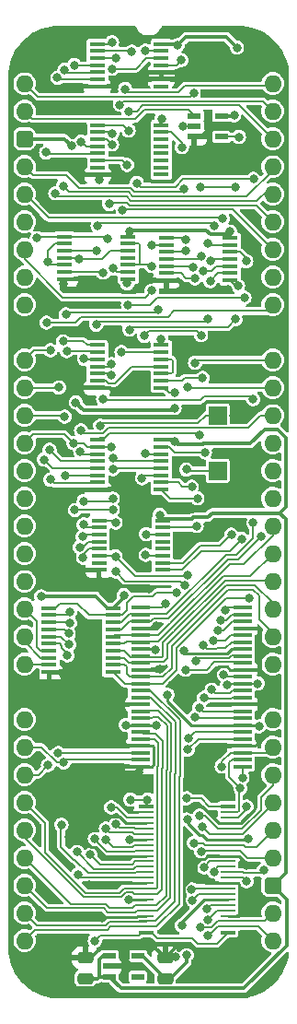
<source format=gtl>
%TF.GenerationSoftware,KiCad,Pcbnew,7.0.5*%
%TF.CreationDate,2024-02-15T21:13:45+02:00*%
%TF.ProjectId,HCP65 Kernal Mode,48435036-3520-44b6-9572-6e616c204d6f,V0*%
%TF.SameCoordinates,PX525bfc0PY43d3480*%
%TF.FileFunction,Copper,L1,Top*%
%TF.FilePolarity,Positive*%
%FSLAX46Y46*%
G04 Gerber Fmt 4.6, Leading zero omitted, Abs format (unit mm)*
G04 Created by KiCad (PCBNEW 7.0.5) date 2024-02-15 21:13:45*
%MOMM*%
%LPD*%
G01*
G04 APERTURE LIST*
G04 Aperture macros list*
%AMRoundRect*
0 Rectangle with rounded corners*
0 $1 Rounding radius*
0 $2 $3 $4 $5 $6 $7 $8 $9 X,Y pos of 4 corners*
0 Add a 4 corners polygon primitive as box body*
4,1,4,$2,$3,$4,$5,$6,$7,$8,$9,$2,$3,0*
0 Add four circle primitives for the rounded corners*
1,1,$1+$1,$2,$3*
1,1,$1+$1,$4,$5*
1,1,$1+$1,$6,$7*
1,1,$1+$1,$8,$9*
0 Add four rect primitives between the rounded corners*
20,1,$1+$1,$2,$3,$4,$5,0*
20,1,$1+$1,$4,$5,$6,$7,0*
20,1,$1+$1,$6,$7,$8,$9,0*
20,1,$1+$1,$8,$9,$2,$3,0*%
G04 Aperture macros list end*
%TA.AperFunction,SMDPad,CuDef*%
%ADD10R,1.450000X0.450000*%
%TD*%
%TA.AperFunction,SMDPad,CuDef*%
%ADD11R,1.150000X0.600000*%
%TD*%
%TA.AperFunction,SMDPad,CuDef*%
%ADD12R,1.475000X0.450000*%
%TD*%
%TA.AperFunction,SMDPad,CuDef*%
%ADD13R,1.800000X0.430000*%
%TD*%
%TA.AperFunction,SMDPad,CuDef*%
%ADD14R,1.400000X0.400000*%
%TD*%
%TA.AperFunction,SMDPad,CuDef*%
%ADD15R,1.400000X0.280000*%
%TD*%
%TA.AperFunction,SMDPad,CuDef*%
%ADD16R,1.250000X0.600000*%
%TD*%
%TA.AperFunction,ComponentPad*%
%ADD17R,1.700000X1.700000*%
%TD*%
%TA.AperFunction,SMDPad,CuDef*%
%ADD18RoundRect,0.250000X0.475000X-0.250000X0.475000X0.250000X-0.475000X0.250000X-0.475000X-0.250000X0*%
%TD*%
%TA.AperFunction,ComponentPad*%
%ADD19O,1.600000X1.600000*%
%TD*%
%TA.AperFunction,ComponentPad*%
%ADD20RoundRect,0.400000X-0.400000X-0.400000X0.400000X-0.400000X0.400000X0.400000X-0.400000X0.400000X0*%
%TD*%
%TA.AperFunction,ComponentPad*%
%ADD21R,1.600000X1.600000*%
%TD*%
%TA.AperFunction,ViaPad*%
%ADD22C,0.800000*%
%TD*%
%TA.AperFunction,Conductor*%
%ADD23C,0.380000*%
%TD*%
%TA.AperFunction,Conductor*%
%ADD24C,0.250000*%
%TD*%
%TA.AperFunction,Conductor*%
%ADD25C,0.200000*%
%TD*%
G04 APERTURE END LIST*
D10*
%TO.P,IC12,1,A0*%
%TO.N,/OP0*%
X6727000Y-3821000D03*
%TO.P,IC12,2,A1*%
%TO.N,/OP1*%
X6727000Y-4471000D03*
%TO.P,IC12,3,A2*%
%TO.N,/OP2*%
X6727000Y-5121000D03*
%TO.P,IC12,4,~{E1}*%
%TO.N,Net-(IC12-~{E1})*%
X6727000Y-5771000D03*
%TO.P,IC12,5,~{E2}*%
%TO.N,Net-(IC12-~{E2})*%
X6727000Y-6421000D03*
%TO.P,IC12,6,E3*%
%TO.N,/OP6*%
X6727000Y-7071000D03*
%TO.P,IC12,7,~{Y7}*%
%TO.N,unconnected-(IC12-~{Y7}-Pad7)*%
X6727000Y-7721000D03*
%TO.P,IC12,8,GND*%
%TO.N,/GND*%
X6727000Y-8371000D03*
%TO.P,IC12,9,~{Y6}*%
%TO.N,unconnected-(IC12-~{Y6}-Pad9)*%
X12577000Y-8371000D03*
%TO.P,IC12,10,~{Y5}*%
%TO.N,unconnected-(IC12-~{Y5}-Pad10)*%
X12577000Y-7721000D03*
%TO.P,IC12,11,~{Y4}*%
%TO.N,unconnected-(IC12-~{Y4}-Pad11)*%
X12577000Y-7071000D03*
%TO.P,IC12,12,~{Y3}*%
%TO.N,unconnected-(IC12-~{Y3}-Pad12)*%
X12577000Y-6421000D03*
%TO.P,IC12,13,~{Y2}*%
%TO.N,unconnected-(IC12-~{Y2}-Pad13)*%
X12577000Y-5771000D03*
%TO.P,IC12,14,~{Y1}*%
%TO.N,unconnected-(IC12-~{Y1}-Pad14)*%
X12577000Y-5121000D03*
%TO.P,IC12,15,~{Y0}*%
%TO.N,/~{RTI}*%
X12577000Y-4471000D03*
%TO.P,IC12,16,3V*%
%TO.N,/3.3V*%
X12577000Y-3821000D03*
%TD*%
D11*
%TO.P,IC11,1,VIN*%
%TO.N,/5V*%
X7844000Y-80140000D03*
%TO.P,IC11,2,GND*%
%TO.N,/GND*%
X7844000Y-81090000D03*
%TO.P,IC11,3,EN*%
%TO.N,/5V*%
X7844000Y-82040000D03*
%TO.P,IC11,4,ADJ*%
%TO.N,unconnected-(IC11-ADJ-Pad4)*%
X10444000Y-82040000D03*
%TO.P,IC11,5,VOUT*%
%TO.N,/3.3V*%
X10444000Y-80140000D03*
%TD*%
D12*
%TO.P,IC10,1,1A*%
%TO.N,/~{Process ID}*%
X3666000Y-14052000D03*
%TO.P,IC10,2,1B*%
%TO.N,/~{RD}*%
X3666000Y-14702000D03*
%TO.P,IC10,3,1Y*%
%TO.N,/Read Process ID*%
X3666000Y-15352000D03*
%TO.P,IC10,4,2A*%
%TO.N,/~{Interrupt Depth}*%
X3666000Y-16002000D03*
%TO.P,IC10,5,2B*%
%TO.N,/~{RD}*%
X3666000Y-16652000D03*
%TO.P,IC10,6,2Y*%
%TO.N,/Read Interrupt Depth*%
X3666000Y-17302000D03*
%TO.P,IC10,7,GND*%
%TO.N,/GND*%
X3666000Y-17952000D03*
%TO.P,IC10,8,3Y*%
%TO.N,/Write Process ID*%
X9542000Y-17952000D03*
%TO.P,IC10,9,3A*%
%TO.N,/~{Process ID}*%
X9542000Y-17302000D03*
%TO.P,IC10,10,3B*%
%TO.N,/~{WD}*%
X9542000Y-16652000D03*
%TO.P,IC10,11,4Y*%
%TO.N,unconnected-(IC10-4Y-Pad11)*%
X9542000Y-16002000D03*
%TO.P,IC10,12,4A*%
%TO.N,/~{Interrupt Depth}*%
X9542000Y-15352000D03*
%TO.P,IC10,13,4B*%
%TO.N,/~{WD}*%
X9542000Y-14702000D03*
%TO.P,IC10,14,3V*%
%TO.N,/3.3V*%
X9542000Y-14052000D03*
%TD*%
D10*
%TO.P,IC9,1,D1*%
%TO.N,/D1*%
X6727000Y-32731430D03*
%TO.P,IC9,2,Q1*%
%TO.N,/C2*%
X6727000Y-33381430D03*
%TO.P,IC9,3,Q0*%
%TO.N,/C3*%
X6727000Y-34031430D03*
%TO.P,IC9,4,CPD*%
%TO.N,/RTI*%
X6727000Y-34681430D03*
%TO.P,IC9,5,CPU*%
%TO.N,/Enter Interrupt*%
X6727000Y-35331430D03*
%TO.P,IC9,6,Q2*%
%TO.N,/C1*%
X6727000Y-35981430D03*
%TO.P,IC9,7,Q3*%
%TO.N,/C0*%
X6727000Y-36631430D03*
%TO.P,IC9,8,GND*%
%TO.N,/GND*%
X6727000Y-37281430D03*
%TO.P,IC9,9,D3*%
%TO.N,/D3*%
X12577000Y-37281430D03*
%TO.P,IC9,10,D2*%
%TO.N,/D2*%
X12577000Y-36631430D03*
%TO.P,IC9,11,~{PL}*%
%TO.N,/~{Write Interrupt Depth}*%
X12577000Y-35981430D03*
%TO.P,IC9,12,~{TCU}*%
%TO.N,/~{TCU}*%
X12577000Y-35331430D03*
%TO.P,IC9,13,~{TCD}*%
%TO.N,/~{TCD}*%
X12577000Y-34681430D03*
%TO.P,IC9,14,MR*%
%TO.N,/~{Reset}*%
X12577000Y-34031430D03*
%TO.P,IC9,15,D0*%
%TO.N,/D0*%
X12577000Y-33381430D03*
%TO.P,IC9,16,5V*%
%TO.N,/5V*%
X12577000Y-32731430D03*
%TD*%
D12*
%TO.P,IC8,1,~{OE1}*%
%TO.N,/~{Kernal Mode}*%
X2269000Y-48193000D03*
%TO.P,IC8,2,A0*%
%TO.N,/BA_{IN}0*%
X2269000Y-48843000D03*
%TO.P,IC8,3,A1*%
%TO.N,/BA_{IN}1*%
X2269000Y-49493000D03*
%TO.P,IC8,4,A2*%
%TO.N,/BA_{IN}2*%
X2269000Y-50143000D03*
%TO.P,IC8,5,A3*%
%TO.N,/BA_{IN}3*%
X2269000Y-50793000D03*
%TO.P,IC8,6,A4*%
%TO.N,/BA_{IN}4*%
X2269000Y-51443000D03*
%TO.P,IC8,7,A5*%
%TO.N,/BA_{IN}5*%
X2269000Y-52093000D03*
%TO.P,IC8,8,A6*%
%TO.N,/BA_{IN}6*%
X2269000Y-52743000D03*
%TO.P,IC8,9,A7*%
%TO.N,/BA_{IN}7*%
X2269000Y-53393000D03*
%TO.P,IC8,10,GND*%
%TO.N,/GND*%
X2269000Y-54043000D03*
%TO.P,IC8,11,Y7*%
%TO.N,/A_{OUT}23*%
X8145000Y-54043000D03*
%TO.P,IC8,12,Y6*%
%TO.N,/A_{OUT}22*%
X8145000Y-53393000D03*
%TO.P,IC8,13,Y5*%
%TO.N,/A_{OUT}21*%
X8145000Y-52743000D03*
%TO.P,IC8,14,Y4*%
%TO.N,/A_{OUT}20*%
X8145000Y-52093000D03*
%TO.P,IC8,15,Y3*%
%TO.N,/A_{OUT}19*%
X8145000Y-51443000D03*
%TO.P,IC8,16,Y2*%
%TO.N,/A_{OUT}18*%
X8145000Y-50793000D03*
%TO.P,IC8,17,Y1*%
%TO.N,/A_{OUT}17*%
X8145000Y-50143000D03*
%TO.P,IC8,18,Y0*%
%TO.N,/A_{OUT}16*%
X8145000Y-49493000D03*
%TO.P,IC8,19,~{OE2}*%
%TO.N,/~{Kernal Mode}*%
X8145000Y-48843000D03*
%TO.P,IC8,20,3V*%
%TO.N,/3.3V*%
X8145000Y-48193000D03*
%TD*%
D13*
%TO.P,IC7,1,1~{OE}*%
%TO.N,/Kernal Mode*%
X10667000Y-48134000D03*
%TO.P,IC7,2,1Q0*%
%TO.N,/A_{OUT}16*%
X10667000Y-48768000D03*
%TO.P,IC7,3,1Q1*%
%TO.N,/A_{OUT}17*%
X10667000Y-49404000D03*
%TO.P,IC7,4,GND*%
%TO.N,/GND*%
X10667000Y-50038000D03*
%TO.P,IC7,5,1Q2*%
%TO.N,/A_{OUT}18*%
X10667000Y-50674000D03*
%TO.P,IC7,6,1Q3*%
%TO.N,/A_{OUT}19*%
X10667000Y-51308000D03*
%TO.P,IC7,7,3V*%
%TO.N,/3.3V*%
X10667000Y-51944000D03*
%TO.P,IC7,8,1Q4*%
%TO.N,/A_{OUT}20*%
X10667000Y-52578000D03*
%TO.P,IC7,9,1Q5*%
%TO.N,/A_{OUT}21*%
X10667000Y-53214000D03*
%TO.P,IC7,10,GND*%
%TO.N,/GND*%
X10667000Y-53848000D03*
%TO.P,IC7,11,1Q6*%
%TO.N,/A_{OUT}22*%
X10667000Y-54484000D03*
%TO.P,IC7,12,1Q7*%
%TO.N,/A_{OUT}23*%
X10667000Y-55118000D03*
%TO.P,IC7,13,2Q0*%
%TO.N,/PID0*%
X10667000Y-55754000D03*
%TO.P,IC7,14,2Q1*%
%TO.N,/PID1*%
X10667000Y-56388000D03*
%TO.P,IC7,15,GND*%
%TO.N,/GND*%
X10667000Y-57024000D03*
%TO.P,IC7,16,2Q2*%
%TO.N,/PID2*%
X10667000Y-57658000D03*
%TO.P,IC7,17,2Q3*%
%TO.N,/PID3*%
X10667000Y-58294000D03*
%TO.P,IC7,18,3V*%
%TO.N,/3.3V*%
X10667000Y-58928000D03*
%TO.P,IC7,19,2Q4*%
%TO.N,/PID4*%
X10667000Y-59564000D03*
%TO.P,IC7,20,2Q5*%
%TO.N,/PID5*%
X10667000Y-60198000D03*
%TO.P,IC7,21,GND*%
%TO.N,/GND*%
X10667000Y-60834000D03*
%TO.P,IC7,22,2Q6*%
%TO.N,/PID6*%
X10667000Y-61468000D03*
%TO.P,IC7,23,2Q7*%
%TO.N,/PID7*%
X10667000Y-62104000D03*
%TO.P,IC7,24,2~{OE}*%
%TO.N,/GND*%
X10667000Y-62738000D03*
%TO.P,IC7,25,2LE*%
%TO.N,/Write Process ID*%
X20067000Y-62738000D03*
%TO.P,IC7,26,2D7*%
%TO.N,/D7*%
X20067000Y-62104000D03*
%TO.P,IC7,27,2D6*%
%TO.N,/D6*%
X20067000Y-61468000D03*
%TO.P,IC7,28,GND*%
%TO.N,/GND*%
X20067000Y-60834000D03*
%TO.P,IC7,29,2D5*%
%TO.N,/D5*%
X20067000Y-60198000D03*
%TO.P,IC7,30,2D4*%
%TO.N,/D4*%
X20067000Y-59564000D03*
%TO.P,IC7,31,3V*%
%TO.N,/3.3V*%
X20067000Y-58928000D03*
%TO.P,IC7,32,2D3*%
%TO.N,/D3*%
X20067000Y-58294000D03*
%TO.P,IC7,33,2D2*%
%TO.N,/D2*%
X20067000Y-57658000D03*
%TO.P,IC7,34,GND*%
%TO.N,/GND*%
X20067000Y-57024000D03*
%TO.P,IC7,35,2D1*%
%TO.N,/D1*%
X20067000Y-56388000D03*
%TO.P,IC7,36,2D0*%
%TO.N,/D0*%
X20067000Y-55754000D03*
%TO.P,IC7,37,1D7*%
%TO.N,/D7*%
X20067000Y-55118000D03*
%TO.P,IC7,38,1D6*%
%TO.N,/D6*%
X20067000Y-54484000D03*
%TO.P,IC7,39,GND*%
%TO.N,/GND*%
X20067000Y-53848000D03*
%TO.P,IC7,40,1D5*%
%TO.N,/D5*%
X20067000Y-53214000D03*
%TO.P,IC7,41,1D4*%
%TO.N,/D4*%
X20067000Y-52578000D03*
%TO.P,IC7,42,3V*%
%TO.N,/3.3V*%
X20067000Y-51944000D03*
%TO.P,IC7,43,1D3*%
%TO.N,/D3*%
X20067000Y-51308000D03*
%TO.P,IC7,44,1D2*%
%TO.N,/D2*%
X20067000Y-50674000D03*
%TO.P,IC7,45,GND*%
%TO.N,/GND*%
X20067000Y-50038000D03*
%TO.P,IC7,46,1D1*%
%TO.N,/D1*%
X20067000Y-49404000D03*
%TO.P,IC7,47,1D0*%
%TO.N,/D0*%
X20067000Y-48768000D03*
%TO.P,IC7,48,1LE*%
%TO.N,/Latch Bank Remap*%
X20067000Y-48134000D03*
%TD*%
D12*
%TO.P,IC6,1,1A*%
%TO.N,/~{RTI}*%
X13064000Y-14179000D03*
%TO.P,IC6,2,1Y*%
%TO.N,/RTI*%
X13064000Y-14829000D03*
%TO.P,IC6,3,2A*%
%TO.N,/Kernal Mode_{ PART}*%
X13064000Y-15479000D03*
%TO.P,IC6,4,2Y*%
%TO.N,/~{Kernal Mode}_{ PART}*%
X13064000Y-16129000D03*
%TO.P,IC6,5,3A*%
%TO.N,/Kernal Mode*%
X13064000Y-16779000D03*
%TO.P,IC6,6,3Y*%
%TO.N,/~{Kernal Mode}*%
X13064000Y-17429000D03*
%TO.P,IC6,7,GND*%
%TO.N,/GND*%
X13064000Y-18079000D03*
%TO.P,IC6,8,4Y*%
%TO.N,/~{Read Process ID}*%
X18940000Y-18079000D03*
%TO.P,IC6,9,4A*%
%TO.N,/Read Process ID*%
X18940000Y-17429000D03*
%TO.P,IC6,10,5Y*%
%TO.N,/~{Read Interrupt Depth}*%
X18940000Y-16779000D03*
%TO.P,IC6,11,5A*%
%TO.N,/Read Interrupt Depth*%
X18940000Y-16129000D03*
%TO.P,IC6,12,6Y*%
%TO.N,/Enter Interrupt*%
X18940000Y-15479000D03*
%TO.P,IC6,13,6A*%
%TO.N,/~{VP}*%
X18940000Y-14829000D03*
%TO.P,IC6,14,3V*%
%TO.N,/3.3V*%
X18940000Y-14179000D03*
%TD*%
D10*
%TO.P,IC5,1,D1*%
%TO.N,/D5*%
X6854000Y-40143000D03*
%TO.P,IC5,2,Q1*%
%TO.N,/C5*%
X6854000Y-40793000D03*
%TO.P,IC5,3,Q0*%
%TO.N,/C4*%
X6854000Y-41443000D03*
%TO.P,IC5,4,CPD*%
%TO.N,/~{TCD}*%
X6854000Y-42093000D03*
%TO.P,IC5,5,CPU*%
%TO.N,/~{TCU}*%
X6854000Y-42743000D03*
%TO.P,IC5,6,Q2*%
%TO.N,/C6*%
X6854000Y-43393000D03*
%TO.P,IC5,7,Q3*%
%TO.N,unconnected-(IC5-Q3-Pad7)*%
X6854000Y-44043000D03*
%TO.P,IC5,8,GND*%
%TO.N,/GND*%
X6854000Y-44693000D03*
%TO.P,IC5,9,D3*%
%TO.N,/D7*%
X12704000Y-44693000D03*
%TO.P,IC5,10,D2*%
%TO.N,/D6*%
X12704000Y-44043000D03*
%TO.P,IC5,11,~{PL}*%
%TO.N,/~{Write Interrupt Depth}*%
X12704000Y-43393000D03*
%TO.P,IC5,12,~{TCU}*%
%TO.N,unconnected-(IC5-~{TCU}-Pad12)*%
X12704000Y-42743000D03*
%TO.P,IC5,13,~{TCD}*%
%TO.N,unconnected-(IC5-~{TCD}-Pad13)*%
X12704000Y-42093000D03*
%TO.P,IC5,14,MR*%
%TO.N,/~{Reset}*%
X12704000Y-41443000D03*
%TO.P,IC5,15,D0*%
%TO.N,/D4*%
X12704000Y-40793000D03*
%TO.P,IC5,16,5V*%
%TO.N,/5V*%
X12704000Y-40143000D03*
%TD*%
D14*
%TO.P,IC4,1,1~{OE}*%
%TO.N,/~{Read Process ID}*%
X18736000Y-78010000D03*
D15*
%TO.P,IC4,2,1Y0*%
%TO.N,/D0*%
X18736000Y-77450000D03*
%TO.P,IC4,3,1Y1*%
%TO.N,/D1*%
X18736000Y-76950000D03*
%TO.P,IC4,4,GND*%
%TO.N,/GND*%
X18736000Y-76450000D03*
%TO.P,IC4,5,1Y2*%
%TO.N,/D2*%
X18736000Y-75950000D03*
%TO.P,IC4,6,1Y3*%
%TO.N,/D3*%
X18736000Y-75450000D03*
%TO.P,IC4,7,3V*%
%TO.N,/3.3V*%
X18736000Y-74950000D03*
%TO.P,IC4,8,2Y0*%
%TO.N,/D4*%
X18736000Y-74450000D03*
%TO.P,IC4,9,2Y1*%
%TO.N,/D5*%
X18736000Y-73950000D03*
%TO.P,IC4,10,GND*%
%TO.N,/GND*%
X18736000Y-73450000D03*
%TO.P,IC4,11,2Y2*%
%TO.N,/D6*%
X18736000Y-72950000D03*
%TO.P,IC4,12,2Y3*%
%TO.N,/D7*%
X18736000Y-72450000D03*
%TO.P,IC4,13,3Y0*%
%TO.N,/D0*%
X18736000Y-71950000D03*
%TO.P,IC4,14,3Y1*%
%TO.N,/D1*%
X18736000Y-71450000D03*
%TO.P,IC4,15,GND*%
%TO.N,/GND*%
X18736000Y-70950000D03*
%TO.P,IC4,16,3Y2*%
%TO.N,/D2*%
X18736000Y-70450000D03*
%TO.P,IC4,17,3Y3*%
%TO.N,/D3*%
X18736000Y-69950000D03*
%TO.P,IC4,18,3V*%
%TO.N,/3.3V*%
X18736000Y-69450000D03*
%TO.P,IC4,19,4Y0*%
%TO.N,/D4*%
X18736000Y-68950000D03*
%TO.P,IC4,20,4Y1*%
%TO.N,/D5*%
X18736000Y-68450000D03*
%TO.P,IC4,21,GND*%
%TO.N,/GND*%
X18736000Y-67950000D03*
%TO.P,IC4,22,4Y2*%
%TO.N,/D6*%
X18736000Y-67450000D03*
%TO.P,IC4,23,4Y3*%
%TO.N,/D7*%
X18736000Y-66950000D03*
D14*
%TO.P,IC4,24,4~{OE}*%
%TO.N,/~{Read Interrupt Depth}*%
X18736000Y-66390000D03*
%TO.P,IC4,25,3~{OE}*%
X11236000Y-66390000D03*
D15*
%TO.P,IC4,26,4A3*%
%TO.N,/GND*%
X11236000Y-66950000D03*
%TO.P,IC4,27,4A2*%
%TO.N,/C6*%
X11236000Y-67450000D03*
%TO.P,IC4,28,GND*%
%TO.N,/GND*%
X11236000Y-67950000D03*
%TO.P,IC4,29,4A1*%
%TO.N,/C5*%
X11236000Y-68450000D03*
%TO.P,IC4,30,4A0*%
%TO.N,/C4*%
X11236000Y-68950000D03*
%TO.P,IC4,31,3V*%
%TO.N,/3.3V*%
X11236000Y-69450000D03*
%TO.P,IC4,32,3A3*%
%TO.N,/C3*%
X11236000Y-69950000D03*
%TO.P,IC4,33,3A2*%
%TO.N,/C2*%
X11236000Y-70450000D03*
%TO.P,IC4,34,GND*%
%TO.N,/GND*%
X11236000Y-70950000D03*
%TO.P,IC4,35,3A1*%
%TO.N,/C1*%
X11236000Y-71450000D03*
%TO.P,IC4,36,3A0*%
%TO.N,/C0*%
X11236000Y-71950000D03*
%TO.P,IC4,37,2A3*%
%TO.N,/PID7*%
X11236000Y-72450000D03*
%TO.P,IC4,38,2A2*%
%TO.N,/PID6*%
X11236000Y-72950000D03*
%TO.P,IC4,39,GND*%
%TO.N,/GND*%
X11236000Y-73450000D03*
%TO.P,IC4,40,2A1*%
%TO.N,/PID5*%
X11236000Y-73950000D03*
%TO.P,IC4,41,2A0*%
%TO.N,/PID4*%
X11236000Y-74450000D03*
%TO.P,IC4,42,3V*%
%TO.N,/3.3V*%
X11236000Y-74950000D03*
%TO.P,IC4,43,1A3*%
%TO.N,/PID3*%
X11236000Y-75450000D03*
%TO.P,IC4,44,1A2*%
%TO.N,/PID2*%
X11236000Y-75950000D03*
%TO.P,IC4,45,GND*%
%TO.N,/GND*%
X11236000Y-76450000D03*
%TO.P,IC4,46,1A1*%
%TO.N,/PID1*%
X11236000Y-76950000D03*
%TO.P,IC4,47,1A0*%
%TO.N,/PID0*%
X11236000Y-77450000D03*
D14*
%TO.P,IC4,48,2~{OE}*%
%TO.N,/~{Read Process ID}*%
X11236000Y-78010000D03*
%TD*%
D12*
%TO.P,IC3,1,1A*%
%TO.N,/OP7*%
X6714000Y3626400D03*
%TO.P,IC3,2,1B*%
%TO.N,/OP5*%
X6714000Y2976400D03*
%TO.P,IC3,3,1Y*%
%TO.N,Net-(IC12-~{E1})*%
X6714000Y2326400D03*
%TO.P,IC3,4,2A*%
%TO.N,/OP4*%
X6714000Y1676400D03*
%TO.P,IC3,5,2B*%
%TO.N,/OP3*%
X6714000Y1026400D03*
%TO.P,IC3,6,2Y*%
%TO.N,Net-(IC12-~{E2})*%
X6714000Y376400D03*
%TO.P,IC3,7,GND*%
%TO.N,/GND*%
X6714000Y-273600D03*
%TO.P,IC3,8,3Y*%
%TO.N,unconnected-(IC3C-3Y-Pad8)*%
X12590000Y-273600D03*
%TO.P,IC3,9,3A*%
%TO.N,/GND*%
X12590000Y376400D03*
%TO.P,IC3,10,3B*%
X12590000Y1026400D03*
%TO.P,IC3,11,4Y*%
%TO.N,/~{Write Interrupt Depth}*%
X12590000Y1676400D03*
%TO.P,IC3,12,4A*%
%TO.N,/~{Interrupt Depth}*%
X12590000Y2326400D03*
%TO.P,IC3,13,4B*%
%TO.N,/~{WD}*%
X12590000Y2976400D03*
%TO.P,IC3,14,3V*%
%TO.N,/3.3V*%
X12590000Y3626400D03*
%TD*%
%TO.P,IC2,1,1A*%
%TO.N,/C0*%
X6714000Y-24036072D03*
%TO.P,IC2,2,1B*%
%TO.N,/C1*%
X6714000Y-24686072D03*
%TO.P,IC2,3,2A*%
%TO.N,/C3*%
X6714000Y-25336072D03*
%TO.P,IC2,4,2B*%
%TO.N,/C4*%
X6714000Y-25986072D03*
%TO.P,IC2,5,2C*%
%TO.N,/C5*%
X6714000Y-26636072D03*
%TO.P,IC2,6,2Y*%
%TO.N,/C3\u00B7C4\u00B7C5*%
X6714000Y-27286072D03*
%TO.P,IC2,7,GND*%
%TO.N,/GND*%
X6714000Y-27936072D03*
%TO.P,IC2,8,3Y*%
%TO.N,/Kernal Mode_{ PART}*%
X12590000Y-27936072D03*
%TO.P,IC2,9,3A*%
%TO.N,/C6*%
X12590000Y-27286072D03*
%TO.P,IC2,10,3B*%
%TO.N,/C0\u00B7C1\u00B7C2*%
X12590000Y-26636072D03*
%TO.P,IC2,11,3C*%
%TO.N,/C3\u00B7C4\u00B7C5*%
X12590000Y-25986072D03*
%TO.P,IC2,12,1Y*%
%TO.N,/C0\u00B7C1\u00B7C2*%
X12590000Y-25336072D03*
%TO.P,IC2,13,1C*%
%TO.N,/C2*%
X12590000Y-24686072D03*
%TO.P,IC2,14,3V*%
%TO.N,/3.3V*%
X12590000Y-24036072D03*
%TD*%
D16*
%TO.P,IC1,1,B*%
%TO.N,/Native Latch*%
X15641000Y-2987000D03*
%TO.P,IC1,2,A*%
%TO.N,/~{Kernal Mode}_{ PART}*%
X15641000Y-3937000D03*
%TO.P,IC1,3,GND*%
%TO.N,/GND*%
X15641000Y-4887000D03*
%TO.P,IC1,4,Y*%
%TO.N,/Kernal Mode*%
X18141000Y-4887000D03*
%TO.P,IC1,5,3V*%
%TO.N,/3.3V*%
X18141000Y-2987000D03*
%TD*%
D17*
%TO.P,TP2,1,1*%
%TO.N,/C5*%
X17780000Y-30480000D03*
%TD*%
D18*
%TO.P,C10,1*%
%TO.N,/3.3V*%
X12954000Y-82214000D03*
%TO.P,C10,2*%
%TO.N,/GND*%
X12954000Y-80314000D03*
%TD*%
%TO.P,C9,1*%
%TO.N,/5V*%
X5588000Y-82214000D03*
%TO.P,C9,2*%
%TO.N,/GND*%
X5588000Y-80314000D03*
%TD*%
D19*
%TO.P,J2,1,Pin_1*%
%TO.N,/~{VP}*%
X0Y0D03*
%TO.P,J2,2,Pin_2*%
%TO.N,/Native Latch*%
X0Y-2540000D03*
D20*
%TO.P,J2,3,Pin_3*%
%TO.N,/5V*%
X0Y-5080000D03*
D19*
%TO.P,J2,4,Pin_4*%
%TO.N,/~{Reset}*%
X0Y-7620000D03*
%TO.P,J2,5,Pin_5*%
%TO.N,/Latch Bank Remap*%
X0Y-10160000D03*
%TO.P,J2,6,Pin_6*%
%TO.N,/~{RD}*%
X0Y-12700000D03*
%TO.P,J2,7,Pin_7*%
%TO.N,/~{WD}*%
X0Y-15240000D03*
%TO.P,J2,8,Pin_8*%
%TO.N,/~{Process ID}*%
X0Y-17780000D03*
%TO.P,J2,9,Pin_9*%
%TO.N,/~{Interrupt Depth}*%
X0Y-20320000D03*
D21*
%TO.P,J2,10,Pin_10*%
%TO.N,/GND*%
X0Y-22860000D03*
D19*
%TO.P,J2,11,Pin_11*%
%TO.N,/RTI*%
X0Y-25400000D03*
%TO.P,J2,12,Pin_12*%
%TO.N,/C0*%
X0Y-27940000D03*
%TO.P,J2,13,Pin_13*%
%TO.N,/C1*%
X0Y-30480000D03*
%TO.P,J2,14,Pin_14*%
%TO.N,/C2*%
X0Y-33020000D03*
%TO.P,J2,15,Pin_15*%
%TO.N,/BA_{IN}0*%
X0Y-35560000D03*
%TO.P,J2,16,Pin_16*%
%TO.N,/BA_{IN}1*%
X0Y-38100000D03*
%TO.P,J2,17,Pin_17*%
%TO.N,/BA_{IN}2*%
X0Y-40640000D03*
%TO.P,J2,18,Pin_18*%
%TO.N,/BA_{IN}3*%
X0Y-43180000D03*
%TO.P,J2,19,Pin_19*%
%TO.N,/BA_{IN}4*%
X0Y-45720000D03*
%TO.P,J2,20,Pin_20*%
%TO.N,/BA_{IN}5*%
X0Y-48260000D03*
%TO.P,J2,21,Pin_21*%
%TO.N,/BA_{IN}6*%
X0Y-50800000D03*
%TO.P,J2,22,Pin_22*%
%TO.N,/BA_{IN}7*%
X0Y-53340000D03*
D21*
%TO.P,J2,23,Pin_23*%
%TO.N,/GND*%
X0Y-55880000D03*
D19*
%TO.P,J2,24,Pin_24*%
%TO.N,unconnected-(J2-Pin_24-Pad24)*%
X0Y-58420000D03*
%TO.P,J2,25,Pin_25*%
%TO.N,/PID7*%
X0Y-60960000D03*
%TO.P,J2,26,Pin_26*%
%TO.N,/PID6*%
X0Y-63500000D03*
%TO.P,J2,27,Pin_27*%
%TO.N,/PID5*%
X0Y-66040000D03*
%TO.P,J2,28,Pin_28*%
%TO.N,/PID4*%
X0Y-68580000D03*
%TO.P,J2,29,Pin_29*%
%TO.N,/PID3*%
X0Y-71120000D03*
%TO.P,J2,30,Pin_30*%
%TO.N,/PID2*%
X0Y-73660000D03*
%TO.P,J2,31,Pin_31*%
%TO.N,/PID1*%
X0Y-76200000D03*
%TO.P,J2,32,Pin_32*%
%TO.N,/PID0*%
X0Y-78740000D03*
%TO.P,J2,33,Pin_33*%
%TO.N,/D0*%
X22860000Y-78740000D03*
%TO.P,J2,34,Pin_34*%
%TO.N,/D1*%
X22860000Y-76200000D03*
D20*
%TO.P,J2,35,Pin_35*%
%TO.N,/5V*%
X22860000Y-73660000D03*
D19*
%TO.P,J2,36,Pin_36*%
%TO.N,/D2*%
X22860000Y-71120000D03*
%TO.P,J2,37,Pin_37*%
%TO.N,/D3*%
X22860000Y-68580000D03*
%TO.P,J2,38,Pin_38*%
%TO.N,/D4*%
X22860000Y-66040000D03*
%TO.P,J2,39,Pin_39*%
%TO.N,/D5*%
X22860000Y-63500000D03*
%TO.P,J2,40,Pin_40*%
%TO.N,/D6*%
X22860000Y-60960000D03*
%TO.P,J2,41,Pin_41*%
%TO.N,/D7*%
X22860000Y-58420000D03*
D21*
%TO.P,J2,42,Pin_42*%
%TO.N,/GND*%
X22860000Y-55880000D03*
D19*
%TO.P,J2,43,Pin_43*%
%TO.N,/A_{OUT}23*%
X22860000Y-53340000D03*
%TO.P,J2,44,Pin_44*%
%TO.N,/A_{OUT}22*%
X22860000Y-50800000D03*
%TO.P,J2,45,Pin_45*%
%TO.N,/A_{OUT}21*%
X22860000Y-48260000D03*
%TO.P,J2,46,Pin_46*%
%TO.N,/A_{OUT}20*%
X22860000Y-45720000D03*
%TO.P,J2,47,Pin_47*%
%TO.N,/A_{OUT}19*%
X22860000Y-43180000D03*
%TO.P,J2,48,Pin_48*%
%TO.N,/A_{OUT}18*%
X22860000Y-40640000D03*
%TO.P,J2,49,Pin_49*%
%TO.N,/A_{OUT}17*%
X22860000Y-38100000D03*
%TO.P,J2,50,Pin_50*%
%TO.N,/A_{OUT}16*%
X22860000Y-35560000D03*
%TO.P,J2,51,Pin_51*%
%TO.N,/C4*%
X22860000Y-33020000D03*
%TO.P,J2,52,Pin_52*%
%TO.N,/C3*%
X22860000Y-30480000D03*
%TO.P,J2,53,Pin_53*%
%TO.N,/Kernal Mode*%
X22860000Y-27940000D03*
%TO.P,J2,54,Pin_54*%
%TO.N,/~{Kernal Mode}*%
X22860000Y-25400000D03*
D21*
%TO.P,J2,55,Pin_55*%
%TO.N,/GND*%
X22860000Y-22860000D03*
D19*
%TO.P,J2,56,Pin_56*%
%TO.N,/Enter Interrupt*%
X22860000Y-20320000D03*
%TO.P,J2,57,Pin_57*%
%TO.N,/OP0*%
X22860000Y-17780000D03*
%TO.P,J2,58,Pin_58*%
%TO.N,/OP1*%
X22860000Y-15240000D03*
%TO.P,J2,59,Pin_59*%
%TO.N,/OP2*%
X22860000Y-12700000D03*
%TO.P,J2,60,Pin_60*%
%TO.N,/OP3*%
X22860000Y-10160000D03*
%TO.P,J2,61,Pin_61*%
%TO.N,/OP4*%
X22860000Y-7620000D03*
%TO.P,J2,62,Pin_62*%
%TO.N,/OP5*%
X22860000Y-5080000D03*
%TO.P,J2,63,Pin_63*%
%TO.N,/OP6*%
X22860000Y-2540000D03*
%TO.P,J2,64,Pin_64*%
%TO.N,/OP7*%
X22860000Y0D03*
%TD*%
D17*
%TO.P,TP1,1,1*%
%TO.N,/C6*%
X17780000Y-35560000D03*
%TD*%
D22*
%TO.N,/5V*%
X4313000Y-5737959D03*
X13834668Y-32858618D03*
X4724452Y-29294580D03*
X12446000Y-39624000D03*
X13813808Y-29817000D03*
%TO.N,/GND*%
X17145000Y-4064000D03*
X10541000Y-63246000D03*
X12132912Y-49857374D03*
X3590166Y-54290462D03*
X19052626Y-23023324D03*
X23636304Y-29315544D03*
X18161000Y-6858000D03*
X6858000Y-8871552D03*
X15367000Y-42037000D03*
X21463000Y-34417000D03*
X13601920Y-55214853D03*
X4196000Y-59055000D03*
X15372250Y-64759171D03*
X17526000Y-80518000D03*
X21971000Y-52070000D03*
X3556000Y-18415000D03*
X16128992Y2032000D03*
X6985000Y-2159000D03*
X11485550Y-46420000D03*
X20828000Y-75057000D03*
X12457523Y-53804841D03*
X5969000Y-73649966D03*
X21129543Y-5032463D03*
X15490052Y-39062110D03*
X19050000Y-37338006D03*
X11247352Y-27684054D03*
X8125697Y-23116895D03*
X7177000Y-76653393D03*
X15250508Y-66628089D03*
X8001005Y-18160995D03*
X12191998Y-38226998D03*
X11176000Y-6096000D03*
X19260000Y-30480000D03*
X1778000Y635000D03*
X21590000Y-60198000D03*
X11071000Y762000D03*
X4196000Y-67069591D03*
X13335000Y-77343000D03*
X13941183Y-80178019D03*
X5207004Y-76581000D03*
X18725000Y-18923000D03*
X21209000Y-64770000D03*
X9017000Y-79450000D03*
X4064000Y-69215000D03*
X20438232Y-71839000D03*
%TO.N,/3.3V*%
X13180000Y-56134000D03*
X9152195Y-47000000D03*
X14478000Y-77343000D03*
X21589994Y-59054997D03*
X12573328Y-23461060D03*
X18939997Y-13606006D03*
X9633450Y-75006244D03*
X12058981Y-52000870D03*
X14114760Y3538240D03*
X9652000Y-69450000D03*
X14931335Y-80038000D03*
X9336014Y-58928000D03*
X14996837Y-67595382D03*
X19558010Y3302000D03*
X12123258Y-58983923D03*
X20625171Y-69415506D03*
X1524000Y-47117000D03*
X9706900Y-13586068D03*
X14658981Y-52139634D03*
X19304000Y-2921000D03*
X12630389Y-3247994D03*
%TO.N,/Enter Interrupt*%
X20417737Y-16327688D03*
X2019117Y-21958113D03*
X1778005Y-34544010D03*
%TO.N,/Kernal Mode_{ PART}*%
X14859000Y-15367000D03*
X13843000Y-28417000D03*
%TO.N,/RTI*%
X3810000Y-21209000D03*
X11749000Y-14859000D03*
X2304944Y-33658718D03*
X2381845Y-24511000D03*
X12319000Y-20743245D03*
%TO.N,/~{Kernal Mode}_{ PART}*%
X16259000Y-15829004D03*
X14605004Y-3937000D03*
%TO.N,/Kernal Mode*%
X12954000Y-47817034D03*
X15005000Y-27879030D03*
X19431000Y-9525000D03*
X15494000Y-16891000D03*
X16190986Y-9525000D03*
X19741577Y-4908124D03*
%TO.N,/D0*%
X16890996Y-78294000D03*
X17436318Y-72384600D03*
X18102120Y-49295474D03*
X16620576Y-33884692D03*
X17226221Y-55691788D03*
%TO.N,/D1*%
X17814238Y-50257762D03*
X16181826Y-77545933D03*
X16088109Y-32331817D03*
X16507715Y-72005647D03*
X16535315Y-56414736D03*
%TO.N,/D2*%
X15404553Y-37026189D03*
X16246681Y-70536818D03*
X16103142Y-57316529D03*
X16883112Y-76833050D03*
X17380009Y-51208515D03*
%TO.N,/D3*%
X15921515Y-38108837D03*
X15671043Y-58218358D03*
X16458981Y-51598017D03*
X16779293Y-75789481D03*
X15608023Y-69767325D03*
%TO.N,/D4*%
X15859110Y-40640000D03*
X15474109Y-75007359D03*
X15081326Y-60135349D03*
X16353073Y-68248805D03*
X15758981Y-53060388D03*
%TO.N,/D5*%
X16135898Y-67242558D03*
X15386006Y-74011245D03*
X8382000Y-40337917D03*
X15016753Y-61189877D03*
X14806479Y-53848000D03*
X14738223Y-46095814D03*
X8382000Y-44831000D03*
%TO.N,/D6*%
X20436000Y-66421000D03*
X18166998Y-62738008D03*
X19037420Y-41443422D03*
X20447000Y-73279000D03*
X18355217Y-54310029D03*
%TO.N,/D7*%
X21460498Y-55118000D03*
X19881646Y-64736882D03*
X22036000Y-72263000D03*
X18630506Y-55271393D03*
X19986681Y-41830683D03*
%TO.N,/~{VP}*%
X15569844Y-892000D03*
X16844701Y-14697730D03*
%TO.N,/PID7*%
X3406000Y-68090220D03*
X3616000Y-62374103D03*
%TO.N,/PID6*%
X2159000Y-62611000D03*
X3105392Y-61496554D03*
X4953002Y-72644001D03*
%TO.N,/C0*%
X2361051Y-36393472D03*
X3172000Y-27915369D03*
X4835692Y-70588988D03*
X3556000Y-23650000D03*
%TO.N,/C1*%
X3882006Y-24595371D03*
X3722637Y-36021836D03*
X3704944Y-30603173D03*
X6072789Y-70847222D03*
%TO.N,/C2*%
X8001000Y-33401000D03*
X4507000Y-33044415D03*
X8929401Y-24686077D03*
X6465640Y-69403152D03*
%TO.N,/C3*%
X5489000Y-25298494D03*
X7469735Y-69483245D03*
X5207000Y-31877000D03*
X5142000Y-33850824D03*
%TO.N,/~{RTI}*%
X14859000Y-14351000D03*
X14490885Y-5854885D03*
%TO.N,/~{Kernal Mode}*%
X15705000Y-25652547D03*
X13970000Y-46736000D03*
X15701091Y-17892560D03*
%TO.N,/OP7*%
X9271000Y-508000D03*
X8059629Y3796796D03*
%TO.N,/BA_{IN}0*%
X4177000Y-48534726D03*
%TO.N,/BA_{IN}1*%
X4177000Y-49543043D03*
%TO.N,/BA_{IN}2*%
X4072703Y-50537592D03*
%TO.N,/BA_{IN}3*%
X4129630Y-51535973D03*
%TO.N,/BA_{IN}4*%
X3959614Y-52521417D03*
%TO.N,/~{Read Interrupt Depth}*%
X11331000Y-65785998D03*
X9750984Y-65786000D03*
X14936001Y-65659000D03*
X16493048Y-17188664D03*
X16256000Y-23114000D03*
X11021132Y-23179000D03*
%TO.N,/OP6*%
X9463000Y-7493000D03*
X8781820Y-1960426D03*
%TO.N,/OP5*%
X9587000Y-2553461D03*
X9887000Y2920994D03*
%TO.N,/Read Interrupt Depth*%
X17441168Y-13049513D03*
X6731000Y-13049513D03*
X7239000Y-17399000D03*
X17151866Y-16279333D03*
%TO.N,/Latch Bank Remap*%
X18459110Y-48359388D03*
X18249718Y-12405147D03*
%TO.N,/A_{OUT}16*%
X21060000Y-40374128D03*
%TO.N,/A_{OUT}17*%
X21762911Y-41588627D03*
%TO.N,/A_{OUT}23*%
X20701000Y-47243992D03*
%TO.N,/~{RD}*%
X2159000Y-16383000D03*
%TO.N,/~{Interrupt Depth}*%
X8044000Y1345233D03*
X5017166Y-16130837D03*
%TO.N,/~{WD}*%
X11124389Y3022917D03*
X11712000Y-19039230D03*
X11712000Y-16763992D03*
%TO.N,/OP4*%
X3556000Y-9398000D03*
X4586054Y1694530D03*
%TO.N,/OP3*%
X2837087Y-10093103D03*
X3683909Y1263092D03*
%TO.N,/OP2*%
X7804371Y-11071558D03*
X8063000Y-5596542D03*
%TO.N,/OP1*%
X9041316Y-11649513D03*
X8082787Y-4569921D03*
%TO.N,/OP0*%
X21082000Y-8763000D03*
X9587000Y-4318000D03*
X10349000Y-9143999D03*
%TO.N,Net-(IC12-~{E1})*%
X5224293Y-5326193D03*
X8397254Y2309534D03*
%TO.N,Net-(IC12-~{E2})*%
X1992393Y-6332395D03*
X3018736Y516400D03*
%TO.N,/~{Write Interrupt Depth}*%
X11162000Y-43304085D03*
X14437550Y2154258D03*
X10823000Y-36258914D03*
%TO.N,/~{Reset}*%
X11205000Y-41398799D03*
X14675334Y-9685581D03*
X11112496Y-33972496D03*
%TO.N,/~{Read Process ID}*%
X9652000Y-22606000D03*
X19431000Y-21655000D03*
X19668618Y-18591957D03*
X6477000Y-78740000D03*
%TO.N,/Read Process ID*%
X6604000Y-22155000D03*
X16906997Y-21652000D03*
X6597166Y-15382310D03*
X17101091Y-18166161D03*
%TO.N,/Write Process ID*%
X20066000Y-63753988D03*
X20263052Y-19685000D03*
X9525000Y-20343245D03*
X9449755Y-18363245D03*
%TO.N,/~{Process ID}*%
X8155539Y-16999048D03*
X7619998Y-14224000D03*
X1143000Y-14194000D03*
%TO.N,/C4*%
X7485764Y-68443376D03*
X21061009Y-29002762D03*
X5341601Y-41642716D03*
X7239000Y-28956000D03*
X8025000Y-25781000D03*
%TO.N,/C5*%
X8427853Y-68050000D03*
X6970911Y-31443398D03*
X8005604Y-26818921D03*
X5443010Y-40515176D03*
%TO.N,/C6*%
X15023758Y-45137443D03*
X14896995Y-35457001D03*
X16405000Y-27051703D03*
X7988607Y-66492001D03*
X8382000Y-43434000D03*
%TO.N,/~{TCD}*%
X8128000Y-39116000D03*
X5090931Y-42610791D03*
X8144024Y-34433126D03*
X4642998Y-39179798D03*
%TO.N,/~{TCU}*%
X5461004Y-38354000D03*
X5395070Y-43563421D03*
X8128004Y-38115998D03*
X8128000Y-35433006D03*
%TD*%
D23*
%TO.N,/5V*%
X12799000Y-39977000D02*
X15420771Y-39977000D01*
X22098000Y-31750000D02*
X20769000Y-33079000D01*
X24130000Y-79164793D02*
X24130000Y-74930000D01*
X6889000Y-82040000D02*
X7844000Y-82040000D01*
X6715000Y-82214000D02*
X6889000Y-82040000D01*
X13682000Y-32731430D02*
X13707480Y-32731430D01*
X13603808Y-30027000D02*
X13813808Y-29817000D01*
X6879000Y-82030000D02*
X6889000Y-82040000D01*
X24130000Y-74930000D02*
X22860000Y-73660000D01*
X5456872Y-30027000D02*
X13603808Y-30027000D01*
X16415338Y-33121817D02*
X14072387Y-33121817D01*
X3655041Y-5080000D02*
X4313000Y-5737959D01*
X24050000Y-32527085D02*
X23272915Y-31750000D01*
X7188244Y-80140000D02*
X6879000Y-80449244D01*
X23272915Y-31750000D02*
X22098000Y-31750000D01*
X14072387Y-33121817D02*
X13682000Y-32731430D01*
X15420771Y-39977000D02*
X15547771Y-39850000D01*
X5588000Y-82214000D02*
X6715000Y-82214000D01*
X23462000Y-39450000D02*
X23495000Y-39450000D01*
X24050000Y-38862000D02*
X24050000Y-32527085D01*
X4724452Y-29294580D02*
X5456872Y-30027000D01*
X22860000Y-73660000D02*
X24050000Y-72470000D01*
X7844000Y-80140000D02*
X7188244Y-80140000D01*
X20769000Y-33079000D02*
X16458155Y-33079000D01*
X12446000Y-39624000D02*
X12799000Y-39977000D01*
X16458155Y-33079000D02*
X16415338Y-33121817D01*
X16872000Y-39850000D02*
X17272000Y-39450000D01*
X6879000Y-80449244D02*
X6879000Y-82030000D01*
X8908000Y-83104000D02*
X20190793Y-83104000D01*
X7844000Y-82040000D02*
X8908000Y-83104000D01*
X23495000Y-39450000D02*
X24050000Y-40005000D01*
X15547771Y-39850000D02*
X16872000Y-39850000D01*
X12446000Y-39885000D02*
X12446000Y-39624000D01*
X24050000Y-72470000D02*
X24050000Y-40005000D01*
X20190793Y-83104000D02*
X24130000Y-79164793D01*
X12577000Y-32731430D02*
X13682000Y-32731430D01*
X17272000Y-39450000D02*
X23462000Y-39450000D01*
X12704000Y-40143000D02*
X12446000Y-39885000D01*
X13707480Y-32731430D02*
X13834668Y-32858618D01*
X23462000Y-39450000D02*
X24050000Y-38862000D01*
X0Y-5080000D02*
X3655041Y-5080000D01*
%TO.N,/GND*%
X6727000Y-37281430D02*
X2501485Y-37281430D01*
X19260000Y-30480000D02*
X19260000Y-29480000D01*
D24*
X11236000Y-76450000D02*
X10426682Y-76450000D01*
D23*
X-1190000Y-7127085D02*
X-412915Y-6350000D01*
X-492915Y-39290000D02*
X-1190000Y-38592915D01*
D24*
X19686000Y-73450000D02*
X19761000Y-73525000D01*
D23*
X6778563Y-28000635D02*
X7504404Y-28000635D01*
X1778000Y635000D02*
X5861178Y4718178D01*
X-1190000Y-38592915D02*
X-1190000Y-27447085D01*
X5760000Y-17952000D02*
X3666000Y-17952000D01*
X15123392Y1026400D02*
X16128992Y2032000D01*
X-1190000Y-65387085D02*
X-492915Y-64690000D01*
X11335400Y1026400D02*
X11071000Y762000D01*
D24*
X19934000Y-67950000D02*
X21209000Y-66675000D01*
D23*
X19260000Y-29480000D02*
X18990000Y-29210000D01*
X3810000Y-28948144D02*
X4822072Y-27936072D01*
X-492915Y-64690000D02*
X8001000Y-64690000D01*
X11275550Y-46210000D02*
X11485550Y-46420000D01*
D24*
X5252183Y-69215000D02*
X4064000Y-69215000D01*
X10794000Y-53848000D02*
X12414364Y-53848000D01*
D23*
X22860000Y-22860000D02*
X24050000Y-21670000D01*
X-428000Y-1270000D02*
X-508000Y-1350000D01*
D24*
X10794000Y-60834000D02*
X11798000Y-60834000D01*
X20067000Y-53848000D02*
X18922999Y-53848000D01*
X19761000Y-73525000D02*
X19761000Y-76415000D01*
D23*
X-647229Y-6350000D02*
X-1190000Y-5807229D01*
X18990000Y-29210000D02*
X16764000Y-29210000D01*
X9387000Y-60834000D02*
X7239000Y-58686000D01*
X15641000Y-4887000D02*
X16322000Y-4887000D01*
X6227000Y-57024000D02*
X4196000Y-59055000D01*
D24*
X11236000Y-67950000D02*
X10286000Y-67950000D01*
D23*
X21670000Y-51769000D02*
X21971000Y-52070000D01*
D24*
X16207410Y-71280647D02*
X15782715Y-71705342D01*
D23*
X13064000Y-18079000D02*
X11258000Y-18079000D01*
X-1190000Y-63992915D02*
X-492915Y-64690000D01*
X11739733Y4257829D02*
X12076731Y4257829D01*
D24*
X11236000Y-70950000D02*
X11211000Y-70975000D01*
D23*
X0Y-55880000D02*
X-1190000Y-57070000D01*
X10322920Y4718178D02*
X10815824Y4225274D01*
X10667000Y-60834000D02*
X9387000Y-60834000D01*
D24*
X6520688Y-70128152D02*
X6165335Y-70128152D01*
D23*
X7239000Y-58686000D02*
X7239000Y-57024000D01*
D24*
X10286000Y-67950000D02*
X10260999Y-67924999D01*
X18736000Y-70950000D02*
X19726000Y-70950000D01*
D23*
X10822198Y-28109208D02*
X11247352Y-27684054D01*
X21670000Y-52371000D02*
X21971000Y-52070000D01*
D24*
X18736000Y-67950000D02*
X19934000Y-67950000D01*
X11952286Y-50038000D02*
X12132912Y-49857374D01*
D23*
X6854000Y-44693000D02*
X2709915Y-44693000D01*
D24*
X11798000Y-60834000D02*
X11892000Y-60928000D01*
D23*
X24050000Y-5732915D02*
X23352915Y-6430000D01*
X15641000Y-4887000D02*
X15641000Y-6965000D01*
X9479000Y-79450000D02*
X9017000Y-79450000D01*
X2709915Y-44693000D02*
X2546915Y-44530000D01*
X12090000Y-79450000D02*
X9479000Y-79450000D01*
X-1190000Y-27447085D02*
X-412915Y-26670000D01*
X14142000Y-18079000D02*
X15022415Y-18959415D01*
D24*
X11236000Y-73450000D02*
X6168966Y-73450000D01*
D23*
X3810000Y-29591000D02*
X3810000Y-28948144D01*
X1301915Y-2159000D02*
X412915Y-1270000D01*
D24*
X19761000Y-76415000D02*
X19726000Y-76450000D01*
D23*
X12537080Y4718178D02*
X12707689Y4953000D01*
X11258000Y-18079000D02*
X10183755Y-19153245D01*
X-412915Y-6350000D02*
X-647229Y-6350000D01*
D24*
X7367536Y-70975000D02*
X6520688Y-70128152D01*
D23*
X12834689Y5080000D02*
X19474842Y5080000D01*
D24*
X18660018Y-53585019D02*
X17915981Y-53585019D01*
D23*
X3556000Y-26670000D02*
X4822072Y-27936072D01*
X10794000Y-62738000D02*
X10794000Y-62993000D01*
X5588000Y-80314000D02*
X6147228Y-80314000D01*
X23636304Y-29315544D02*
X23610760Y-29290000D01*
X16764000Y-80518000D02*
X17526000Y-80518000D01*
D24*
X14661006Y-76016994D02*
X13335000Y-77343000D01*
D23*
X13620000Y-8986000D02*
X11684000Y-8986000D01*
X6727000Y-37281430D02*
X10484430Y-37281430D01*
X11176000Y-8478000D02*
X11176000Y-6897229D01*
D24*
X18736000Y-67950000D02*
X17912000Y-67950000D01*
D23*
X3666000Y-18305000D02*
X3556000Y-18415000D01*
X13004000Y-80264000D02*
X13855202Y-80264000D01*
X-1190000Y-24050000D02*
X0Y-22860000D01*
X9479000Y-80410000D02*
X8799000Y-81090000D01*
D24*
X16528158Y-71280647D02*
X16207410Y-71280647D01*
D23*
X7900713Y-28008921D02*
X8001000Y-28109208D01*
X4822072Y-27936072D02*
X6714000Y-27936072D01*
D24*
X21590000Y-60461000D02*
X21590000Y-60198000D01*
X11211000Y-70975000D02*
X7367536Y-70975000D01*
D23*
X-1190000Y-57070000D02*
X-1190000Y-63992915D01*
D24*
X10667000Y-50038000D02*
X11952286Y-50038000D01*
D23*
X7973000Y-18189000D02*
X5997000Y-18189000D01*
X22527080Y-6430000D02*
X21129543Y-5032463D01*
X24050000Y-28901848D02*
X23636304Y-29315544D01*
X10484430Y-37281430D02*
X11429998Y-38226998D01*
X19240500Y-37147506D02*
X19050000Y-37338006D01*
D24*
X21209000Y-66675000D02*
X21209000Y-64770000D01*
D23*
X-1190000Y492915D02*
X-492915Y1190000D01*
X11684000Y-8986000D02*
X11176000Y-8478000D01*
X11430000Y4225274D02*
X11739733Y4257829D01*
X16764000Y-29210000D02*
X15367000Y-30607000D01*
X12590000Y1026400D02*
X11335400Y1026400D01*
X-412915Y-26670000D02*
X3556000Y-26670000D01*
X6147228Y-80314000D02*
X7011228Y-79450000D01*
X-1190000Y-43832915D02*
X-492915Y-44530000D01*
X7766000Y-46210000D02*
X11275550Y-46210000D01*
D24*
X18922999Y-53848000D02*
X18660018Y-53585019D01*
D23*
X8993255Y-19153245D02*
X8001005Y-18160995D01*
X5861178Y4718178D02*
X10322920Y4718178D01*
X-492915Y1190000D02*
X1223000Y1190000D01*
X9702229Y-8371000D02*
X11176000Y-6897229D01*
X4196000Y-58896000D02*
X4196000Y-59055000D01*
X12590000Y1026400D02*
X15123392Y1026400D01*
X-1190000Y-508000D02*
X-1190000Y492915D01*
D24*
X11892000Y-60928000D02*
X11892000Y-62518000D01*
D23*
X8001000Y-64690000D02*
X9445000Y-63246000D01*
D24*
X18736000Y-73450000D02*
X19686000Y-73450000D01*
D23*
X0Y-22860000D02*
X-1190000Y-21670000D01*
X6985000Y-2159000D02*
X1301915Y-2159000D01*
X9445000Y-63246000D02*
X10541000Y-63246000D01*
X7011228Y-79450000D02*
X9017000Y-79450000D01*
X13027110Y-39062110D02*
X15490052Y-39062110D01*
D24*
X17912000Y-67950000D02*
X16383000Y-66421000D01*
D23*
X2501485Y-37281430D02*
X492915Y-39290000D01*
X8890000Y762000D02*
X11071000Y762000D01*
X-332915Y-39290000D02*
X-1190000Y-40147085D01*
X12590000Y376400D02*
X12590000Y1026400D01*
X2032000Y-7620000D02*
X4871000Y-7620000D01*
X12954000Y-80314000D02*
X14020000Y-79248000D01*
X21670000Y-50234000D02*
X21670000Y-51769000D01*
X11176000Y-6897229D02*
X11176000Y-6096000D01*
X-412915Y-26670000D02*
X-1190000Y-25892915D01*
X6858000Y-8502000D02*
X6727000Y-8371000D01*
X5588000Y-80314000D02*
X-108915Y-80314000D01*
X20194000Y-50038000D02*
X21474000Y-50038000D01*
D24*
X16383000Y-66421000D02*
X15457597Y-66421000D01*
X19726000Y-76450000D02*
X18736000Y-76450000D01*
D23*
X15367000Y-30607000D02*
X4826000Y-30607000D01*
X6714000Y-273600D02*
X7854400Y-273600D01*
X0Y-55880000D02*
X-1190000Y-54690000D01*
X-1190000Y-40147085D02*
X-1190000Y-43832915D01*
X19240500Y-36639500D02*
X19240500Y-37147506D01*
X6714000Y-27936072D02*
X6778563Y-28000635D01*
D24*
X16692000Y-73461000D02*
X18725000Y-73461000D01*
X6168966Y-73450000D02*
X5969000Y-73649966D01*
D23*
X-1190000Y-21670000D02*
X-1190000Y-7127085D01*
X22860000Y-22860000D02*
X19215950Y-22860000D01*
D24*
X15782715Y-72551715D02*
X14661006Y-73673424D01*
D23*
X-1190000Y-2032000D02*
X-508000Y-1350000D01*
X6714000Y-273600D02*
X2686600Y-273600D01*
X7512690Y-28008921D02*
X7900713Y-28008921D01*
X412915Y-1270000D02*
X-428000Y-1270000D01*
X13064000Y-18079000D02*
X14142000Y-18079000D01*
D24*
X8728158Y-67325000D02*
X4451409Y-67325000D01*
X6165335Y-70128152D02*
X5252183Y-69215000D01*
D23*
X17145000Y-4064000D02*
X20161080Y-4064000D01*
D24*
X10295682Y-76581000D02*
X5207004Y-76581000D01*
X21217000Y-60834000D02*
X21590000Y-60461000D01*
D23*
X5207004Y-76581000D02*
X7104607Y-76581000D01*
X18688585Y-18959415D02*
X18725000Y-18923000D01*
X4826000Y-30607000D02*
X3810000Y-29591000D01*
D24*
X16286147Y-55214853D02*
X13601920Y-55214853D01*
D23*
X-332915Y-39290000D02*
X-492915Y-39290000D01*
X16322000Y-4887000D02*
X17145000Y-4064000D01*
X21474000Y-50038000D02*
X21670000Y-50234000D01*
X7854400Y-273600D02*
X8890000Y762000D01*
X21474000Y-53848000D02*
X21670000Y-53652000D01*
X0Y-22860000D02*
X5613771Y-22860000D01*
X4871000Y-7620000D02*
X5622000Y-8371000D01*
X15022415Y-18959415D02*
X18688585Y-18959415D01*
D24*
X15782715Y-72551715D02*
X16692000Y-73461000D01*
D23*
X2269000Y-54043000D02*
X3342704Y-54043000D01*
X15490052Y-39062110D02*
X16817890Y-39062110D01*
X-412915Y-6350000D02*
X762000Y-6350000D01*
X9479000Y-79450000D02*
X9479000Y-80410000D01*
X18541994Y-37338006D02*
X19050000Y-37338006D01*
X21670000Y-53652000D02*
X21670000Y-52371000D01*
X7239000Y-57024000D02*
X6227000Y-57024000D01*
X8122802Y-23114000D02*
X8125697Y-23116895D01*
X22860000Y-55880000D02*
X22860000Y-55234000D01*
X3342704Y-54043000D02*
X3590166Y-54290462D01*
X-1190000Y-5807229D02*
X-1190000Y-2032000D01*
X8001005Y-18160995D02*
X7973000Y-18189000D01*
X12954000Y-80314000D02*
X12090000Y-79450000D01*
D25*
X8001000Y-65278000D02*
X8001000Y-64690000D01*
D24*
X18736000Y-70950000D02*
X16858805Y-70950000D01*
X10426682Y-76450000D02*
X10295682Y-76581000D01*
D23*
X13855202Y-80264000D02*
X13941183Y-80178019D01*
X21463000Y-34417000D02*
X19240500Y-36639500D01*
D24*
X11672000Y-62738000D02*
X10794000Y-62738000D01*
D23*
X-1190000Y-25892915D02*
X-1190000Y-24050000D01*
X15641000Y-6965000D02*
X18054000Y-6965000D01*
D24*
X10260999Y-67924999D02*
X9328157Y-67924999D01*
D23*
X23352915Y-6430000D02*
X22527080Y-6430000D01*
D24*
X16858805Y-70950000D02*
X16528158Y-71280647D01*
D25*
X11236000Y-66950000D02*
X9673000Y-66950000D01*
D23*
X20701000Y-30480000D02*
X19260000Y-30480000D01*
X24050000Y-24050000D02*
X24050000Y-28901848D01*
X0Y-55880000D02*
X1180000Y-55880000D01*
X2546915Y-44530000D02*
X-492915Y-44530000D01*
X22860000Y-55234000D02*
X21474000Y-53848000D01*
X24050000Y-21670000D02*
X24050000Y-7127085D01*
X1223000Y1190000D02*
X1778000Y635000D01*
X6854000Y-44693000D02*
X6854000Y-45298000D01*
X5622000Y-8371000D02*
X6727000Y-8371000D01*
X5613771Y-22860000D02*
X5867771Y-23114000D01*
X11429998Y-38226998D02*
X12191998Y-38226998D01*
X762000Y-6350000D02*
X2032000Y-7620000D01*
X21891000Y-29290000D02*
X20701000Y-30480000D01*
X492915Y-39290000D02*
X-332915Y-39290000D01*
D24*
X17915981Y-53585019D02*
X16286147Y-55214853D01*
D23*
X6854000Y-45298000D02*
X7766000Y-46210000D01*
X7104607Y-76581000D02*
X7177000Y-76653393D01*
X10815824Y4225274D02*
X11430000Y4225274D01*
X-1190000Y-54690000D02*
X-1190000Y-45227085D01*
X-1190000Y-45227085D02*
X-492915Y-44530000D01*
X20194000Y-57024000D02*
X21716000Y-57024000D01*
X23610760Y-29290000D02*
X21891000Y-29290000D01*
X20828000Y-75057000D02*
X19826000Y-75057000D01*
X20194000Y-53848000D02*
X21474000Y-53848000D01*
X24050000Y-7127085D02*
X23352915Y-6430000D01*
X12707689Y4953000D02*
X12834689Y5080000D01*
X4196000Y-59055000D02*
X4196000Y-54896296D01*
X5867771Y-23114000D02*
X8122802Y-23114000D01*
X15641000Y-6965000D02*
X13620000Y-8986000D01*
X21716000Y-57024000D02*
X22860000Y-55880000D01*
D24*
X19726000Y-70950000D02*
X20438232Y-71662232D01*
D23*
X10794000Y-62993000D02*
X10541000Y-63246000D01*
X24050000Y504842D02*
X24050000Y-5732915D01*
D24*
X12414364Y-53848000D02*
X12457523Y-53804841D01*
D23*
X8799000Y-81090000D02*
X7844000Y-81090000D01*
X-428000Y-1270000D02*
X-1190000Y-508000D01*
X1180000Y-55880000D02*
X4196000Y-58896000D01*
X10667000Y-57024000D02*
X7239000Y-57024000D01*
X6727000Y-8371000D02*
X9702229Y-8371000D01*
X7504404Y-28000635D02*
X7512690Y-28008921D01*
D24*
X9328157Y-67924999D02*
X8728158Y-67325000D01*
D23*
X6858000Y-8871552D02*
X6858000Y-8502000D01*
X10183755Y-19153245D02*
X8993255Y-19153245D01*
D24*
X11892000Y-62518000D02*
X11672000Y-62738000D01*
D23*
X19215950Y-22860000D02*
X19052626Y-23023324D01*
X22860000Y-22860000D02*
X24050000Y-24050000D01*
D24*
X15782715Y-71705342D02*
X15782715Y-72551715D01*
D23*
X14020000Y-79248000D02*
X15494000Y-79248000D01*
X-108915Y-80314000D02*
X-1190000Y-79232915D01*
D24*
X15457597Y-66421000D02*
X15250508Y-66628089D01*
D25*
X9673000Y-66950000D02*
X8001000Y-65278000D01*
D23*
X15494000Y-79248000D02*
X16764000Y-80518000D01*
X12191998Y-38226998D02*
X13027110Y-39062110D01*
X2686600Y-273600D02*
X1778000Y635000D01*
X-1190000Y-79232915D02*
X-1190000Y-65387085D01*
D24*
X14661006Y-73673424D02*
X14661006Y-76016994D01*
D23*
X3666000Y-17952000D02*
X3666000Y-18305000D01*
X20161080Y-4064000D02*
X21129543Y-5032463D01*
X18054000Y-6965000D02*
X18161000Y-6858000D01*
X19474842Y5080000D02*
X24050000Y504842D01*
D24*
X20438232Y-71662232D02*
X20438232Y-71839000D01*
D23*
X4196000Y-54896296D02*
X3590166Y-54290462D01*
X8001000Y-28109208D02*
X10822198Y-28109208D01*
D24*
X4451409Y-67325000D02*
X4196000Y-67069591D01*
D23*
X16817890Y-39062110D02*
X18541994Y-37338006D01*
X12076731Y4257829D02*
X12537080Y4718178D01*
D24*
X20067000Y-60834000D02*
X21217000Y-60834000D01*
D23*
X5997000Y-18189000D02*
X5760000Y-17952000D01*
%TO.N,/3.3V*%
X18939997Y-13606006D02*
X18706490Y-13839513D01*
X14114760Y3538240D02*
X14866520Y4290000D01*
X12590000Y-23477732D02*
X12573328Y-23461060D01*
D24*
X17842457Y-52335013D02*
X14854360Y-52335013D01*
X9336014Y-58928000D02*
X12067335Y-58928000D01*
D23*
X9826890Y-13466078D02*
X9706900Y-13586068D01*
D24*
X12002111Y-51944000D02*
X12058981Y-52000870D01*
X20194000Y-51944000D02*
X19048424Y-51944000D01*
D23*
X10880000Y-80140000D02*
X12954000Y-82214000D01*
D24*
X14854360Y-52335013D02*
X14658981Y-52139634D01*
X21589994Y-59054997D02*
X21478355Y-58943358D01*
X16787458Y-69450000D02*
X16345551Y-69008093D01*
X18736000Y-69450000D02*
X20590677Y-69450000D01*
X21478355Y-58943358D02*
X15370738Y-58943358D01*
D23*
X1536417Y-47104583D02*
X1524000Y-47117000D01*
X17113939Y-13839513D02*
X16740504Y-13466078D01*
D24*
X11236000Y-74950000D02*
X9689694Y-74950000D01*
X18673428Y-52318996D02*
X17858475Y-52318996D01*
D23*
X7632500Y-48193000D02*
X6544083Y-47104583D01*
X16740504Y-13466078D02*
X9826890Y-13466078D01*
D24*
X19048424Y-51944000D02*
X18673428Y-52318996D01*
D23*
X18141000Y-2987000D02*
X19238000Y-2987000D01*
D24*
X10794000Y-51944000D02*
X12002111Y-51944000D01*
D23*
X9152195Y-47185805D02*
X9152195Y-47000000D01*
X12577000Y-3821000D02*
X12577000Y-3301383D01*
X10444000Y-80140000D02*
X10880000Y-80140000D01*
D24*
X18736000Y-69450000D02*
X16787458Y-69450000D01*
D23*
X13417000Y-82214000D02*
X14931335Y-80699665D01*
D24*
X16556772Y-74950000D02*
X14478000Y-77028772D01*
D23*
X14931335Y-80699665D02*
X14931335Y-80038000D01*
D24*
X11236000Y-69450000D02*
X9652000Y-69450000D01*
X13180000Y-56752620D02*
X13180000Y-56134000D01*
D23*
X6544083Y-47104583D02*
X1536417Y-47104583D01*
X14866520Y4290000D02*
X18570010Y4290000D01*
D24*
X9689694Y-74950000D02*
X9633450Y-75006244D01*
D23*
X18706490Y-13839513D02*
X17113939Y-13839513D01*
X8145000Y-48193000D02*
X9152195Y-47185805D01*
X18570010Y4290000D02*
X19558010Y3302000D01*
X12577000Y-3301383D02*
X12630389Y-3247994D01*
D24*
X20590677Y-69450000D02*
X20625171Y-69415506D01*
X16087056Y-69008093D02*
X14996837Y-67917874D01*
X18736000Y-74950000D02*
X16556772Y-74950000D01*
X14996837Y-67917874D02*
X14996837Y-67595382D01*
D23*
X14026600Y3626400D02*
X14114760Y3538240D01*
D24*
X14478000Y-77028772D02*
X14478000Y-77343000D01*
D23*
X9542000Y-14052000D02*
X9542000Y-13750968D01*
X18940000Y-14179000D02*
X18940000Y-13606009D01*
X18940000Y-13606009D02*
X18939997Y-13606006D01*
D24*
X15370738Y-58943358D02*
X13180000Y-56752620D01*
X16345551Y-69008093D02*
X16087056Y-69008093D01*
X17858475Y-52318996D02*
X17842457Y-52335013D01*
D23*
X12590000Y3626400D02*
X14026600Y3626400D01*
X12590000Y-24036072D02*
X12590000Y-23477732D01*
X9542000Y-13750968D02*
X9706900Y-13586068D01*
X19238000Y-2987000D02*
X19304000Y-2921000D01*
D24*
X12067335Y-58928000D02*
X12123258Y-58983923D01*
D25*
%TO.N,/Enter Interrupt*%
X2555831Y-35321836D02*
X1778005Y-34544010D01*
X6717406Y-35321836D02*
X2555831Y-35321836D01*
X13745168Y-20900597D02*
X13202520Y-21443245D01*
X13202520Y-21443245D02*
X5226755Y-21443245D01*
X5226755Y-21443245D02*
X4711887Y-21958113D01*
X20417737Y-16019237D02*
X20417737Y-16327688D01*
X18940000Y-15479000D02*
X19877500Y-15479000D01*
X19877500Y-15479000D02*
X20417737Y-16019237D01*
X22668000Y-20512000D02*
X22279403Y-20900597D01*
X4711887Y-21958113D02*
X2019117Y-21958113D01*
X22279403Y-20900597D02*
X13745168Y-20900597D01*
%TO.N,/Kernal Mode_{ PART}*%
X14747000Y-15479000D02*
X14859000Y-15367000D01*
X12823072Y-27936072D02*
X13304000Y-28417000D01*
X13064000Y-15479000D02*
X14747000Y-15479000D01*
X13304000Y-28417000D02*
X13843000Y-28417000D01*
%TO.N,/RTI*%
X11779000Y-14829000D02*
X11749000Y-14859000D01*
X3327656Y-34681430D02*
X2304944Y-33658718D01*
X6727000Y-34681430D02*
X3327656Y-34681430D01*
X889000Y-24511000D02*
X2381845Y-24511000D01*
X12019000Y-21043245D02*
X3975755Y-21043245D01*
X13064000Y-14829000D02*
X11779000Y-14829000D01*
X0Y-25400000D02*
X889000Y-24511000D01*
X12319000Y-20743245D02*
X12019000Y-21043245D01*
X3975755Y-21043245D02*
X3810000Y-21209000D01*
%TO.N,/~{Kernal Mode}_{ PART}*%
X15959004Y-16129000D02*
X16259000Y-15829004D01*
X13064000Y-16129000D02*
X15959004Y-16129000D01*
X15641000Y-3937000D02*
X14605004Y-3937000D01*
%TO.N,/Native Latch*%
X11049000Y-2413000D02*
X15067000Y-2413000D01*
X10208539Y-3253461D02*
X11049000Y-2413000D01*
X15067000Y-2413000D02*
X15575000Y-2921000D01*
X0Y-2540000D02*
X713461Y-3253461D01*
X713461Y-3253461D02*
X10208539Y-3253461D01*
%TO.N,/Kernal Mode*%
X10794000Y-48134000D02*
X12637034Y-48134000D01*
X19431000Y-9525000D02*
X16190986Y-9525000D01*
X15065970Y-27940000D02*
X15005000Y-27879030D01*
X22860000Y-27940000D02*
X15065970Y-27940000D01*
X18141000Y-4887000D02*
X19720453Y-4887000D01*
X12637034Y-48134000D02*
X12954000Y-47817034D01*
X15382000Y-16779000D02*
X15494000Y-16891000D01*
X19720453Y-4887000D02*
X19741577Y-4908124D01*
X13064000Y-16779000D02*
X15382000Y-16779000D01*
%TO.N,/D0*%
X18901269Y-56007000D02*
X17541433Y-56007000D01*
X17796000Y-71950000D02*
X17436318Y-72309682D01*
X18556864Y-49295474D02*
X18102120Y-49295474D01*
X19084338Y-48768000D02*
X18556864Y-49295474D01*
X20194000Y-55754000D02*
X19154269Y-55754000D01*
X18736000Y-71950000D02*
X17796000Y-71950000D01*
X17436318Y-72309682D02*
X17436318Y-72384600D01*
X12577000Y-33381430D02*
X13315430Y-33381430D01*
X19154269Y-55754000D02*
X18901269Y-56007000D01*
X20067000Y-48768000D02*
X19084338Y-48768000D01*
X21570000Y-77450000D02*
X22860000Y-78740000D01*
X13818692Y-33884692D02*
X16620576Y-33884692D01*
X17836000Y-77450000D02*
X16992000Y-78294000D01*
X17541433Y-56007000D02*
X17226221Y-55691788D01*
X18736000Y-77450000D02*
X21570000Y-77450000D01*
X16992000Y-78294000D02*
X16890996Y-78294000D01*
X18736000Y-77450000D02*
X17836000Y-77450000D01*
X13315430Y-33381430D02*
X13818692Y-33884692D01*
%TO.N,/D1*%
X17063362Y-71450000D02*
X16507715Y-72005647D01*
X7858904Y-32111040D02*
X15867332Y-32111040D01*
X15867332Y-32111040D02*
X16088109Y-32331817D01*
X20194000Y-49404000D02*
X19149950Y-49404000D01*
X18736000Y-71450000D02*
X17063362Y-71450000D01*
X18736000Y-76950000D02*
X17770216Y-76950000D01*
X16635579Y-56515000D02*
X18958955Y-56515000D01*
X18296188Y-50257762D02*
X17814238Y-50257762D01*
X7426547Y-32543398D02*
X7858904Y-32111040D01*
X16535315Y-56414736D02*
X16635579Y-56515000D01*
X18958955Y-56515000D02*
X19085955Y-56388000D01*
X22110000Y-76950000D02*
X22860000Y-76200000D01*
X19149950Y-49404000D02*
X18296188Y-50257762D01*
X19085955Y-56388000D02*
X20194000Y-56388000D01*
X17770216Y-76950000D02*
X17174283Y-77545933D01*
X6727000Y-32731430D02*
X6915032Y-32543398D01*
X17174283Y-77545933D02*
X16181826Y-77545933D01*
X18736000Y-76950000D02*
X22110000Y-76950000D01*
X6915032Y-32543398D02*
X7426547Y-32543398D01*
%TO.N,/D2*%
X17766162Y-75950000D02*
X16883112Y-76833050D01*
X18736000Y-70450000D02*
X19827041Y-70450000D01*
X18736000Y-70450000D02*
X16333499Y-70450000D01*
X18736000Y-75950000D02*
X17766162Y-75950000D01*
X19022950Y-50674000D02*
X18488435Y-51208515D01*
X19827041Y-70450000D02*
X20497040Y-71120000D01*
X18488435Y-51208515D02*
X17380009Y-51208515D01*
X20497040Y-71120000D02*
X22860000Y-71120000D01*
X16333499Y-70450000D02*
X16246681Y-70536818D01*
X14152430Y-36631430D02*
X14547189Y-37026189D01*
X12577000Y-36631430D02*
X14152430Y-36631430D01*
X14547189Y-37026189D02*
X15404553Y-37026189D01*
X20194000Y-50674000D02*
X19022950Y-50674000D01*
X20194000Y-57658000D02*
X16444613Y-57658000D01*
X16444613Y-57658000D02*
X16103142Y-57316529D01*
%TO.N,/D3*%
X20169715Y-69950000D02*
X20335221Y-70115506D01*
X15746685Y-58294000D02*
X15671043Y-58218358D01*
X16467138Y-69767325D02*
X15608023Y-69767325D01*
X20335221Y-70115506D02*
X21324494Y-70115506D01*
X21324494Y-70115506D02*
X22860000Y-68580000D01*
X17666417Y-51910013D02*
X16770977Y-51910013D01*
X16649813Y-69950000D02*
X16467138Y-69767325D01*
X19083384Y-51308000D02*
X18505200Y-51886184D01*
X16770977Y-51910013D02*
X16458981Y-51598017D01*
X18736000Y-69950000D02*
X20169715Y-69950000D01*
X12577000Y-37281430D02*
X13404407Y-38108837D01*
X20194000Y-51308000D02*
X19083384Y-51308000D01*
X18736000Y-75450000D02*
X17118774Y-75450000D01*
X13404407Y-38108837D02*
X15921515Y-38108837D01*
X18736000Y-69950000D02*
X16649813Y-69950000D01*
X17690246Y-51886184D02*
X17666417Y-51910013D01*
X17118774Y-75450000D02*
X16779293Y-75789481D01*
X20194000Y-58294000D02*
X15746685Y-58294000D01*
X18505200Y-51886184D02*
X17690246Y-51886184D01*
%TO.N,/D4*%
X18736000Y-74450000D02*
X16031468Y-74450000D01*
X12704000Y-40793000D02*
X15706110Y-40793000D01*
X18018498Y-52760013D02*
X16059356Y-52760013D01*
X18849469Y-52743996D02*
X18034515Y-52743996D01*
X15706110Y-40793000D02*
X15859110Y-40640000D01*
X20131000Y-52515000D02*
X19078465Y-52515000D01*
X16059356Y-52760013D02*
X15758981Y-53060388D01*
X18736000Y-68950000D02*
X17054268Y-68950000D01*
X20194000Y-59564000D02*
X15652675Y-59564000D01*
X19078465Y-52515000D02*
X18849469Y-52743996D01*
X15652675Y-59564000D02*
X15081326Y-60135349D01*
X18034515Y-52743996D02*
X18018498Y-52760013D01*
X16031468Y-74450000D02*
X15474109Y-75007359D01*
X17054268Y-68950000D02*
X16353073Y-68248805D01*
X18736000Y-68950000D02*
X20100726Y-68950000D01*
X20100726Y-68950000D02*
X22860000Y-66190726D01*
%TO.N,/D5*%
X18736000Y-68450000D02*
X20035040Y-68450000D01*
X8187083Y-40143000D02*
X8382000Y-40337917D01*
X20194000Y-60198000D02*
X16008630Y-60198000D01*
X21760000Y-65584365D02*
X22860000Y-64484365D01*
X20108425Y-53160013D02*
X17441179Y-53160013D01*
X20035040Y-68450000D02*
X21760000Y-66725040D01*
X21760000Y-66725040D02*
X21760000Y-65584365D01*
X17441179Y-53160013D02*
X16753192Y-53848000D01*
X17810979Y-68450000D02*
X16603537Y-67242558D01*
X6854000Y-40143000D02*
X8187083Y-40143000D01*
X16603537Y-67242558D02*
X16135898Y-67242558D01*
X16008630Y-60198000D02*
X15016753Y-61189877D01*
X18736000Y-68450000D02*
X17810979Y-68450000D01*
X22860000Y-64484365D02*
X22860000Y-63500000D01*
X18700471Y-73914471D02*
X15482780Y-73914471D01*
X15482780Y-73914471D02*
X15386006Y-74011245D01*
X14362409Y-45720000D02*
X9271000Y-45720000D01*
X14738223Y-46095814D02*
X14362409Y-45720000D01*
X9271000Y-45720000D02*
X8382000Y-44831000D01*
X16753192Y-53848000D02*
X14806479Y-53848000D01*
%TO.N,/D6*%
X20067000Y-61468000D02*
X18967000Y-61468000D01*
X16158283Y-42447283D02*
X14562565Y-44043000D01*
X20194000Y-54484000D02*
X18529188Y-54484000D01*
X18166998Y-62268002D02*
X18166998Y-62738008D01*
X18736000Y-67450000D02*
X19682234Y-67450000D01*
X18736000Y-72950000D02*
X20118000Y-72950000D01*
X18967000Y-61468000D02*
X18166998Y-62268002D01*
X19682234Y-67450000D02*
X20436000Y-66696234D01*
X19037420Y-41443422D02*
X19008578Y-41443422D01*
X20067000Y-61468000D02*
X22352000Y-61468000D01*
X22352000Y-61468000D02*
X22860000Y-60960000D01*
X19008578Y-41443422D02*
X18004717Y-42447283D01*
X14562565Y-44043000D02*
X12704000Y-44043000D01*
X20436000Y-66696234D02*
X20436000Y-66421000D01*
X18004717Y-42447283D02*
X16158283Y-42447283D01*
X18529188Y-54484000D02*
X18355217Y-54310029D01*
X20118000Y-72950000D02*
X20447000Y-73279000D01*
%TO.N,/D7*%
X20067000Y-55118000D02*
X21460498Y-55118000D01*
X20194000Y-62104000D02*
X19149950Y-62104000D01*
X18866093Y-63055867D02*
X18866093Y-63721329D01*
X18736000Y-66950000D02*
X19616548Y-66950000D01*
X18866093Y-62420151D02*
X18867000Y-62421058D01*
X18736000Y-72450000D02*
X20059282Y-72450000D01*
X19736000Y-66830548D02*
X19736000Y-64882528D01*
X20148282Y-72539000D02*
X21760000Y-72539000D01*
X18867000Y-62421058D02*
X18867000Y-63054958D01*
X19736000Y-64882528D02*
X19881646Y-64736882D01*
X20059282Y-72450000D02*
X20148282Y-72539000D01*
X18866093Y-63721329D02*
X19881646Y-64736882D01*
X16251250Y-42920001D02*
X18897363Y-42920001D01*
X18866093Y-62387857D02*
X18866093Y-62420151D01*
X12704000Y-44693000D02*
X14478251Y-44693000D01*
X19149950Y-62104000D02*
X18866093Y-62387857D01*
X18897363Y-42920001D02*
X19986681Y-41830683D01*
X14478251Y-44693000D02*
X16251250Y-42920001D01*
X20194000Y-55118000D02*
X18783899Y-55118000D01*
X18783899Y-55118000D02*
X18630506Y-55271393D01*
X18867000Y-63054958D02*
X18866093Y-63055867D01*
X19616548Y-66950000D02*
X19736000Y-66830548D01*
X21760000Y-72539000D02*
X22036000Y-72263000D01*
%TO.N,/~{VP}*%
X1213000Y-1213000D02*
X15248844Y-1213000D01*
X0Y0D02*
X1213000Y-1213000D01*
X18940000Y-14829000D02*
X16975971Y-14829000D01*
X16975971Y-14829000D02*
X16844701Y-14697730D01*
X15248844Y-1213000D02*
X15569844Y-892000D01*
%TO.N,/PID7*%
X1578893Y-60960000D02*
X2992996Y-62374103D01*
X0Y-60960000D02*
X1578893Y-60960000D01*
X5872243Y-72547243D02*
X4613988Y-71288988D01*
X2992996Y-62374103D02*
X3616000Y-62374103D01*
X4545742Y-71288988D02*
X3364000Y-70107246D01*
X10310605Y-72450000D02*
X10213363Y-72547242D01*
X10213363Y-72547242D02*
X5872243Y-72547243D01*
X3364000Y-68132220D02*
X3406000Y-68090220D01*
X3364000Y-70107246D02*
X3364000Y-68132220D01*
X4613988Y-71288988D02*
X4545742Y-71288988D01*
X10794000Y-62104000D02*
X3886103Y-62104000D01*
X3886103Y-62104000D02*
X3616000Y-62374103D01*
X11236000Y-72450000D02*
X10310605Y-72450000D01*
%TO.N,/PID6*%
X5259001Y-72950000D02*
X4953002Y-72644001D01*
X0Y-63500000D02*
X1270000Y-63500000D01*
X3133946Y-61468000D02*
X3105392Y-61496554D01*
X10794000Y-61468000D02*
X3133946Y-61468000D01*
X1270000Y-63500000D02*
X2159000Y-62611000D01*
X11236000Y-72950000D02*
X5259001Y-72950000D01*
%TO.N,/C0*%
X0Y-27940000D02*
X3147369Y-27940000D01*
X5390428Y-23650000D02*
X3556000Y-23650000D01*
X10047677Y-72147242D02*
X6382859Y-72147242D01*
X5776500Y-24036072D02*
X5390428Y-23650000D01*
X6714000Y-24036072D02*
X5776500Y-24036072D01*
X6627000Y-36731430D02*
X2699009Y-36731430D01*
X10244919Y-71950000D02*
X10047677Y-72147242D01*
X6382859Y-72147242D02*
X4835692Y-70600075D01*
X2699009Y-36731430D02*
X2361051Y-36393472D01*
X11236000Y-71950000D02*
X10244919Y-71950000D01*
X4835692Y-70600075D02*
X4835692Y-70588988D01*
%TO.N,/C1*%
X3763043Y-35981430D02*
X3722637Y-36021836D01*
X6623299Y-24595371D02*
X3882006Y-24595371D01*
X6727000Y-35981430D02*
X3763043Y-35981430D01*
X9894232Y-71735001D02*
X9838494Y-71735001D01*
X0Y-30480000D02*
X3581771Y-30480000D01*
X10179233Y-71450000D02*
X9894232Y-71735001D01*
X11236000Y-71450000D02*
X10179233Y-71450000D01*
X6972808Y-71747241D02*
X6072789Y-70847222D01*
X3581771Y-30480000D02*
X3704944Y-30603173D01*
X9838494Y-71735001D02*
X9826253Y-71747241D01*
X9826253Y-71747241D02*
X6972808Y-71747241D01*
%TO.N,/C2*%
X8929406Y-24686072D02*
X8929401Y-24686077D01*
X11236000Y-70450000D02*
X10207636Y-70450000D01*
X0Y-33020000D02*
X799999Y-32220001D01*
X7546540Y-70550000D02*
X6465640Y-69469100D01*
X6727000Y-33381430D02*
X5802000Y-33381430D01*
X12590000Y-24686072D02*
X8929406Y-24686072D01*
X799999Y-32220001D02*
X3682586Y-32220001D01*
X10207636Y-70450000D02*
X10107635Y-70550000D01*
X10107635Y-70550000D02*
X7546540Y-70550000D01*
X7981430Y-33381430D02*
X8001000Y-33401000D01*
X3682586Y-32220001D02*
X4507000Y-33044415D01*
X5464985Y-33044415D02*
X4507000Y-33044415D01*
X5802000Y-33381430D02*
X5464985Y-33044415D01*
X6465640Y-69469100D02*
X6465640Y-69403152D01*
X6727000Y-33381430D02*
X7981430Y-33381430D01*
%TO.N,/C3*%
X9941950Y-70150000D02*
X8136490Y-70150000D01*
X21728630Y-30480000D02*
X20576813Y-31631817D01*
X10141950Y-69950000D02*
X9941950Y-70150000D01*
X8136490Y-70150000D02*
X7469735Y-69483245D01*
X20576813Y-31631817D02*
X7772442Y-31631817D01*
X11236000Y-69950000D02*
X10141950Y-69950000D01*
X6714000Y-25336072D02*
X5526578Y-25336072D01*
X7260861Y-32143398D02*
X5473398Y-32143398D01*
X5473398Y-32143398D02*
X5207000Y-31877000D01*
X22860000Y-30480000D02*
X21728630Y-30480000D01*
X7772442Y-31631817D02*
X7260861Y-32143398D01*
X5322606Y-34031430D02*
X5142000Y-33850824D01*
X6727000Y-34031430D02*
X5322606Y-34031430D01*
X5526578Y-25336072D02*
X5489000Y-25298494D01*
%TO.N,/~{RTI}*%
X14687000Y-14179000D02*
X14859000Y-14351000D01*
X12577000Y-4471000D02*
X13502000Y-4471000D01*
X13502000Y-4471000D02*
X14490885Y-5459885D01*
X14490885Y-5459885D02*
X14490885Y-5854885D01*
X13064000Y-14179000D02*
X14687000Y-14179000D01*
%TO.N,/~{Kernal Mode}*%
X14844560Y-17892560D02*
X15701091Y-17892560D01*
X11775500Y-47120000D02*
X12159500Y-46736000D01*
X5920570Y-48843000D02*
X8145000Y-48843000D01*
X9467000Y-47675145D02*
X10022145Y-47120000D01*
X2781500Y-48193000D02*
X3206500Y-47768000D01*
X13064000Y-17429000D02*
X14381000Y-17429000D01*
X22860000Y-25400000D02*
X15957547Y-25400000D01*
X9467000Y-48371814D02*
X9467000Y-47675145D01*
X8145000Y-48843000D02*
X8995814Y-48843000D01*
X8995814Y-48843000D02*
X9467000Y-48371814D01*
X14381000Y-17429000D02*
X14844560Y-17892560D01*
X12159500Y-46736000D02*
X13970000Y-46736000D01*
X10022145Y-47120000D02*
X11775500Y-47120000D01*
X3206500Y-47768000D02*
X4845570Y-47768000D01*
X4845570Y-47768000D02*
X5920570Y-48843000D01*
X15957547Y-25400000D02*
X15705000Y-25652547D01*
%TO.N,/OP7*%
X22668000Y-192000D02*
X14794000Y-192000D01*
X9576000Y-813000D02*
X9271000Y-508000D01*
X14173000Y-813000D02*
X9576000Y-813000D01*
X14794000Y-192000D02*
X14173000Y-813000D01*
X7889233Y3626400D02*
X8059629Y3796796D01*
X6714000Y3626400D02*
X7889233Y3626400D01*
%TO.N,/BA_{IN}0*%
X2269000Y-48843000D02*
X3868726Y-48843000D01*
X3868726Y-48843000D02*
X4177000Y-48534726D01*
%TO.N,/BA_{IN}1*%
X2269000Y-49493000D02*
X4126957Y-49493000D01*
X4126957Y-49493000D02*
X4177000Y-49543043D01*
%TO.N,/BA_{IN}2*%
X2269000Y-50143000D02*
X3678111Y-50143000D01*
X3678111Y-50143000D02*
X4072703Y-50537592D01*
%TO.N,/BA_{IN}3*%
X3333500Y-50793000D02*
X4076473Y-51535973D01*
X4076473Y-51535973D02*
X4129630Y-51535973D01*
X2269000Y-50793000D02*
X3333500Y-50793000D01*
%TO.N,/BA_{IN}4*%
X3429630Y-51825923D02*
X3839680Y-52235973D01*
X3206500Y-51443000D02*
X3429630Y-51666130D01*
X2269000Y-51443000D02*
X3206500Y-51443000D01*
X3839680Y-52235973D02*
X3938098Y-52235973D01*
X3429630Y-51666130D02*
X3429630Y-51825923D01*
X3938098Y-52235973D02*
X3959614Y-52257489D01*
X3959614Y-52257489D02*
X3959614Y-52521417D01*
%TO.N,/BA_{IN}5*%
X1143000Y-49403000D02*
X1143000Y-51777500D01*
X1458500Y-52093000D02*
X2269000Y-52093000D01*
X0Y-48260000D02*
X1143000Y-49403000D01*
X1143000Y-51777500D02*
X1458500Y-52093000D01*
%TO.N,/BA_{IN}6*%
X1458500Y-52743000D02*
X0Y-51284500D01*
X2269000Y-52743000D02*
X1458500Y-52743000D01*
%TO.N,/BA_{IN}7*%
X0Y-53340000D02*
X2216000Y-53340000D01*
%TO.N,/~{Read Interrupt Depth}*%
X17232485Y-17188664D02*
X16493048Y-17188664D01*
X11236000Y-65880998D02*
X11331000Y-65785998D01*
X17642149Y-16779000D02*
X17232485Y-17188664D01*
X11331000Y-65785998D02*
X9750986Y-65785998D01*
X11439072Y-22761060D02*
X15903060Y-22761060D01*
X11236000Y-66390000D02*
X11236000Y-65880998D01*
X15903060Y-22761060D02*
X16256000Y-23114000D01*
X16987000Y-66390000D02*
X16256000Y-65659000D01*
X9750986Y-65785998D02*
X9750984Y-65786000D01*
X11021132Y-23179000D02*
X11439072Y-22761060D01*
X18940000Y-16779000D02*
X17642149Y-16779000D01*
X18736000Y-66390000D02*
X16987000Y-66390000D01*
X16256000Y-65659000D02*
X14936001Y-65659000D01*
%TO.N,/OP6*%
X10842844Y-1614785D02*
X9127461Y-1614785D01*
X9041000Y-7071000D02*
X9463000Y-7493000D01*
X22860000Y-2540000D02*
X21933000Y-1613000D01*
X6727000Y-7071000D02*
X9041000Y-7071000D01*
X21933000Y-1613000D02*
X10844628Y-1613000D01*
X10844628Y-1613000D02*
X10842844Y-1614785D01*
X9127461Y-1614785D02*
X8781820Y-1960426D01*
%TO.N,/OP5*%
X19793000Y-2013000D02*
X10883314Y-2013000D01*
X22860000Y-5080000D02*
X19793000Y-2013000D01*
X6874800Y3026400D02*
X9781594Y3026400D01*
X10883314Y-2013000D02*
X10342853Y-2553461D01*
X9781594Y3026400D02*
X9887000Y2920994D01*
X10342853Y-2553461D02*
X9587000Y-2553461D01*
%TO.N,/Read Interrupt Depth*%
X6974233Y-12806280D02*
X17197935Y-12806280D01*
X3666000Y-17302000D02*
X7142000Y-17302000D01*
X18940000Y-16129000D02*
X17302199Y-16129000D01*
X17302199Y-16129000D02*
X17151866Y-16279333D01*
X7142000Y-17302000D02*
X7239000Y-17399000D01*
X6731000Y-13049513D02*
X6974233Y-12806280D01*
X17197935Y-12806280D02*
X17441168Y-13049513D01*
%TO.N,/Latch Bank Remap*%
X18194084Y-12349513D02*
X18249718Y-12405147D01*
X18684498Y-48134000D02*
X18459110Y-48359388D01*
X20067000Y-48134000D02*
X18684498Y-48134000D01*
X2216049Y-12349513D02*
X18194084Y-12349513D01*
X13268Y-10146732D02*
X2216049Y-12349513D01*
%TO.N,/A_{OUT}16*%
X9662626Y-48757374D02*
X13104432Y-48757374D01*
X21060000Y-41747314D02*
X21060000Y-40374128D01*
X8927000Y-49493000D02*
X9662626Y-48757374D01*
X13104432Y-48757374D02*
X18541807Y-43320001D01*
X8145000Y-49493000D02*
X8927000Y-49493000D01*
X18541807Y-43320001D02*
X19487313Y-43320001D01*
X19487313Y-43320001D02*
X21060000Y-41747314D01*
%TO.N,/A_{OUT}17*%
X8940843Y-50143000D02*
X9679843Y-49404000D01*
X8145000Y-50143000D02*
X8940843Y-50143000D01*
X11596336Y-49404000D02*
X11842962Y-49157374D01*
X9679843Y-49404000D02*
X10667000Y-49404000D01*
X18707492Y-43720001D02*
X19652999Y-43720001D01*
X11842962Y-49157374D02*
X13270118Y-49157374D01*
X10667000Y-49404000D02*
X11596336Y-49404000D01*
X21762911Y-41610089D02*
X21762911Y-41588627D01*
X19652999Y-43720001D02*
X21762911Y-41610089D01*
X13270118Y-49157374D02*
X18707492Y-43720001D01*
%TO.N,/A_{OUT}18*%
X20221487Y-44120001D02*
X22860000Y-41481488D01*
X13422866Y-49557374D02*
X13435804Y-49557374D01*
X22860000Y-41481488D02*
X22860000Y-41287292D01*
X8264000Y-50674000D02*
X12306237Y-50674000D01*
X13435804Y-49557374D02*
X18873177Y-44120001D01*
X12306237Y-50674000D02*
X13422866Y-49557374D01*
X18873177Y-44120001D02*
X20221487Y-44120001D01*
%TO.N,/A_{OUT}19*%
X20805349Y-45234651D02*
X22860000Y-43180000D01*
X9424785Y-51227715D02*
X12318210Y-51227715D01*
X13601490Y-49957374D02*
X18324213Y-45234651D01*
X8145000Y-51443000D02*
X9209500Y-51443000D01*
X12318210Y-51227715D02*
X13588551Y-49957374D01*
X9209500Y-51443000D02*
X9424785Y-51227715D01*
X13588551Y-49957374D02*
X13601490Y-49957374D01*
X18324213Y-45234651D02*
X20805349Y-45234651D01*
%TO.N,/A_{OUT}20*%
X18489899Y-45634651D02*
X22774651Y-45634651D01*
X9182250Y-52093000D02*
X9787793Y-52698543D01*
X13767176Y-50357374D02*
X18489899Y-45634651D01*
X12013570Y-52704841D02*
X12649406Y-52704841D01*
X13754237Y-50357374D02*
X13767176Y-50357374D01*
X9787793Y-52698543D02*
X12007272Y-52698543D01*
X12007272Y-52698543D02*
X12013570Y-52704841D01*
X12758982Y-51352629D02*
X13754237Y-50357374D01*
X12649406Y-52704841D02*
X12758981Y-52595266D01*
X12758981Y-52595266D02*
X12758982Y-51352629D01*
X8145000Y-52093000D02*
X9182250Y-52093000D01*
%TO.N,/A_{OUT}21*%
X9149500Y-52743000D02*
X9620500Y-53214000D01*
X10909477Y-53104841D02*
X12815094Y-53104841D01*
X13158981Y-52760951D02*
X13158981Y-51518316D01*
X13158981Y-51518316D02*
X13919923Y-50757374D01*
X12815094Y-53104841D02*
X13158981Y-52760951D01*
X9620500Y-53214000D02*
X10794000Y-53214000D01*
X13919923Y-50757374D02*
X13932862Y-50757374D01*
X8145000Y-52743000D02*
X9149500Y-52743000D01*
X18589236Y-46101000D02*
X21222986Y-46101000D01*
X21222986Y-46101000D02*
X22860000Y-47738014D01*
X13932862Y-50757374D02*
X18589236Y-46101000D01*
%TO.N,/A_{OUT}22*%
X21057300Y-46501000D02*
X21590000Y-47033700D01*
X9398000Y-54188000D02*
X9718000Y-54508000D01*
X8145000Y-53393000D02*
X9209500Y-53393000D01*
X14098548Y-51157374D02*
X18754922Y-46501000D01*
X13558981Y-51684002D02*
X14085609Y-51157374D01*
X9209500Y-53393000D02*
X9398000Y-53581500D01*
X21590000Y-47033700D02*
X21590000Y-49225200D01*
X12744314Y-54508000D02*
X13558981Y-53693333D01*
X9398000Y-53581500D02*
X9398000Y-54188000D01*
X13558981Y-53693333D02*
X13558981Y-51684002D01*
X21590000Y-49225200D02*
X22860000Y-50495200D01*
X18754922Y-46501000D02*
X21057300Y-46501000D01*
X9718000Y-54508000D02*
X12744314Y-54508000D01*
X14085609Y-51157374D02*
X14098548Y-51157374D01*
%TO.N,/A_{OUT}23*%
X9220000Y-55118000D02*
X12700000Y-55118000D01*
X8145000Y-54043000D02*
X9220000Y-55118000D01*
X18577616Y-47243992D02*
X20701000Y-47243992D01*
X12700000Y-55118000D02*
X13958981Y-53859018D01*
X13958981Y-53859018D02*
X13958981Y-51849688D01*
X14264234Y-51557374D02*
X18577616Y-47243992D01*
X13958981Y-51849688D02*
X14251295Y-51557374D01*
X14251295Y-51557374D02*
X14264234Y-51557374D01*
%TO.N,/~{RD}*%
X2428000Y-16652000D02*
X2159000Y-16383000D01*
X2159000Y-15398500D02*
X2159000Y-16383000D01*
X3666000Y-14702000D02*
X2855500Y-14702000D01*
X2855500Y-14702000D02*
X2159000Y-15398500D01*
X3666000Y-16652000D02*
X2428000Y-16652000D01*
%TO.N,/~{Interrupt Depth}*%
X11216400Y2326400D02*
X10235233Y1345233D01*
X7110163Y-16130837D02*
X5017166Y-16130837D01*
X12590000Y2326400D02*
X11216400Y2326400D01*
X9542000Y-15352000D02*
X7889000Y-15352000D01*
X4888329Y-16002000D02*
X5017166Y-16130837D01*
X3666000Y-16002000D02*
X4888329Y-16002000D01*
X7889000Y-15352000D02*
X7110163Y-16130837D01*
X10235233Y1345233D02*
X8044000Y1345233D01*
%TO.N,/~{WD}*%
X9542000Y-16652000D02*
X11600008Y-16652000D01*
X10479500Y-14702000D02*
X10579500Y-14802000D01*
X11170906Y2976400D02*
X11124389Y3022917D01*
X10479500Y-16652000D02*
X9542000Y-16652000D01*
X0Y-15240000D02*
X0Y-16129000D01*
X0Y-16129000D02*
X3514245Y-19643245D01*
X12590000Y2976400D02*
X11170906Y2976400D01*
X10579500Y-16552000D02*
X10479500Y-16652000D01*
X11600008Y-16652000D02*
X11712000Y-16763992D01*
X9542000Y-14702000D02*
X10479500Y-14702000D01*
X11107985Y-19643245D02*
X11712000Y-19039230D01*
X3514245Y-19643245D02*
X11107985Y-19643245D01*
X10579500Y-14802000D02*
X10579500Y-16552000D01*
%TO.N,/PID5*%
X12317000Y-62705567D02*
X12317000Y-60577000D01*
X11197045Y-73911045D02*
X11192244Y-73906244D01*
X5643000Y-74350000D02*
X1905000Y-70612000D01*
X12317000Y-60577000D02*
X11938000Y-60198000D01*
X11192244Y-73906244D02*
X9163431Y-73906244D01*
X1905000Y-70612000D02*
X1905000Y-67945000D01*
X1905000Y-67945000D02*
X0Y-66040000D01*
X11938000Y-60198000D02*
X10794000Y-60198000D01*
X12236000Y-62786567D02*
X12317000Y-62705567D01*
X9163431Y-73906244D02*
X8719675Y-74350000D01*
X8719675Y-74350000D02*
X5643000Y-74350000D01*
X12236000Y-73890000D02*
X12236000Y-62786567D01*
X11236000Y-73950000D02*
X12176000Y-73950000D01*
X12176000Y-73950000D02*
X12236000Y-73890000D01*
%TO.N,/OP4*%
X4604184Y1676400D02*
X4586054Y1694530D01*
X20449369Y-10385581D02*
X9972945Y-10385581D01*
X9558921Y-9971558D02*
X4129558Y-9971558D01*
X4129558Y-9971558D02*
X3556000Y-9398000D01*
X9972945Y-10385581D02*
X9558921Y-9971558D01*
X6714000Y1676400D02*
X4604184Y1676400D01*
X22860000Y-7974950D02*
X20449369Y-10385581D01*
%TO.N,/OP3*%
X22435166Y-9735166D02*
X21384751Y-10785581D01*
X3959192Y987809D02*
X3683909Y1263092D01*
X6675409Y987809D02*
X3959192Y987809D01*
X9807259Y-10785581D02*
X9393236Y-10371558D01*
X21384751Y-10785581D02*
X9807259Y-10785581D01*
X3115542Y-10371558D02*
X2837087Y-10093103D01*
X9393236Y-10371558D02*
X3115542Y-10371558D01*
%TO.N,/OP2*%
X9405506Y-10949513D02*
X7926416Y-10949513D01*
X6727000Y-5121000D02*
X7587458Y-5121000D01*
X21345581Y-11185581D02*
X9641573Y-11185581D01*
X9641573Y-11185581D02*
X9405506Y-10949513D01*
X22860000Y-12700000D02*
X21345581Y-11185581D01*
X7926416Y-10949513D02*
X7804371Y-11071558D01*
X7587458Y-5121000D02*
X8063000Y-5596542D01*
%TO.N,/OP1*%
X9114829Y-11576000D02*
X9041316Y-11649513D01*
X9466307Y-11576000D02*
X9114829Y-11576000D01*
X6727000Y-4471000D02*
X7983866Y-4471000D01*
X9475887Y-11585580D02*
X9466307Y-11576000D01*
X7983866Y-4471000D02*
X8082787Y-4569921D01*
X22860000Y-15240000D02*
X19205581Y-11585581D01*
X19205581Y-11585581D02*
X9475887Y-11585580D01*
%TO.N,/OP0*%
X21082000Y-8763000D02*
X14607964Y-8763000D01*
X10681001Y-9476000D02*
X10349000Y-9143999D01*
X6727000Y-3821000D02*
X9090000Y-3821000D01*
X14607964Y-8763000D02*
X13894964Y-9476000D01*
X13894964Y-9476000D02*
X10681001Y-9476000D01*
X9090000Y-3821000D02*
X9587000Y-4318000D01*
%TO.N,Net-(IC12-~{E1})*%
X8380388Y2326400D02*
X8397254Y2309534D01*
X6727000Y-5771000D02*
X5669100Y-5771000D01*
X6152000Y-5771000D02*
X6066271Y-5685271D01*
X6714000Y2326400D02*
X8380388Y2326400D01*
X5669100Y-5771000D02*
X5224293Y-5326193D01*
%TO.N,Net-(IC12-~{E2})*%
X6714000Y376400D02*
X3158736Y376400D01*
X3158736Y376400D02*
X3018736Y516400D01*
X2097957Y-6437959D02*
X1992393Y-6332395D01*
X6710041Y-6437959D02*
X2097957Y-6437959D01*
%TO.N,/~{Write Interrupt Depth}*%
X12577000Y-35981430D02*
X11100484Y-35981430D01*
X11250915Y-43393000D02*
X11162000Y-43304085D01*
X13959692Y1676400D02*
X14437550Y2154258D01*
X12590000Y1676400D02*
X13959692Y1676400D01*
X11100484Y-35981430D02*
X10823000Y-36258914D01*
X12704000Y-43393000D02*
X11250915Y-43393000D01*
%TO.N,/~{Reset}*%
X9724608Y-9571558D02*
X10124050Y-9971000D01*
X14389915Y-9971000D02*
X14675334Y-9685581D01*
X3847999Y-8419999D02*
X4999558Y-9571558D01*
X10124050Y-9971000D02*
X14389915Y-9971000D01*
X11249201Y-41443000D02*
X11205000Y-41398799D01*
X4999558Y-9571558D02*
X9724608Y-9571558D01*
X12704000Y-41443000D02*
X11249201Y-41443000D01*
X11171430Y-34031430D02*
X11112496Y-33972496D01*
X0Y-7620000D02*
X799999Y-8419999D01*
X799999Y-8419999D02*
X3847999Y-8419999D01*
X12577000Y-34031430D02*
X11171430Y-34031430D01*
%TO.N,/PID4*%
X5477314Y-74750000D02*
X0Y-69272686D01*
X12717002Y-62539888D02*
X12717000Y-62539886D01*
X12012069Y-59682069D02*
X10912069Y-59682069D01*
X12636000Y-62952256D02*
X12717000Y-62871256D01*
X9923400Y-74306244D02*
X9329117Y-74306244D01*
X10912069Y-59682069D02*
X10794000Y-59564000D01*
X10067156Y-74450000D02*
X9923400Y-74306244D01*
X8885360Y-74750000D02*
X5477314Y-74750000D01*
X12717000Y-60387000D02*
X12012069Y-59682069D01*
X11236000Y-74450000D02*
X10067156Y-74450000D01*
X12717000Y-62539886D02*
X12717000Y-60387000D01*
X11236000Y-74450000D02*
X12241685Y-74450000D01*
X9329117Y-74306244D02*
X8885360Y-74750000D01*
X12717000Y-62871256D02*
X12717002Y-62539888D01*
X12636000Y-74055685D02*
X12636000Y-62952256D01*
X12241685Y-74450000D02*
X12636000Y-74055685D01*
%TO.N,/PID3*%
X13036000Y-74589999D02*
X13036001Y-63117941D01*
X11709050Y-58294000D02*
X10794000Y-58294000D01*
X11236000Y-75450000D02*
X10216000Y-75450000D01*
X7476963Y-75354000D02*
X4234000Y-75354000D01*
X12175999Y-75450000D02*
X13036000Y-74589999D01*
X13117000Y-58987716D02*
X12295284Y-58166000D01*
X11236000Y-75450000D02*
X12175999Y-75450000D01*
X9953000Y-75713000D02*
X7835963Y-75713000D01*
X4234000Y-75354000D02*
X0Y-71120000D01*
X10216000Y-75450000D02*
X9953000Y-75713000D01*
X12295284Y-58166000D02*
X11837050Y-58166000D01*
X13036001Y-63117941D02*
X13117000Y-63036941D01*
X7835963Y-75713000D02*
X7476963Y-75354000D01*
X11837050Y-58166000D02*
X11709050Y-58294000D01*
X13117000Y-63036941D02*
X13117000Y-58987716D01*
%TO.N,/PID2*%
X10162641Y-76113000D02*
X7670277Y-76113000D01*
X11236000Y-75950000D02*
X10325641Y-75950000D01*
X13436000Y-74755685D02*
X13436001Y-63283627D01*
X12268969Y-57574000D02*
X10878000Y-57574000D01*
X11236000Y-75950000D02*
X12241685Y-75950000D01*
X12241685Y-75950000D02*
X13436000Y-74755685D01*
X13517000Y-63202628D02*
X13517000Y-58822031D01*
X13517000Y-58822031D02*
X12268969Y-57574000D01*
X2094000Y-75754000D02*
X0Y-73660000D01*
X10325641Y-75950000D02*
X10162641Y-76113000D01*
X7670277Y-76113000D02*
X7311277Y-75754000D01*
X7311277Y-75754000D02*
X2094000Y-75754000D01*
X13436001Y-63283627D02*
X13517000Y-63202628D01*
%TO.N,/PID1*%
X12045365Y-76950000D02*
X13836001Y-75159364D01*
X13917000Y-63368314D02*
X13917000Y-58656346D01*
X11236000Y-76950000D02*
X12045365Y-76950000D01*
X7810343Y-77010000D02*
X11176000Y-77010000D01*
X13836001Y-75159364D02*
X13836001Y-63449313D01*
X11176000Y-77010000D02*
X11236000Y-76950000D01*
X0Y-76200000D02*
X1153393Y-77353393D01*
X11648654Y-56388000D02*
X10794000Y-56388000D01*
X13917000Y-58656346D02*
X11648654Y-56388000D01*
X7466950Y-77353393D02*
X7810343Y-77010000D01*
X13836001Y-63449313D02*
X13917000Y-63368314D01*
X1153393Y-77353393D02*
X7466950Y-77353393D01*
%TO.N,/PID0*%
X14236001Y-75349999D02*
X14236001Y-63741999D01*
X14317000Y-58490660D02*
X11580340Y-55754000D01*
X11236000Y-77450000D02*
X12136000Y-77450000D01*
X11580340Y-55754000D02*
X10794000Y-55754000D01*
X0Y-78740000D02*
X986607Y-77753393D01*
X14317000Y-63661000D02*
X14317000Y-58490660D01*
X7632636Y-77753393D02*
X7936029Y-77450000D01*
X986607Y-77753393D02*
X7632636Y-77753393D01*
X12136000Y-77450000D02*
X14236001Y-75349999D01*
X7936029Y-77450000D02*
X11236000Y-77450000D01*
X14236001Y-63741999D02*
X14317000Y-63661000D01*
%TO.N,/~{Read Process ID}*%
X19431000Y-21655000D02*
X18734000Y-22352000D01*
X11736000Y-78010000D02*
X12230000Y-78504000D01*
X18940000Y-18079000D02*
X19452957Y-18591957D01*
X6985000Y-78232000D02*
X6477000Y-78740000D01*
X15932964Y-78994000D02*
X17752000Y-78994000D01*
X9906000Y-22352000D02*
X9652000Y-22606000D01*
X10541000Y-78232000D02*
X6985000Y-78232000D01*
X12230000Y-78504000D02*
X15442964Y-78504000D01*
X17752000Y-78994000D02*
X18736000Y-78010000D01*
X19452957Y-18591957D02*
X19668618Y-18591957D01*
X18734000Y-22352000D02*
X9906000Y-22352000D01*
X15442964Y-78504000D02*
X15932964Y-78994000D01*
X10763000Y-78010000D02*
X10541000Y-78232000D01*
%TO.N,/Read Process ID*%
X6853002Y-21905998D02*
X16652999Y-21905998D01*
X6566856Y-15352000D02*
X6597166Y-15382310D01*
X17838252Y-17429000D02*
X17101091Y-18166161D01*
X6604000Y-22155000D02*
X6853002Y-21905998D01*
X3666000Y-15352000D02*
X6566856Y-15352000D01*
X18940000Y-17429000D02*
X17838252Y-17429000D01*
X16652999Y-21905998D02*
X16906997Y-21652000D01*
%TO.N,/Write Process ID*%
X12226148Y-19685000D02*
X11567903Y-20343245D01*
X20067000Y-62738000D02*
X20067000Y-63752988D01*
X9449755Y-18044245D02*
X9449755Y-18363245D01*
X11567903Y-20343245D02*
X9525000Y-20343245D01*
X20263052Y-19685000D02*
X12226148Y-19685000D01*
X20067000Y-63752988D02*
X20066000Y-63753988D01*
%TO.N,/~{Process ID}*%
X8458491Y-17302000D02*
X8155539Y-16999048D01*
X3666000Y-14052000D02*
X1285000Y-14052000D01*
X7447998Y-14052000D02*
X7619998Y-14224000D01*
X9542000Y-17302000D02*
X8458491Y-17302000D01*
X3666000Y-14052000D02*
X7447998Y-14052000D01*
X1285000Y-14052000D02*
X1143000Y-14194000D01*
%TO.N,/C4*%
X6714000Y-25986072D02*
X7819928Y-25986072D01*
X16164035Y-29117000D02*
X16561035Y-28720000D01*
X5541317Y-41443000D02*
X5341601Y-41642716D01*
X7239000Y-28956000D02*
X7400000Y-29117000D01*
X10141950Y-68950000D02*
X9941950Y-68750000D01*
X16561035Y-28720000D02*
X20778247Y-28720000D01*
X7819928Y-25986072D02*
X8025000Y-25781000D01*
X20778247Y-28720000D02*
X21061009Y-29002762D01*
X11236000Y-68950000D02*
X10141950Y-68950000D01*
X7792388Y-68750000D02*
X7485764Y-68443376D01*
X7400000Y-29117000D02*
X16164035Y-29117000D01*
X6854000Y-41443000D02*
X5541317Y-41443000D01*
X9941950Y-68750000D02*
X7792388Y-68750000D01*
%TO.N,/C5*%
X15985189Y-31224811D02*
X7189498Y-31224811D01*
X10107635Y-68350000D02*
X8727853Y-68350000D01*
X5720834Y-40793000D02*
X5443010Y-40515176D01*
X8727853Y-68350000D02*
X8427853Y-68050000D01*
X7822755Y-26636072D02*
X8005604Y-26818921D01*
X17780000Y-30480000D02*
X16730000Y-30480000D01*
X10207636Y-68450000D02*
X10107635Y-68350000D01*
X6854000Y-40793000D02*
X5720834Y-40793000D01*
X16730000Y-30480000D02*
X15985189Y-31224811D01*
X6714000Y-26636072D02*
X7822755Y-26636072D01*
X7189498Y-31224811D02*
X6970911Y-31443398D01*
X11236000Y-68450000D02*
X10207636Y-68450000D01*
%TO.N,/C6*%
X14721391Y-27051703D02*
X16405000Y-27051703D01*
X10166000Y-45218000D02*
X8382000Y-43434000D01*
X11236000Y-67450000D02*
X9454199Y-67450000D01*
X17780000Y-35560000D02*
X14999994Y-35560000D01*
X14487022Y-27286072D02*
X14721391Y-27051703D01*
X12590000Y-27286072D02*
X14487022Y-27286072D01*
X6854000Y-43393000D02*
X8341000Y-43393000D01*
X8341000Y-43393000D02*
X8382000Y-43434000D01*
X8496200Y-66492001D02*
X7988607Y-66492001D01*
X15023758Y-45137443D02*
X14943201Y-45218000D01*
X9454199Y-67450000D02*
X8496200Y-66492001D01*
X14999994Y-35560000D02*
X14896995Y-35457001D01*
X14943201Y-45218000D02*
X10166000Y-45218000D01*
%TO.N,/~{TCD}*%
X6854000Y-42093000D02*
X5881267Y-42093000D01*
X8128000Y-39116000D02*
X4706796Y-39116000D01*
X5363476Y-42610791D02*
X5090931Y-42610791D01*
X8392328Y-34681430D02*
X8144024Y-34433126D01*
X12577000Y-34681430D02*
X8392328Y-34681430D01*
X4706796Y-39116000D02*
X4642998Y-39179798D01*
X5881267Y-42093000D02*
X5363476Y-42610791D01*
%TO.N,/~{TCU}*%
X5953600Y-42743000D02*
X5395070Y-43301530D01*
X5461004Y-38354000D02*
X7890002Y-38354000D01*
X12577000Y-35331430D02*
X8229576Y-35331430D01*
X6854000Y-42743000D02*
X5953600Y-42743000D01*
X8229576Y-35331430D02*
X8128000Y-35433006D01*
X5395070Y-43301530D02*
X5395070Y-43563421D01*
X7890002Y-38354000D02*
X8128004Y-38115998D01*
%TO.N,/C3\u00B7C4\u00B7C5*%
X6714000Y-27286072D02*
X7482805Y-27286072D01*
X8295554Y-27518921D02*
X9828403Y-25986072D01*
X7715654Y-27518921D02*
X8295554Y-27518921D01*
X7482805Y-27286072D02*
X7715654Y-27518921D01*
X9828403Y-25986072D02*
X12590000Y-25986072D01*
%TO.N,/C0\u00B7C1\u00B7C2*%
X13627500Y-25436072D02*
X13527500Y-25336072D01*
X13627500Y-26536072D02*
X13627500Y-25436072D01*
X13527500Y-25336072D02*
X12590000Y-25336072D01*
X13527500Y-26636072D02*
X13627500Y-26536072D01*
X12590000Y-26636072D02*
X13527500Y-26636072D01*
%TD*%
%TA.AperFunction,Conductor*%
%TO.N,/GND*%
G36*
X1397000Y-858816D02*
G01*
X1342505Y-842815D01*
X1321863Y-826181D01*
X1010191Y-514509D01*
X976706Y-453186D01*
X979210Y-390837D01*
X1035300Y-205934D01*
X1055583Y0D01*
X1035300Y205934D01*
X975232Y403954D01*
X877685Y586450D01*
X825702Y649791D01*
X746410Y746411D01*
X586452Y877683D01*
X586453Y877683D01*
X586450Y877685D01*
X403954Y975232D01*
X205934Y1035300D01*
X205932Y1035301D01*
X205934Y1035301D01*
X18463Y1053765D01*
X0Y1055583D01*
X-1Y1055583D01*
X-205933Y1035301D01*
X-403957Y975231D01*
X-514102Y916357D01*
X-586450Y877685D01*
X-586452Y877684D01*
X-586453Y877683D01*
X-746411Y746411D01*
X-877683Y586453D01*
X-975231Y403957D01*
X-1035301Y205933D01*
X-1055583Y1D01*
X-1035301Y-205932D01*
X-1035300Y-205934D01*
X-975232Y-403954D01*
X-877685Y-586450D01*
X-877683Y-586452D01*
X-746411Y-746410D01*
X-649791Y-825702D01*
X-586450Y-877685D01*
X-403954Y-975232D01*
X-205934Y-1035300D01*
X-205935Y-1035300D01*
X-187471Y-1037118D01*
X0Y-1055583D01*
X205934Y-1035300D01*
X390836Y-979210D01*
X460699Y-978588D01*
X514509Y-1010191D01*
X930362Y-1426044D01*
X946486Y-1445899D01*
X951563Y-1453669D01*
X977508Y-1473862D01*
X983260Y-1478942D01*
X985693Y-1481375D01*
X1002414Y-1493313D01*
X1004421Y-1494809D01*
X1043874Y-1525517D01*
X1043876Y-1525517D01*
X1050357Y-1529025D01*
X1056933Y-1532240D01*
X1104822Y-1546497D01*
X1107242Y-1547272D01*
X1154512Y-1563500D01*
X1154514Y-1563500D01*
X1161751Y-1564707D01*
X1169046Y-1565617D01*
X1218950Y-1563552D01*
X1221511Y-1563500D01*
X1397000Y-1563500D01*
X1397000Y-2902961D01*
X1154861Y-2902961D01*
X1087822Y-2883276D01*
X1042067Y-2830472D01*
X1032123Y-2761314D01*
X1034209Y-2751926D01*
X1034112Y-2751907D01*
X1035300Y-2745934D01*
X1035300Y-2745932D01*
X1055583Y-2540000D01*
X1035300Y-2334066D01*
X975232Y-2136046D01*
X877685Y-1953550D01*
X825702Y-1890209D01*
X746410Y-1793589D01*
X586452Y-1662317D01*
X586453Y-1662317D01*
X586450Y-1662315D01*
X403954Y-1564768D01*
X205934Y-1504700D01*
X205932Y-1504699D01*
X205934Y-1504699D01*
X0Y-1484417D01*
X-205933Y-1504699D01*
X-343722Y-1546497D01*
X-399948Y-1563553D01*
X-403957Y-1564769D01*
X-514102Y-1623643D01*
X-586450Y-1662315D01*
X-586452Y-1662316D01*
X-586453Y-1662317D01*
X-746411Y-1793589D01*
X-877683Y-1953547D01*
X-975231Y-2136043D01*
X-1035301Y-2334067D01*
X-1055583Y-2540000D01*
X-1035301Y-2745932D01*
X-1030635Y-2761314D01*
X-975232Y-2943954D01*
X-877685Y-3126450D01*
X-877683Y-3126452D01*
X-746411Y-3286410D01*
X-680266Y-3340693D01*
X-586450Y-3417685D01*
X-403954Y-3515232D01*
X-205934Y-3575300D01*
X-205935Y-3575300D01*
X-185653Y-3577297D01*
X0Y-3595583D01*
X205934Y-3575300D01*
X396586Y-3517466D01*
X466450Y-3516843D01*
X508739Y-3538272D01*
X544335Y-3565978D01*
X544336Y-3565978D01*
X544337Y-3565979D01*
X550782Y-3569467D01*
X557392Y-3572698D01*
X557395Y-3572700D01*
X605281Y-3586955D01*
X607663Y-3587718D01*
X654973Y-3603961D01*
X654977Y-3603961D01*
X662221Y-3605170D01*
X669507Y-3606078D01*
X719411Y-3604013D01*
X721972Y-3603961D01*
X1397000Y-3603961D01*
X1397000Y-4639500D01*
X1158733Y-4639500D01*
X1091694Y-4619815D01*
X1045939Y-4567011D01*
X1039657Y-4550095D01*
X1001746Y-4419606D01*
X1001744Y-4419603D01*
X1001744Y-4419602D01*
X918081Y-4278135D01*
X918079Y-4278133D01*
X918076Y-4278129D01*
X801870Y-4161923D01*
X801862Y-4161917D01*
X660396Y-4078255D01*
X660393Y-4078254D01*
X502573Y-4032402D01*
X502567Y-4032401D01*
X465701Y-4029500D01*
X465694Y-4029500D01*
X-465694Y-4029500D01*
X-465702Y-4029500D01*
X-502568Y-4032401D01*
X-502574Y-4032402D01*
X-660394Y-4078254D01*
X-660397Y-4078255D01*
X-801863Y-4161917D01*
X-801871Y-4161923D01*
X-918077Y-4278129D01*
X-918083Y-4278137D01*
X-1001745Y-4419603D01*
X-1001746Y-4419606D01*
X-1047598Y-4577426D01*
X-1047599Y-4577432D01*
X-1050500Y-4614298D01*
X-1050500Y-5545701D01*
X-1047599Y-5582567D01*
X-1047598Y-5582573D01*
X-1001746Y-5740393D01*
X-1001745Y-5740396D01*
X-918083Y-5881862D01*
X-918077Y-5881870D01*
X-801871Y-5998076D01*
X-801867Y-5998079D01*
X-801865Y-5998081D01*
X-660398Y-6081744D01*
X-618776Y-6093836D01*
X-502574Y-6127597D01*
X-502571Y-6127597D01*
X-502569Y-6127598D01*
X-465694Y-6130500D01*
X-465686Y-6130500D01*
X465686Y-6130500D01*
X465694Y-6130500D01*
X502569Y-6127598D01*
X502571Y-6127597D01*
X502573Y-6127597D01*
X544191Y-6115505D01*
X660398Y-6081744D01*
X801865Y-5998081D01*
X918081Y-5881865D01*
X1001744Y-5740398D01*
X1001745Y-5740394D01*
X1001746Y-5740393D01*
X1039657Y-5609905D01*
X1077263Y-5551019D01*
X1140736Y-5521813D01*
X1158733Y-5520500D01*
X1397000Y-5520500D01*
X1397000Y-6067878D01*
X1356155Y-6175576D01*
X1337115Y-6332394D01*
X1337115Y-6332395D01*
X1356155Y-6489213D01*
X1397000Y-6596910D01*
X1397000Y-8069499D01*
X1128610Y-8069499D01*
X1061571Y-8049814D01*
X1015816Y-7997010D01*
X1005872Y-7927852D01*
X1009947Y-7909511D01*
X1035300Y-7825934D01*
X1055583Y-7620000D01*
X1035300Y-7414066D01*
X975232Y-7216046D01*
X877685Y-7033550D01*
X805089Y-6945091D01*
X746410Y-6873589D01*
X628677Y-6776969D01*
X586450Y-6742315D01*
X403954Y-6644768D01*
X205934Y-6584700D01*
X205932Y-6584699D01*
X205934Y-6584699D01*
X18463Y-6566235D01*
X0Y-6564417D01*
X-1Y-6564417D01*
X-205933Y-6584699D01*
X-403957Y-6644769D01*
X-514102Y-6703643D01*
X-586450Y-6742315D01*
X-586452Y-6742316D01*
X-586453Y-6742317D01*
X-746411Y-6873589D01*
X-877683Y-7033547D01*
X-975231Y-7216043D01*
X-1035301Y-7414067D01*
X-1055583Y-7620000D01*
X-1035301Y-7825932D01*
X-1035300Y-7825934D01*
X-975232Y-8023954D01*
X-877685Y-8206450D01*
X-877683Y-8206452D01*
X-746411Y-8366410D01*
X-649791Y-8445702D01*
X-586450Y-8497685D01*
X-403954Y-8595232D01*
X-205934Y-8655300D01*
X-205935Y-8655300D01*
X-185653Y-8657297D01*
X0Y-8675583D01*
X205934Y-8655300D01*
X390836Y-8599210D01*
X460699Y-8598588D01*
X514509Y-8630191D01*
X517361Y-8633043D01*
X533488Y-8652901D01*
X538562Y-8660668D01*
X538564Y-8660670D01*
X564504Y-8680859D01*
X570267Y-8685949D01*
X572692Y-8688374D01*
X572694Y-8688376D01*
X589389Y-8700296D01*
X591444Y-8701828D01*
X611338Y-8717312D01*
X630873Y-8732516D01*
X630877Y-8732517D01*
X637345Y-8736017D01*
X643929Y-8739236D01*
X643932Y-8739238D01*
X691841Y-8753501D01*
X694243Y-8754271D01*
X741511Y-8770499D01*
X741513Y-8770499D01*
X748753Y-8771707D01*
X756045Y-8772616D01*
X805949Y-8770551D01*
X808510Y-8770499D01*
X1397000Y-8770499D01*
X1397000Y-11034783D01*
X1016367Y-10654150D01*
X982882Y-10592827D01*
X985386Y-10530477D01*
X1035300Y-10365934D01*
X1055583Y-10160000D01*
X1035300Y-9954066D01*
X975232Y-9756046D01*
X877685Y-9573550D01*
X825702Y-9510209D01*
X746410Y-9413589D01*
X586452Y-9282317D01*
X586453Y-9282317D01*
X586450Y-9282315D01*
X403954Y-9184768D01*
X205934Y-9124700D01*
X205932Y-9124699D01*
X205934Y-9124699D01*
X18463Y-9106235D01*
X0Y-9104417D01*
X-1Y-9104417D01*
X-205933Y-9124699D01*
X-403957Y-9184769D01*
X-514102Y-9243643D01*
X-586450Y-9282315D01*
X-586452Y-9282316D01*
X-586453Y-9282317D01*
X-746411Y-9413589D01*
X-877683Y-9573547D01*
X-975231Y-9756043D01*
X-1035301Y-9954067D01*
X-1055583Y-10160000D01*
X-1035301Y-10365932D01*
X-1035300Y-10365934D01*
X-975232Y-10563954D01*
X-877685Y-10746450D01*
X-877683Y-10746452D01*
X-746411Y-10906410D01*
X-649791Y-10985702D01*
X-586450Y-11037685D01*
X-403954Y-11135232D01*
X-205934Y-11195300D01*
X-205935Y-11195300D01*
X-185653Y-11197297D01*
X0Y-11215583D01*
X205934Y-11195300D01*
X403954Y-11135232D01*
X403956Y-11135230D01*
X409784Y-11133463D01*
X410515Y-11135874D01*
X468985Y-11129536D01*
X531492Y-11160755D01*
X534758Y-11163904D01*
X1193171Y-11822317D01*
X1397000Y-12026145D01*
X1397000Y-13592658D01*
X1375365Y-13581303D01*
X1221986Y-13543500D01*
X1221985Y-13543500D01*
X1064015Y-13543500D01*
X1064014Y-13543500D01*
X928139Y-13576989D01*
X858337Y-13573919D01*
X801275Y-13533599D01*
X775070Y-13468830D01*
X788043Y-13400175D01*
X802612Y-13377927D01*
X877685Y-13286450D01*
X975232Y-13103954D01*
X1035300Y-12905934D01*
X1055583Y-12700000D01*
X1035300Y-12494066D01*
X975232Y-12296046D01*
X877685Y-12113550D01*
X805954Y-12026145D01*
X746410Y-11953589D01*
X586452Y-11822317D01*
X586453Y-11822317D01*
X586450Y-11822315D01*
X403954Y-11724768D01*
X205934Y-11664700D01*
X205932Y-11664699D01*
X205934Y-11664699D01*
X18463Y-11646235D01*
X0Y-11644417D01*
X-1Y-11644417D01*
X-205933Y-11664699D01*
X-403957Y-11724769D01*
X-514102Y-11783643D01*
X-586450Y-11822315D01*
X-586452Y-11822316D01*
X-586453Y-11822317D01*
X-746411Y-11953589D01*
X-877683Y-12113547D01*
X-877685Y-12113550D01*
X-916357Y-12185898D01*
X-975231Y-12296043D01*
X-1035301Y-12494067D01*
X-1055583Y-12700000D01*
X-1035301Y-12905932D01*
X-1035300Y-12905934D01*
X-975232Y-13103954D01*
X-877685Y-13286450D01*
X-843031Y-13328677D01*
X-746411Y-13446410D01*
X-649791Y-13525702D01*
X-586450Y-13577685D01*
X-403954Y-13675232D01*
X-205934Y-13735300D01*
X-205935Y-13735300D01*
X-185653Y-13737297D01*
X0Y-13755583D01*
X205934Y-13735300D01*
X403954Y-13675232D01*
X438972Y-13656513D01*
X507374Y-13642271D01*
X572618Y-13667270D01*
X613990Y-13723574D01*
X618354Y-13793307D01*
X599478Y-13836310D01*
X562780Y-13889476D01*
X506762Y-14037181D01*
X494256Y-14140186D01*
X466634Y-14204364D01*
X408700Y-14243421D01*
X338847Y-14244956D01*
X335166Y-14243901D01*
X205933Y-14204699D01*
X205934Y-14204699D01*
X18463Y-14186235D01*
X0Y-14184417D01*
X-1Y-14184417D01*
X-205933Y-14204699D01*
X-403957Y-14264769D01*
X-502724Y-14317562D01*
X-586450Y-14362315D01*
X-586452Y-14362316D01*
X-586453Y-14362317D01*
X-746411Y-14493589D01*
X-877683Y-14653547D01*
X-975231Y-14836043D01*
X-1035301Y-15034067D01*
X-1055583Y-15239999D01*
X-1035301Y-15445932D01*
X-1035300Y-15445934D01*
X-975232Y-15643954D01*
X-877685Y-15826450D01*
X-877683Y-15826452D01*
X-746411Y-15986410D01*
X-649791Y-16065702D01*
X-586450Y-16117685D01*
X-403954Y-16215232D01*
X-399069Y-16216713D01*
X-390432Y-16219334D01*
X-331992Y-16257630D01*
X-317372Y-16278973D01*
X-312311Y-16288326D01*
X-311137Y-16290606D01*
X-289197Y-16335486D01*
X-284929Y-16341464D01*
X-280418Y-16347259D01*
X-243659Y-16381098D01*
X-241810Y-16382872D01*
X-94594Y-16530088D01*
X-61109Y-16591411D01*
X-66093Y-16661103D01*
X-107965Y-16717036D01*
X-170119Y-16741172D01*
X-205933Y-16744699D01*
X-403957Y-16804769D01*
X-514102Y-16863643D01*
X-586450Y-16902315D01*
X-586452Y-16902316D01*
X-586453Y-16902317D01*
X-746411Y-17033589D01*
X-877683Y-17193547D01*
X-975231Y-17376043D01*
X-1035301Y-17574067D01*
X-1055583Y-17779999D01*
X-1035301Y-17985932D01*
X-1005266Y-18084944D01*
X-975232Y-18183954D01*
X-877685Y-18366450D01*
X-877683Y-18366452D01*
X-746411Y-18526410D01*
X-649791Y-18605702D01*
X-586450Y-18657685D01*
X-403954Y-18755232D01*
X-205934Y-18815300D01*
X-205935Y-18815300D01*
X-185653Y-18817297D01*
X0Y-18835583D01*
X205934Y-18815300D01*
X403954Y-18755232D01*
X586450Y-18657685D01*
X746410Y-18526410D01*
X877685Y-18366450D01*
X975232Y-18183954D01*
X1035300Y-17985934D01*
X1038827Y-17950119D01*
X1064987Y-17885334D01*
X1122021Y-17844974D01*
X1191821Y-17841857D01*
X1249911Y-17874593D01*
X1397000Y-18021682D01*
X1397000Y-21764060D01*
X1382879Y-21801294D01*
X1363839Y-21958112D01*
X1363839Y-21958113D01*
X1382879Y-22114931D01*
X1397000Y-22152164D01*
X1397000Y-24160500D01*
X938211Y-24160500D01*
X912765Y-24157861D01*
X903685Y-24155957D01*
X903684Y-24155957D01*
X903682Y-24155957D01*
X871061Y-24160023D01*
X863385Y-24160500D01*
X859960Y-24160500D01*
X854754Y-24161368D01*
X839700Y-24163879D01*
X837171Y-24164247D01*
X787608Y-24170426D01*
X780570Y-24172521D01*
X773617Y-24174908D01*
X729687Y-24198682D01*
X727411Y-24199853D01*
X682513Y-24221803D01*
X676566Y-24226048D01*
X670739Y-24230584D01*
X636913Y-24267329D01*
X635139Y-24269177D01*
X514508Y-24389808D01*
X453185Y-24423293D01*
X390833Y-24420788D01*
X205934Y-24364700D01*
X205932Y-24364699D01*
X205934Y-24364699D01*
X18463Y-24346235D01*
X0Y-24344417D01*
X-1Y-24344417D01*
X-205933Y-24364699D01*
X-381308Y-24417898D01*
X-399091Y-24423293D01*
X-403957Y-24424769D01*
X-510383Y-24481656D01*
X-586450Y-24522315D01*
X-586452Y-24522316D01*
X-586453Y-24522317D01*
X-746411Y-24653589D01*
X-877683Y-24813547D01*
X-975231Y-24996043D01*
X-1035301Y-25194067D01*
X-1055583Y-25400000D01*
X-1035301Y-25605932D01*
X-1035300Y-25605934D01*
X-975232Y-25803954D01*
X-877685Y-25986450D01*
X-877683Y-25986452D01*
X-746411Y-26146410D01*
X-649791Y-26225702D01*
X-586450Y-26277685D01*
X-403954Y-26375232D01*
X-205934Y-26435300D01*
X-205935Y-26435300D01*
X-185653Y-26437297D01*
X0Y-26455583D01*
X205934Y-26435300D01*
X403954Y-26375232D01*
X586450Y-26277685D01*
X746410Y-26146410D01*
X877685Y-25986450D01*
X975232Y-25803954D01*
X1035300Y-25605934D01*
X1055583Y-25400000D01*
X1035300Y-25194066D01*
X982950Y-25021492D01*
X982328Y-24951628D01*
X1019576Y-24892515D01*
X1082870Y-24862925D01*
X1101612Y-24861500D01*
X1397000Y-24861500D01*
X1397000Y-27589500D01*
X1078127Y-27589500D01*
X1011088Y-27569815D01*
X968769Y-27523954D01*
X949879Y-27488615D01*
X877685Y-27353550D01*
X825702Y-27290209D01*
X746410Y-27193589D01*
X586452Y-27062317D01*
X586453Y-27062317D01*
X586450Y-27062315D01*
X403954Y-26964768D01*
X205934Y-26904700D01*
X205932Y-26904699D01*
X205934Y-26904699D01*
X18463Y-26886235D01*
X0Y-26884417D01*
X-1Y-26884417D01*
X-205933Y-26904699D01*
X-403957Y-26964769D01*
X-514103Y-27023643D01*
X-586450Y-27062315D01*
X-586452Y-27062316D01*
X-586453Y-27062317D01*
X-746411Y-27193589D01*
X-877683Y-27353547D01*
X-975231Y-27536043D01*
X-1035301Y-27734067D01*
X-1055583Y-27940000D01*
X-1035301Y-28145932D01*
X-1035300Y-28145934D01*
X-975232Y-28343954D01*
X-877685Y-28526450D01*
X-877683Y-28526452D01*
X-746411Y-28686410D01*
X-649791Y-28765702D01*
X-586450Y-28817685D01*
X-403954Y-28915232D01*
X-205934Y-28975300D01*
X-205935Y-28975300D01*
X-185653Y-28977297D01*
X0Y-28995583D01*
X205934Y-28975300D01*
X403954Y-28915232D01*
X586450Y-28817685D01*
X746410Y-28686410D01*
X877685Y-28526450D01*
X968768Y-28356046D01*
X1017732Y-28306202D01*
X1078127Y-28290500D01*
X1397000Y-28290500D01*
X1397000Y-30129500D01*
X1078127Y-30129500D01*
X1011088Y-30109815D01*
X968769Y-30063954D01*
X949879Y-30028615D01*
X877685Y-29893550D01*
X825702Y-29830209D01*
X746410Y-29733589D01*
X586452Y-29602317D01*
X586453Y-29602317D01*
X586450Y-29602315D01*
X403954Y-29504768D01*
X205934Y-29444700D01*
X205932Y-29444699D01*
X205934Y-29444699D01*
X0Y-29424417D01*
X-205933Y-29444699D01*
X-403957Y-29504769D01*
X-514103Y-29563643D01*
X-586450Y-29602315D01*
X-586452Y-29602316D01*
X-586453Y-29602317D01*
X-746411Y-29733589D01*
X-877683Y-29893547D01*
X-975231Y-30076043D01*
X-1035301Y-30274067D01*
X-1055583Y-30480000D01*
X-1035301Y-30685932D01*
X-1035300Y-30685934D01*
X-975232Y-30883954D01*
X-877685Y-31066450D01*
X-877683Y-31066452D01*
X-746411Y-31226410D01*
X-649791Y-31305702D01*
X-586450Y-31357685D01*
X-403954Y-31455232D01*
X-205934Y-31515300D01*
X-205935Y-31515300D01*
X-185653Y-31517297D01*
X0Y-31535583D01*
X205934Y-31515300D01*
X403954Y-31455232D01*
X586450Y-31357685D01*
X746410Y-31226410D01*
X877685Y-31066450D01*
X968768Y-30896046D01*
X1017732Y-30846202D01*
X1078127Y-30830500D01*
X1397000Y-30830500D01*
X1397000Y-31869501D01*
X849205Y-31869501D01*
X823760Y-31866862D01*
X814684Y-31864959D01*
X814681Y-31864959D01*
X782067Y-31869024D01*
X774391Y-31869501D01*
X770959Y-31869501D01*
X750715Y-31872878D01*
X748192Y-31873246D01*
X698605Y-31879427D01*
X691574Y-31881520D01*
X684617Y-31883908D01*
X640686Y-31907683D01*
X638410Y-31908854D01*
X593512Y-31930804D01*
X587565Y-31935049D01*
X581738Y-31939585D01*
X547912Y-31976330D01*
X546138Y-31978178D01*
X514508Y-32009808D01*
X453185Y-32043293D01*
X390833Y-32040788D01*
X205934Y-31984700D01*
X205932Y-31984699D01*
X205934Y-31984699D01*
X18463Y-31966235D01*
X0Y-31964417D01*
X-1Y-31964417D01*
X-205933Y-31984699D01*
X-381308Y-32037898D01*
X-399091Y-32043293D01*
X-403957Y-32044769D01*
X-464742Y-32077260D01*
X-586450Y-32142315D01*
X-586452Y-32142316D01*
X-586453Y-32142317D01*
X-746411Y-32273589D01*
X-877683Y-32433547D01*
X-975231Y-32616043D01*
X-1035301Y-32814067D01*
X-1055583Y-33020000D01*
X-1035301Y-33225932D01*
X-1035300Y-33225934D01*
X-975232Y-33423954D01*
X-877685Y-33606450D01*
X-877683Y-33606452D01*
X-746411Y-33766410D01*
X-649791Y-33845702D01*
X-586450Y-33897685D01*
X-403954Y-33995232D01*
X-205934Y-34055300D01*
X-205935Y-34055300D01*
X-187471Y-34057118D01*
X0Y-34075583D01*
X205934Y-34055300D01*
X403954Y-33995232D01*
X586450Y-33897685D01*
X746410Y-33766410D01*
X877685Y-33606450D01*
X975232Y-33423954D01*
X1035300Y-33225934D01*
X1055583Y-33020000D01*
X1035300Y-32814066D01*
X1009948Y-32730493D01*
X1009326Y-32660630D01*
X1046574Y-32601517D01*
X1109868Y-32571926D01*
X1128610Y-32570501D01*
X1397000Y-32570501D01*
X1397000Y-34012491D01*
X1287521Y-34109481D01*
X1197786Y-34239485D01*
X1197785Y-34239486D01*
X1141767Y-34387191D01*
X1122727Y-34544009D01*
X1122727Y-34544010D01*
X1141767Y-34700828D01*
X1184533Y-34813590D01*
X1197785Y-34848533D01*
X1287522Y-34978540D01*
X1397000Y-35075527D01*
X1397000Y-46478333D01*
X1291634Y-46504303D01*
X1151762Y-46577715D01*
X1033516Y-46682471D01*
X943781Y-46812475D01*
X943780Y-46812476D01*
X887762Y-46960181D01*
X868722Y-47116999D01*
X868722Y-47117000D01*
X887762Y-47273817D01*
X891916Y-47284769D01*
X918732Y-47355477D01*
X924099Y-47425139D01*
X890952Y-47486645D01*
X829814Y-47520466D01*
X760096Y-47515865D01*
X724126Y-47495301D01*
X620247Y-47410051D01*
X586450Y-47382315D01*
X403954Y-47284768D01*
X205934Y-47224700D01*
X205932Y-47224699D01*
X205934Y-47224699D01*
X18463Y-47206235D01*
X0Y-47204417D01*
X-1Y-47204417D01*
X-205933Y-47224699D01*
X-403957Y-47284769D01*
X-514103Y-47343643D01*
X-586450Y-47382315D01*
X-586452Y-47382316D01*
X-586453Y-47382317D01*
X-746411Y-47513589D01*
X-877683Y-47673547D01*
X-975231Y-47856043D01*
X-1035301Y-48054067D01*
X-1055583Y-48260000D01*
X-1035301Y-48465932D01*
X-1035300Y-48465934D01*
X-975232Y-48663954D01*
X-877685Y-48846450D01*
X-859430Y-48868694D01*
X-746411Y-49006410D01*
X-649791Y-49085702D01*
X-586450Y-49137685D01*
X-403954Y-49235232D01*
X-205934Y-49295300D01*
X-205935Y-49295300D01*
X-185653Y-49297297D01*
X0Y-49315583D01*
X205934Y-49295300D01*
X390836Y-49239210D01*
X460699Y-49238588D01*
X514509Y-49270191D01*
X756181Y-49511862D01*
X789666Y-49573185D01*
X792500Y-49599543D01*
X792500Y-49829239D01*
X772815Y-49896278D01*
X720011Y-49942033D01*
X650853Y-49951977D01*
X589839Y-49925096D01*
X586452Y-49922316D01*
X403956Y-49824769D01*
X403955Y-49824768D01*
X403954Y-49824768D01*
X205934Y-49764700D01*
X205932Y-49764699D01*
X205934Y-49764699D01*
X18463Y-49746235D01*
X0Y-49744417D01*
X-1Y-49744417D01*
X-205933Y-49764699D01*
X-403957Y-49824769D01*
X-514103Y-49883643D01*
X-586450Y-49922315D01*
X-586452Y-49922316D01*
X-586453Y-49922317D01*
X-746411Y-50053589D01*
X-877683Y-50213547D01*
X-975231Y-50396043D01*
X-1035301Y-50594067D01*
X-1055583Y-50799999D01*
X-1035301Y-51005932D01*
X-1035300Y-51005934D01*
X-975232Y-51203954D01*
X-877685Y-51386450D01*
X-877683Y-51386452D01*
X-746411Y-51546410D01*
X-649791Y-51625702D01*
X-586450Y-51677685D01*
X-403954Y-51775232D01*
X-205934Y-51835300D01*
X-205935Y-51835300D01*
X-185653Y-51837297D01*
X0Y-51855583D01*
X10270Y-51854571D01*
X78915Y-51867586D01*
X110110Y-51890292D01*
X314577Y-52094759D01*
X348062Y-52156082D01*
X343078Y-52225774D01*
X301206Y-52281707D01*
X235742Y-52306124D01*
X212061Y-52304642D01*
X211997Y-52305297D01*
X80350Y-52292330D01*
X0Y-52284417D01*
X-1Y-52284417D01*
X-205933Y-52304699D01*
X-403957Y-52364769D01*
X-499315Y-52415740D01*
X-586450Y-52462315D01*
X-586452Y-52462316D01*
X-586453Y-52462317D01*
X-746411Y-52593589D01*
X-877683Y-52753547D01*
X-975231Y-52936043D01*
X-1035301Y-53134067D01*
X-1055583Y-53340000D01*
X-1035301Y-53545932D01*
X-1035300Y-53545934D01*
X-975232Y-53743954D01*
X-877685Y-53926450D01*
X-877683Y-53926452D01*
X-746411Y-54086410D01*
X-649791Y-54165702D01*
X-586450Y-54217685D01*
X-403954Y-54315232D01*
X-205934Y-54375300D01*
X-205935Y-54375300D01*
X-185653Y-54377297D01*
X0Y-54395583D01*
X205934Y-54375300D01*
X403954Y-54315232D01*
X586450Y-54217685D01*
X746410Y-54086410D01*
X877685Y-53926450D01*
X968768Y-53756046D01*
X1017732Y-53706202D01*
X1078127Y-53690500D01*
X1212390Y-53690500D01*
X1279429Y-53710185D01*
X1315490Y-53745607D01*
X1350899Y-53798601D01*
X1397000Y-53829404D01*
X1397000Y-60609500D01*
X1078127Y-60609500D01*
X1011088Y-60589815D01*
X968769Y-60543954D01*
X949879Y-60508615D01*
X877685Y-60373550D01*
X825702Y-60310209D01*
X746410Y-60213589D01*
X586452Y-60082317D01*
X586453Y-60082317D01*
X586450Y-60082315D01*
X403954Y-59984768D01*
X205934Y-59924700D01*
X205932Y-59924699D01*
X205934Y-59924699D01*
X18463Y-59906235D01*
X0Y-59904417D01*
X-1Y-59904417D01*
X-205933Y-59924699D01*
X-403957Y-59984769D01*
X-514103Y-60043643D01*
X-586450Y-60082315D01*
X-586452Y-60082316D01*
X-586453Y-60082317D01*
X-746411Y-60213589D01*
X-877683Y-60373547D01*
X-975231Y-60556043D01*
X-1035301Y-60754067D01*
X-1055583Y-60959999D01*
X-1035301Y-61165932D01*
X-1035300Y-61165934D01*
X-975232Y-61363954D01*
X-877685Y-61546450D01*
X-877683Y-61546452D01*
X-746411Y-61706410D01*
X-649791Y-61785702D01*
X-586450Y-61837685D01*
X-403954Y-61935232D01*
X-205934Y-61995300D01*
X-205935Y-61995300D01*
X-187471Y-61997118D01*
X0Y-62015583D01*
X205934Y-61995300D01*
X403954Y-61935232D01*
X586450Y-61837685D01*
X746410Y-61706410D01*
X877685Y-61546450D01*
X968768Y-61376046D01*
X1017732Y-61326202D01*
X1078127Y-61310500D01*
X1382349Y-61310500D01*
X1397000Y-61314802D01*
X1397000Y-62877316D01*
X1164180Y-63110137D01*
X1102857Y-63143622D01*
X1033166Y-63138638D01*
X977232Y-63096767D01*
X967144Y-63080915D01*
X877685Y-62913550D01*
X758087Y-62767818D01*
X746410Y-62753589D01*
X586452Y-62622317D01*
X586453Y-62622317D01*
X586450Y-62622315D01*
X403954Y-62524768D01*
X205934Y-62464700D01*
X205932Y-62464699D01*
X205934Y-62464699D01*
X18463Y-62446235D01*
X0Y-62444417D01*
X-1Y-62444417D01*
X-205933Y-62464699D01*
X-403957Y-62524769D01*
X-514103Y-62583643D01*
X-586450Y-62622315D01*
X-586452Y-62622316D01*
X-586453Y-62622317D01*
X-746411Y-62753589D01*
X-847949Y-62877316D01*
X-877685Y-62913550D01*
X-916357Y-62985897D01*
X-975231Y-63096043D01*
X-1035301Y-63294067D01*
X-1055583Y-63499999D01*
X-1035301Y-63705932D01*
X-1005267Y-63804944D01*
X-975232Y-63903954D01*
X-877685Y-64086450D01*
X-877683Y-64086452D01*
X-746411Y-64246410D01*
X-649791Y-64325702D01*
X-586450Y-64377685D01*
X-403954Y-64475232D01*
X-205934Y-64535300D01*
X-205935Y-64535300D01*
X-185653Y-64537297D01*
X0Y-64555583D01*
X205934Y-64535300D01*
X403954Y-64475232D01*
X586450Y-64377685D01*
X746410Y-64246410D01*
X877685Y-64086450D01*
X968768Y-63916046D01*
X1017732Y-63866202D01*
X1078127Y-63850500D01*
X1220789Y-63850500D01*
X1246234Y-63853138D01*
X1255315Y-63855043D01*
X1271005Y-63853087D01*
X1287939Y-63850977D01*
X1295615Y-63850500D01*
X1299035Y-63850500D01*
X1299040Y-63850500D01*
X1308303Y-63848954D01*
X1319278Y-63847123D01*
X1321811Y-63846753D01*
X1371393Y-63840573D01*
X1371399Y-63840569D01*
X1378451Y-63838470D01*
X1385377Y-63836092D01*
X1385381Y-63836092D01*
X1397000Y-63829803D01*
X1397000Y-66941318D01*
X1010191Y-66554509D01*
X976706Y-66493186D01*
X979210Y-66430837D01*
X1035300Y-66245934D01*
X1055583Y-66040000D01*
X1035300Y-65834066D01*
X975232Y-65636046D01*
X877685Y-65453550D01*
X825702Y-65390209D01*
X746410Y-65293589D01*
X586452Y-65162317D01*
X586453Y-65162317D01*
X586450Y-65162315D01*
X403954Y-65064768D01*
X205934Y-65004700D01*
X205932Y-65004699D01*
X205934Y-65004699D01*
X18463Y-64986235D01*
X0Y-64984417D01*
X-1Y-64984417D01*
X-205933Y-65004699D01*
X-403957Y-65064769D01*
X-514103Y-65123643D01*
X-586450Y-65162315D01*
X-586452Y-65162316D01*
X-586453Y-65162317D01*
X-746411Y-65293589D01*
X-877683Y-65453547D01*
X-975231Y-65636043D01*
X-1035301Y-65834067D01*
X-1055583Y-66040000D01*
X-1035301Y-66245932D01*
X-1035300Y-66245934D01*
X-975232Y-66443954D01*
X-877685Y-66626450D01*
X-877683Y-66626452D01*
X-746411Y-66786410D01*
X-649791Y-66865702D01*
X-586450Y-66917685D01*
X-403954Y-67015232D01*
X-205934Y-67075300D01*
X-205935Y-67075300D01*
X-185653Y-67077297D01*
X0Y-67095583D01*
X205934Y-67075300D01*
X390836Y-67019210D01*
X460699Y-67018588D01*
X514509Y-67050191D01*
X1009018Y-67544700D01*
X1397000Y-67932681D01*
X1397000Y-70174004D01*
X734947Y-69511951D01*
X701462Y-69450628D01*
X706446Y-69380936D01*
X742232Y-69330847D01*
X742103Y-69330718D01*
X742878Y-69329942D01*
X743974Y-69328409D01*
X746410Y-69326410D01*
X877685Y-69166450D01*
X975232Y-68983954D01*
X1035300Y-68785934D01*
X1055583Y-68580000D01*
X1035300Y-68374066D01*
X975232Y-68176046D01*
X877685Y-67993550D01*
X754631Y-67843607D01*
X746410Y-67833589D01*
X586452Y-67702317D01*
X586453Y-67702317D01*
X586450Y-67702315D01*
X403954Y-67604768D01*
X205934Y-67544700D01*
X205932Y-67544699D01*
X205934Y-67544699D01*
X18463Y-67526235D01*
X0Y-67524417D01*
X-1Y-67524417D01*
X-205933Y-67544699D01*
X-403957Y-67604769D01*
X-514103Y-67663643D01*
X-586450Y-67702315D01*
X-586452Y-67702316D01*
X-586453Y-67702317D01*
X-746411Y-67833589D01*
X-877683Y-67993547D01*
X-975231Y-68176043D01*
X-1035301Y-68374067D01*
X-1055583Y-68580000D01*
X-1035301Y-68785932D01*
X-1035300Y-68785934D01*
X-975232Y-68983954D01*
X-877685Y-69166450D01*
X-877683Y-69166452D01*
X-746411Y-69326410D01*
X-649791Y-69405702D01*
X-586450Y-69457685D01*
X-403954Y-69555232D01*
X-205934Y-69615300D01*
X-191452Y-69616726D01*
X-126663Y-69642884D01*
X-115920Y-69652448D01*
X84368Y-69852736D01*
X117853Y-69914059D01*
X112869Y-69983751D01*
X70997Y-70039684D01*
X5533Y-70064101D01*
X1886Y-70064231D01*
X-205933Y-70084699D01*
X-403957Y-70144769D01*
X-514103Y-70203643D01*
X-586450Y-70242315D01*
X-586452Y-70242316D01*
X-586453Y-70242317D01*
X-746411Y-70373589D01*
X-877683Y-70533547D01*
X-975231Y-70716043D01*
X-1035301Y-70914067D01*
X-1055583Y-71120000D01*
X-1035301Y-71325932D01*
X-1035300Y-71325934D01*
X-975232Y-71523954D01*
X-877685Y-71706450D01*
X-877683Y-71706452D01*
X-746411Y-71866410D01*
X-649791Y-71945702D01*
X-586450Y-71997685D01*
X-403954Y-72095232D01*
X-205934Y-72155300D01*
X-205935Y-72155300D01*
X-185653Y-72157297D01*
X0Y-72175583D01*
X205934Y-72155300D01*
X390836Y-72099210D01*
X460699Y-72098588D01*
X514509Y-72130191D01*
X1397000Y-73012682D01*
X1397000Y-74561318D01*
X1010191Y-74174509D01*
X976706Y-74113186D01*
X979210Y-74050837D01*
X1035300Y-73865934D01*
X1055583Y-73660000D01*
X1035300Y-73454066D01*
X975232Y-73256046D01*
X877685Y-73073550D01*
X825702Y-73010209D01*
X746410Y-72913589D01*
X586452Y-72782317D01*
X586453Y-72782317D01*
X586450Y-72782315D01*
X403954Y-72684768D01*
X205934Y-72624700D01*
X205932Y-72624699D01*
X205934Y-72624699D01*
X18463Y-72606235D01*
X0Y-72604417D01*
X-1Y-72604417D01*
X-205933Y-72624699D01*
X-403957Y-72684769D01*
X-514103Y-72743643D01*
X-586450Y-72782315D01*
X-586452Y-72782316D01*
X-586453Y-72782317D01*
X-746411Y-72913589D01*
X-877683Y-73073547D01*
X-975231Y-73256043D01*
X-1035301Y-73454067D01*
X-1055583Y-73659999D01*
X-1035301Y-73865932D01*
X-1035300Y-73865934D01*
X-975232Y-74063954D01*
X-877685Y-74246450D01*
X-877683Y-74246452D01*
X-746411Y-74406410D01*
X-649791Y-74485702D01*
X-586450Y-74537685D01*
X-403954Y-74635232D01*
X-205934Y-74695300D01*
X-205935Y-74695300D01*
X-185653Y-74697297D01*
X0Y-74715583D01*
X205934Y-74695300D01*
X390836Y-74639210D01*
X460699Y-74638588D01*
X514509Y-74670191D01*
X1397000Y-75552682D01*
X1397000Y-77002893D01*
X1349937Y-77002893D01*
X1282898Y-76983208D01*
X1262256Y-76966574D01*
X1010191Y-76714509D01*
X976706Y-76653186D01*
X979210Y-76590837D01*
X1035300Y-76405934D01*
X1055583Y-76200000D01*
X1035300Y-75994066D01*
X975232Y-75796046D01*
X877685Y-75613550D01*
X823493Y-75547516D01*
X746410Y-75453589D01*
X586452Y-75322317D01*
X586453Y-75322317D01*
X586450Y-75322315D01*
X403954Y-75224768D01*
X205934Y-75164700D01*
X205932Y-75164699D01*
X205934Y-75164699D01*
X18463Y-75146235D01*
X0Y-75144417D01*
X-1Y-75144417D01*
X-205933Y-75164699D01*
X-403957Y-75224769D01*
X-456037Y-75252607D01*
X-586450Y-75322315D01*
X-586452Y-75322316D01*
X-586453Y-75322317D01*
X-746411Y-75453589D01*
X-877683Y-75613547D01*
X-877685Y-75613550D01*
X-902118Y-75659261D01*
X-975231Y-75796043D01*
X-1035301Y-75994067D01*
X-1055583Y-76200000D01*
X-1035301Y-76405932D01*
X-1035300Y-76405934D01*
X-975232Y-76603954D01*
X-877685Y-76786450D01*
X-877683Y-76786452D01*
X-746411Y-76946410D01*
X-677585Y-77002893D01*
X-586450Y-77077685D01*
X-403954Y-77175232D01*
X-205934Y-77235300D01*
X-205935Y-77235300D01*
X-185653Y-77237297D01*
X0Y-77255583D01*
X205934Y-77235300D01*
X390836Y-77179210D01*
X460699Y-77178588D01*
X514509Y-77210191D01*
X686636Y-77382318D01*
X720121Y-77443641D01*
X715137Y-77513333D01*
X686636Y-77557680D01*
X514508Y-77729808D01*
X453185Y-77763293D01*
X390833Y-77760788D01*
X205934Y-77704700D01*
X205932Y-77704699D01*
X205934Y-77704699D01*
X18463Y-77686235D01*
X0Y-77684417D01*
X-1Y-77684417D01*
X-205933Y-77704699D01*
X-381308Y-77757898D01*
X-399091Y-77763293D01*
X-403957Y-77764769D01*
X-514103Y-77823643D01*
X-586450Y-77862315D01*
X-586452Y-77862316D01*
X-586453Y-77862317D01*
X-746411Y-77993589D01*
X-877683Y-78153547D01*
X-975231Y-78336043D01*
X-1035301Y-78534067D01*
X-1055583Y-78740000D01*
X-1035301Y-78945932D01*
X-1035300Y-78945934D01*
X-975232Y-79143954D01*
X-877685Y-79326450D01*
X-877683Y-79326452D01*
X-746411Y-79486410D01*
X-649791Y-79565702D01*
X-586450Y-79617685D01*
X-403954Y-79715232D01*
X-205934Y-79775300D01*
X-205935Y-79775300D01*
X-187471Y-79777118D01*
X0Y-79795583D01*
X205934Y-79775300D01*
X403954Y-79715232D01*
X586450Y-79617685D01*
X746410Y-79486410D01*
X877685Y-79326450D01*
X975232Y-79143954D01*
X1035300Y-78945934D01*
X1055583Y-78740000D01*
X1035300Y-78534066D01*
X979210Y-78349163D01*
X978588Y-78279298D01*
X1010190Y-78225491D01*
X1095470Y-78140211D01*
X1156794Y-78106726D01*
X1183151Y-78103893D01*
X1397000Y-78103893D01*
X1397000Y-83698761D01*
X1254567Y-83639764D01*
X1199850Y-83617099D01*
X1194960Y-83614819D01*
X837657Y-83428819D01*
X832971Y-83426113D01*
X493229Y-83209674D01*
X488796Y-83206570D01*
X169220Y-82961351D01*
X165075Y-82957872D01*
X-131910Y-82685735D01*
X-135736Y-82681909D01*
X-407873Y-82384924D01*
X-411352Y-82380779D01*
X-656571Y-82061203D01*
X-659675Y-82056770D01*
X-876114Y-81717028D01*
X-878820Y-81712342D01*
X-1064825Y-81355029D01*
X-1067096Y-81350159D01*
X-1221256Y-80977983D01*
X-1223107Y-80972898D01*
X-1233441Y-80940122D01*
X-1344239Y-80588716D01*
X-1345635Y-80583504D01*
X-1432823Y-80190224D01*
X-1433761Y-80184908D01*
X-1486342Y-79785515D01*
X-1486811Y-79780162D01*
X-1504441Y-79376350D01*
X-1504500Y-79373646D01*
X-1504500Y-58420000D01*
X-1055583Y-58420000D01*
X-1035301Y-58625932D01*
X-1035300Y-58625934D01*
X-975232Y-58823954D01*
X-877685Y-59006450D01*
X-877683Y-59006452D01*
X-746411Y-59166410D01*
X-649791Y-59245702D01*
X-586450Y-59297685D01*
X-403954Y-59395232D01*
X-205934Y-59455300D01*
X-205935Y-59455300D01*
X-185653Y-59457297D01*
X0Y-59475583D01*
X205934Y-59455300D01*
X403954Y-59395232D01*
X586450Y-59297685D01*
X746410Y-59166410D01*
X877685Y-59006450D01*
X975232Y-58823954D01*
X1035300Y-58625934D01*
X1055583Y-58420000D01*
X1035300Y-58214066D01*
X975232Y-58016046D01*
X877685Y-57833550D01*
X825702Y-57770209D01*
X746410Y-57673589D01*
X586452Y-57542317D01*
X586453Y-57542317D01*
X586450Y-57542315D01*
X403954Y-57444768D01*
X205934Y-57384700D01*
X205932Y-57384699D01*
X205934Y-57384699D01*
X0Y-57364417D01*
X-205933Y-57384699D01*
X-403957Y-57444769D01*
X-514103Y-57503643D01*
X-586450Y-57542315D01*
X-586452Y-57542316D01*
X-586453Y-57542317D01*
X-746411Y-57673589D01*
X-877683Y-57833547D01*
X-975231Y-58016043D01*
X-1035301Y-58214067D01*
X-1055583Y-58420000D01*
X-1504500Y-58420000D01*
X-1504500Y-45720000D01*
X-1055583Y-45720000D01*
X-1035301Y-45925932D01*
X-1035300Y-45925934D01*
X-975232Y-46123954D01*
X-877685Y-46306450D01*
X-877683Y-46306452D01*
X-746411Y-46466410D01*
X-700237Y-46504303D01*
X-586450Y-46597685D01*
X-403954Y-46695232D01*
X-205934Y-46755300D01*
X-205935Y-46755300D01*
X-185653Y-46757297D01*
X0Y-46775583D01*
X205934Y-46755300D01*
X403954Y-46695232D01*
X586450Y-46597685D01*
X746410Y-46466410D01*
X877685Y-46306450D01*
X975232Y-46123954D01*
X1035300Y-45925934D01*
X1055583Y-45720000D01*
X1035300Y-45514066D01*
X975232Y-45316046D01*
X877685Y-45133550D01*
X825702Y-45070209D01*
X746410Y-44973589D01*
X586452Y-44842317D01*
X586453Y-44842317D01*
X586450Y-44842315D01*
X403954Y-44744768D01*
X205934Y-44684700D01*
X205932Y-44684699D01*
X205934Y-44684699D01*
X18463Y-44666235D01*
X0Y-44664417D01*
X-1Y-44664417D01*
X-205933Y-44684699D01*
X-403957Y-44744769D01*
X-514103Y-44803643D01*
X-586450Y-44842315D01*
X-586452Y-44842316D01*
X-586453Y-44842317D01*
X-746411Y-44973589D01*
X-877683Y-45133547D01*
X-975231Y-45316043D01*
X-1035301Y-45514067D01*
X-1055583Y-45720000D01*
X-1504500Y-45720000D01*
X-1504500Y-43180000D01*
X-1055583Y-43180000D01*
X-1035301Y-43385932D01*
X-1035300Y-43385934D01*
X-975232Y-43583954D01*
X-877685Y-43766450D01*
X-877683Y-43766452D01*
X-746411Y-43926410D01*
X-649791Y-44005702D01*
X-586450Y-44057685D01*
X-403954Y-44155232D01*
X-205934Y-44215300D01*
X-205935Y-44215300D01*
X-187471Y-44217118D01*
X0Y-44235583D01*
X205934Y-44215300D01*
X403954Y-44155232D01*
X586450Y-44057685D01*
X746410Y-43926410D01*
X877685Y-43766450D01*
X975232Y-43583954D01*
X1035300Y-43385934D01*
X1055583Y-43180000D01*
X1035300Y-42974066D01*
X975232Y-42776046D01*
X877685Y-42593550D01*
X825702Y-42530209D01*
X746410Y-42433589D01*
X586452Y-42302317D01*
X586453Y-42302317D01*
X586450Y-42302315D01*
X403954Y-42204768D01*
X205934Y-42144700D01*
X205932Y-42144699D01*
X205934Y-42144699D01*
X18463Y-42126235D01*
X0Y-42124417D01*
X-1Y-42124417D01*
X-205933Y-42144699D01*
X-403957Y-42204769D01*
X-514103Y-42263643D01*
X-586450Y-42302315D01*
X-586452Y-42302316D01*
X-586453Y-42302317D01*
X-746411Y-42433589D01*
X-877683Y-42593547D01*
X-975231Y-42776043D01*
X-1035301Y-42974067D01*
X-1055583Y-43180000D01*
X-1504500Y-43180000D01*
X-1504500Y-40639999D01*
X-1055583Y-40639999D01*
X-1035301Y-40845932D01*
X-1035300Y-40845934D01*
X-975232Y-41043954D01*
X-877685Y-41226450D01*
X-877683Y-41226452D01*
X-746411Y-41386410D01*
X-649791Y-41465702D01*
X-586450Y-41517685D01*
X-403954Y-41615232D01*
X-205934Y-41675300D01*
X-205935Y-41675300D01*
X-185653Y-41677297D01*
X0Y-41695583D01*
X205934Y-41675300D01*
X403954Y-41615232D01*
X586450Y-41517685D01*
X746410Y-41386410D01*
X877685Y-41226450D01*
X975232Y-41043954D01*
X1035300Y-40845934D01*
X1055583Y-40640000D01*
X1035300Y-40434066D01*
X975232Y-40236046D01*
X877685Y-40053550D01*
X825702Y-39990209D01*
X746410Y-39893589D01*
X586452Y-39762317D01*
X586453Y-39762317D01*
X586450Y-39762315D01*
X403954Y-39664768D01*
X205934Y-39604700D01*
X205932Y-39604699D01*
X205934Y-39604699D01*
X0Y-39584417D01*
X-205933Y-39604699D01*
X-403957Y-39664769D01*
X-514103Y-39723643D01*
X-586450Y-39762315D01*
X-586452Y-39762316D01*
X-586453Y-39762317D01*
X-746411Y-39893589D01*
X-877683Y-40053547D01*
X-975231Y-40236043D01*
X-1035301Y-40434067D01*
X-1055583Y-40639999D01*
X-1504500Y-40639999D01*
X-1504500Y-38100000D01*
X-1055583Y-38100000D01*
X-1035301Y-38305932D01*
X-1035300Y-38305934D01*
X-975232Y-38503954D01*
X-877685Y-38686450D01*
X-877683Y-38686452D01*
X-746411Y-38846410D01*
X-649791Y-38925702D01*
X-586450Y-38977685D01*
X-403954Y-39075232D01*
X-205934Y-39135300D01*
X-205935Y-39135300D01*
X-185653Y-39137297D01*
X0Y-39155583D01*
X205934Y-39135300D01*
X403954Y-39075232D01*
X586450Y-38977685D01*
X746410Y-38846410D01*
X877685Y-38686450D01*
X975232Y-38503954D01*
X1035300Y-38305934D01*
X1055583Y-38100000D01*
X1035300Y-37894066D01*
X975232Y-37696046D01*
X877685Y-37513550D01*
X825702Y-37450209D01*
X746410Y-37353589D01*
X586452Y-37222317D01*
X586453Y-37222317D01*
X586450Y-37222315D01*
X403954Y-37124768D01*
X205934Y-37064700D01*
X205932Y-37064699D01*
X205934Y-37064699D01*
X18463Y-37046235D01*
X0Y-37044417D01*
X-1Y-37044417D01*
X-205933Y-37064699D01*
X-403957Y-37124769D01*
X-514103Y-37183643D01*
X-586450Y-37222315D01*
X-586452Y-37222316D01*
X-586453Y-37222317D01*
X-746411Y-37353589D01*
X-877683Y-37513547D01*
X-975231Y-37696043D01*
X-1035301Y-37894067D01*
X-1055583Y-38100000D01*
X-1504500Y-38100000D01*
X-1504500Y-35559999D01*
X-1055583Y-35559999D01*
X-1035301Y-35765932D01*
X-1035300Y-35765934D01*
X-975232Y-35963954D01*
X-877685Y-36146450D01*
X-877683Y-36146452D01*
X-746411Y-36306410D01*
X-649791Y-36385702D01*
X-586450Y-36437685D01*
X-403954Y-36535232D01*
X-205934Y-36595300D01*
X-205935Y-36595300D01*
X-185653Y-36597297D01*
X0Y-36615583D01*
X205934Y-36595300D01*
X403954Y-36535232D01*
X586450Y-36437685D01*
X746410Y-36306410D01*
X877685Y-36146450D01*
X975232Y-35963954D01*
X1035300Y-35765934D01*
X1055583Y-35560000D01*
X1035300Y-35354066D01*
X975232Y-35156046D01*
X877685Y-34973550D01*
X775087Y-34848533D01*
X746410Y-34813589D01*
X586452Y-34682317D01*
X586453Y-34682317D01*
X586450Y-34682315D01*
X403954Y-34584768D01*
X205934Y-34524700D01*
X205932Y-34524699D01*
X205934Y-34524699D01*
X18463Y-34506235D01*
X0Y-34504417D01*
X-1Y-34504417D01*
X-205933Y-34524699D01*
X-403957Y-34584769D01*
X-514103Y-34643643D01*
X-586450Y-34682315D01*
X-586452Y-34682316D01*
X-586453Y-34682317D01*
X-746411Y-34813589D01*
X-877683Y-34973547D01*
X-975231Y-35156043D01*
X-1035301Y-35354067D01*
X-1055583Y-35559999D01*
X-1504500Y-35559999D01*
X-1504500Y-20320000D01*
X-1055583Y-20320000D01*
X-1035301Y-20525932D01*
X-1035300Y-20525934D01*
X-975232Y-20723954D01*
X-877685Y-20906450D01*
X-877683Y-20906452D01*
X-746411Y-21066410D01*
X-649791Y-21145702D01*
X-586450Y-21197685D01*
X-403954Y-21295232D01*
X-205934Y-21355300D01*
X-205935Y-21355300D01*
X-185653Y-21357297D01*
X0Y-21375583D01*
X205934Y-21355300D01*
X403954Y-21295232D01*
X586450Y-21197685D01*
X746410Y-21066410D01*
X877685Y-20906450D01*
X975232Y-20723954D01*
X1035300Y-20525934D01*
X1055583Y-20320000D01*
X1035300Y-20114066D01*
X975232Y-19916046D01*
X877685Y-19733550D01*
X815626Y-19657930D01*
X746410Y-19573589D01*
X586452Y-19442317D01*
X586453Y-19442317D01*
X586450Y-19442315D01*
X403954Y-19344768D01*
X205934Y-19284700D01*
X205932Y-19284699D01*
X205934Y-19284699D01*
X0Y-19264417D01*
X-205933Y-19284699D01*
X-403957Y-19344769D01*
X-514102Y-19403643D01*
X-586450Y-19442315D01*
X-586452Y-19442316D01*
X-586453Y-19442317D01*
X-746411Y-19573589D01*
X-877683Y-19733547D01*
X-975231Y-19916043D01*
X-1035301Y-20114067D01*
X-1055583Y-20320000D01*
X-1504500Y-20320000D01*
X-1504500Y633648D01*
X-1504441Y636352D01*
X-1499636Y746411D01*
X-1486811Y1040165D01*
X-1486342Y1045514D01*
X-1433761Y1444913D01*
X-1432823Y1450225D01*
X-1345635Y1843505D01*
X-1344241Y1848712D01*
X-1223105Y2232905D01*
X-1221256Y2237984D01*
X-1215759Y2251257D01*
X-1067092Y2610169D01*
X-1064829Y2615021D01*
X-878810Y2972361D01*
X-876114Y2977029D01*
X-659675Y3316771D01*
X-656582Y3321189D01*
X-411340Y3640796D01*
X-407881Y3644917D01*
X-135725Y3941922D01*
X-131922Y3945725D01*
X165083Y4217881D01*
X169204Y4221340D01*
X488811Y4466582D01*
X493221Y4469670D01*
X832971Y4686114D01*
X837639Y4688810D01*
X1194979Y4874829D01*
X1199831Y4877092D01*
X1397000Y4958762D01*
X1397000Y-858816D01*
G37*
%TD.AperFunction*%
%TD*%
%TA.AperFunction,Conductor*%
%TO.N,/GND*%
G36*
X5956621Y-78123578D02*
G01*
X6002376Y-78176382D01*
X6012320Y-78245540D01*
X5988490Y-78297718D01*
X5990778Y-78299297D01*
X5896781Y-78435475D01*
X5896780Y-78435476D01*
X5840762Y-78583181D01*
X5821722Y-78739999D01*
X5821722Y-78740000D01*
X5840762Y-78896818D01*
X5868662Y-78970382D01*
X5896780Y-79044523D01*
X5926640Y-79087783D01*
X5948574Y-79119560D01*
X5970457Y-79185915D01*
X5952991Y-79253566D01*
X5901724Y-79301036D01*
X5846524Y-79314000D01*
X5838000Y-79314000D01*
X5838000Y-80440000D01*
X5818315Y-80507039D01*
X5765511Y-80552794D01*
X5714000Y-80564000D01*
X4363001Y-80564000D01*
X4363001Y-80613986D01*
X4373494Y-80716697D01*
X4428641Y-80883119D01*
X4428643Y-80883124D01*
X4520684Y-81032345D01*
X4644654Y-81156315D01*
X4793875Y-81248356D01*
X4793880Y-81248358D01*
X4886140Y-81278930D01*
X4943585Y-81318702D01*
X4970408Y-81383218D01*
X4958093Y-81451994D01*
X4910550Y-81503194D01*
X4890471Y-81512817D01*
X4870674Y-81520201D01*
X4870664Y-81520206D01*
X4755455Y-81606452D01*
X4755452Y-81606455D01*
X4669206Y-81721664D01*
X4669202Y-81721671D01*
X4618910Y-81856513D01*
X4618909Y-81856517D01*
X4612500Y-81916127D01*
X4612500Y-81916134D01*
X4612500Y-81916135D01*
X4612500Y-82511870D01*
X4612501Y-82511876D01*
X4618908Y-82571483D01*
X4669202Y-82706328D01*
X4669206Y-82706335D01*
X4755452Y-82821544D01*
X4755455Y-82821547D01*
X4870664Y-82907793D01*
X4870671Y-82907797D01*
X5005517Y-82958091D01*
X5005516Y-82958091D01*
X5012444Y-82958835D01*
X5065127Y-82964500D01*
X6110872Y-82964499D01*
X6170483Y-82958091D01*
X6305331Y-82907796D01*
X6420546Y-82821546D01*
X6506796Y-82706331D01*
X6506796Y-82706329D01*
X6508399Y-82704189D01*
X6564333Y-82662318D01*
X6607666Y-82654500D01*
X6686772Y-82654500D01*
X6693712Y-82654889D01*
X6723651Y-82658263D01*
X6731656Y-82659165D01*
X6731656Y-82659164D01*
X6731657Y-82659165D01*
X6787704Y-82648559D01*
X6789971Y-82648175D01*
X6846306Y-82639685D01*
X6854277Y-82637226D01*
X6862127Y-82634479D01*
X6862127Y-82634478D01*
X6862131Y-82634478D01*
X6912529Y-82607840D01*
X6914575Y-82606808D01*
X6919019Y-82604668D01*
X6965946Y-82582070D01*
X6965948Y-82582067D01*
X6972804Y-82577393D01*
X6979524Y-82572434D01*
X6979525Y-82572432D01*
X6979532Y-82572429D01*
X6982242Y-82569718D01*
X6985947Y-82567694D01*
X6987014Y-82566908D01*
X6987121Y-82567053D01*
X7043558Y-82536230D01*
X7113250Y-82541207D01*
X7138818Y-82554290D01*
X7165966Y-82572429D01*
X7171260Y-82575966D01*
X7171263Y-82575966D01*
X7171264Y-82575967D01*
X7244321Y-82590499D01*
X7244324Y-82590500D01*
X7244326Y-82590500D01*
X7720177Y-82590500D01*
X7787216Y-82610185D01*
X7807858Y-82626819D01*
X8576555Y-83395516D01*
X8581191Y-83400704D01*
X8604999Y-83430557D01*
X8652099Y-83462669D01*
X8653982Y-83464006D01*
X8699842Y-83497852D01*
X8699846Y-83497853D01*
X8707223Y-83501752D01*
X8714713Y-83505359D01*
X8714715Y-83505360D01*
X8742679Y-83513985D01*
X8769184Y-83522161D01*
X8771370Y-83522880D01*
X8825181Y-83541710D01*
X8825186Y-83541710D01*
X8833356Y-83543256D01*
X8841604Y-83544499D01*
X8841605Y-83544500D01*
X8898596Y-83544500D01*
X8900877Y-83544542D01*
X8957877Y-83546675D01*
X8967110Y-83545635D01*
X8967206Y-83546489D01*
X8982320Y-83544500D01*
X20162565Y-83544500D01*
X20169505Y-83544889D01*
X20199444Y-83548263D01*
X20207449Y-83549165D01*
X20207449Y-83549164D01*
X20207450Y-83549165D01*
X20263497Y-83538559D01*
X20265764Y-83538175D01*
X20322099Y-83529685D01*
X20330070Y-83527226D01*
X20337920Y-83524479D01*
X20337920Y-83524478D01*
X20337924Y-83524478D01*
X20388322Y-83497840D01*
X20390368Y-83496808D01*
X20441739Y-83472070D01*
X20441741Y-83472067D01*
X20448597Y-83467393D01*
X20455325Y-83462429D01*
X20455324Y-83462428D01*
X20495630Y-83422122D01*
X20497253Y-83420558D01*
X20539080Y-83381750D01*
X20539082Y-83381746D01*
X20544875Y-83374482D01*
X20545551Y-83375021D01*
X20554824Y-83362928D01*
X21463000Y-82454753D01*
X21463000Y-83698760D01*
X21287983Y-83771255D01*
X21282898Y-83773106D01*
X20898731Y-83894234D01*
X20893504Y-83895634D01*
X20500224Y-83982822D01*
X20494895Y-83983762D01*
X20095532Y-84036339D01*
X20090141Y-84036811D01*
X19686351Y-84054441D01*
X19683647Y-84054500D01*
X3176353Y-84054500D01*
X3173649Y-84054441D01*
X2769858Y-84036811D01*
X2764467Y-84036339D01*
X2365104Y-83983762D01*
X2359775Y-83982822D01*
X1966495Y-83895634D01*
X1961268Y-83894234D01*
X1577101Y-83773106D01*
X1572016Y-83771255D01*
X1397000Y-83698760D01*
X1397000Y-80064000D01*
X4363000Y-80064000D01*
X5338000Y-80064000D01*
X5338000Y-79314000D01*
X5063029Y-79314000D01*
X5063012Y-79314001D01*
X4960302Y-79324494D01*
X4793880Y-79379641D01*
X4793875Y-79379643D01*
X4644654Y-79471684D01*
X4520684Y-79595654D01*
X4428643Y-79744875D01*
X4428641Y-79744880D01*
X4373494Y-79911302D01*
X4373493Y-79911309D01*
X4363000Y-80014013D01*
X4363000Y-80064000D01*
X1397000Y-80064000D01*
X1397000Y-78103893D01*
X5889582Y-78103893D01*
X5956621Y-78123578D01*
G37*
%TD.AperFunction*%
%TA.AperFunction,Conductor*%
G36*
X21440495Y-77820185D02*
G01*
X21461137Y-77836819D01*
X21463000Y-77838682D01*
X21463000Y-81208831D01*
X20044651Y-82627181D01*
X19983328Y-82660666D01*
X19956970Y-82663500D01*
X14051244Y-82663500D01*
X13984205Y-82643815D01*
X13938450Y-82591011D01*
X13927954Y-82526248D01*
X13929500Y-82511873D01*
X13929499Y-82375822D01*
X13949183Y-82308783D01*
X13965813Y-82288146D01*
X15222863Y-81031096D01*
X15228031Y-81026477D01*
X15257892Y-81002666D01*
X15290029Y-80955527D01*
X15291317Y-80953711D01*
X15325187Y-80907822D01*
X15325188Y-80907820D01*
X15329078Y-80900459D01*
X15332691Y-80892954D01*
X15332695Y-80892950D01*
X15349496Y-80838476D01*
X15350220Y-80836279D01*
X15369045Y-80782484D01*
X15369045Y-80782477D01*
X15370591Y-80774307D01*
X15371832Y-80766068D01*
X15371835Y-80766060D01*
X15371834Y-80709070D01*
X15371876Y-80706785D01*
X15374010Y-80649788D01*
X15374009Y-80649787D01*
X15372970Y-80640558D01*
X15373823Y-80640461D01*
X15371835Y-80625347D01*
X15371835Y-80572618D01*
X15391520Y-80505579D01*
X15413609Y-80479801D01*
X15421818Y-80472530D01*
X15511555Y-80342523D01*
X15567572Y-80194818D01*
X15586613Y-80038000D01*
X15583701Y-80014013D01*
X15567572Y-79881181D01*
X15531427Y-79785876D01*
X15511555Y-79733477D01*
X15421818Y-79603470D01*
X15303575Y-79498717D01*
X15303573Y-79498716D01*
X15303572Y-79498715D01*
X15163700Y-79425303D01*
X15010321Y-79387500D01*
X15010320Y-79387500D01*
X14852350Y-79387500D01*
X14852349Y-79387500D01*
X14698969Y-79425303D01*
X14559097Y-79498715D01*
X14440851Y-79603471D01*
X14351116Y-79733475D01*
X14351115Y-79733476D01*
X14346026Y-79746895D01*
X14303846Y-79802597D01*
X14238248Y-79826652D01*
X14170058Y-79811423D01*
X14120926Y-79761746D01*
X14116462Y-79751395D01*
X14116408Y-79751421D01*
X14113356Y-79744875D01*
X14021315Y-79595654D01*
X13897345Y-79471684D01*
X13748124Y-79379643D01*
X13748119Y-79379641D01*
X13581697Y-79324494D01*
X13581690Y-79324493D01*
X13478986Y-79314000D01*
X13204000Y-79314000D01*
X13204000Y-80440000D01*
X13184315Y-80507039D01*
X13131511Y-80552794D01*
X13080000Y-80564000D01*
X12828000Y-80564000D01*
X12760961Y-80544315D01*
X12715206Y-80491511D01*
X12704000Y-80440000D01*
X12703999Y-79314000D01*
X12429029Y-79314000D01*
X12429012Y-79314001D01*
X12326302Y-79324494D01*
X12159880Y-79379641D01*
X12159875Y-79379643D01*
X12010654Y-79471684D01*
X11886684Y-79595654D01*
X11794643Y-79744875D01*
X11794641Y-79744880D01*
X11739494Y-79911302D01*
X11739493Y-79911309D01*
X11729000Y-80014013D01*
X11729000Y-80066676D01*
X11709315Y-80133715D01*
X11656511Y-80179470D01*
X11587353Y-80189414D01*
X11523797Y-80160389D01*
X11517319Y-80154357D01*
X11305819Y-79942858D01*
X11272334Y-79881535D01*
X11269500Y-79855177D01*
X11269500Y-79815323D01*
X11269499Y-79815321D01*
X11254967Y-79742264D01*
X11254966Y-79742260D01*
X11238744Y-79717982D01*
X11199601Y-79659399D01*
X11116740Y-79604034D01*
X11116739Y-79604033D01*
X11116735Y-79604032D01*
X11043677Y-79589500D01*
X11043674Y-79589500D01*
X9844326Y-79589500D01*
X9844323Y-79589500D01*
X9771264Y-79604032D01*
X9771260Y-79604033D01*
X9688399Y-79659399D01*
X9633033Y-79742260D01*
X9633032Y-79742264D01*
X9618500Y-79815321D01*
X9618500Y-80464678D01*
X9633032Y-80537735D01*
X9633033Y-80537739D01*
X9650580Y-80564000D01*
X9688399Y-80620601D01*
X9732083Y-80649789D01*
X9771260Y-80675966D01*
X9771264Y-80675967D01*
X9844321Y-80690499D01*
X9844324Y-80690500D01*
X9844326Y-80690500D01*
X10756177Y-80690500D01*
X10823216Y-80710185D01*
X10843858Y-80726819D01*
X11942181Y-81825142D01*
X11975666Y-81886465D01*
X11978500Y-81912823D01*
X11978500Y-82511870D01*
X11978501Y-82511879D01*
X11980046Y-82526248D01*
X11967639Y-82595007D01*
X11920027Y-82646143D01*
X11856756Y-82663500D01*
X11336106Y-82663500D01*
X11269067Y-82643815D01*
X11223312Y-82591011D01*
X11213368Y-82521853D01*
X11233003Y-82470610D01*
X11243599Y-82454752D01*
X11254966Y-82437740D01*
X11269500Y-82364674D01*
X11269500Y-81715326D01*
X11269500Y-81715325D01*
X11269500Y-81715323D01*
X11269499Y-81715321D01*
X11254967Y-81642264D01*
X11254966Y-81642260D01*
X11231042Y-81606455D01*
X11199601Y-81559399D01*
X11116740Y-81504034D01*
X11116739Y-81504033D01*
X11116735Y-81504032D01*
X11043677Y-81489500D01*
X11043674Y-81489500D01*
X9844326Y-81489500D01*
X9844323Y-81489500D01*
X9771264Y-81504032D01*
X9771260Y-81504033D01*
X9688399Y-81559399D01*
X9633033Y-81642260D01*
X9633032Y-81642264D01*
X9618500Y-81715321D01*
X9618500Y-82364678D01*
X9633032Y-82437735D01*
X9633033Y-82437739D01*
X9654997Y-82470610D01*
X9675874Y-82537287D01*
X9657389Y-82604668D01*
X9605410Y-82651357D01*
X9551894Y-82663500D01*
X9141823Y-82663500D01*
X9074784Y-82643815D01*
X9054142Y-82627181D01*
X8705819Y-82278858D01*
X8672334Y-82217535D01*
X8669500Y-82191177D01*
X8669500Y-81889125D01*
X8689185Y-81822086D01*
X8719189Y-81789858D01*
X8776189Y-81747187D01*
X8776190Y-81747186D01*
X8862352Y-81632088D01*
X8862354Y-81632086D01*
X8912596Y-81497379D01*
X8912598Y-81497372D01*
X8918999Y-81437844D01*
X8919000Y-81437827D01*
X8919000Y-81340000D01*
X7718000Y-81340000D01*
X7650961Y-81320315D01*
X7605206Y-81267511D01*
X7594000Y-81216000D01*
X7594000Y-80964000D01*
X7613685Y-80896961D01*
X7666489Y-80851206D01*
X7718000Y-80840000D01*
X8919000Y-80840000D01*
X8919000Y-80742172D01*
X8918999Y-80742155D01*
X8912598Y-80682627D01*
X8912596Y-80682620D01*
X8862354Y-80547913D01*
X8862350Y-80547906D01*
X8776191Y-80432814D01*
X8776185Y-80432807D01*
X8719188Y-80390139D01*
X8677318Y-80334205D01*
X8669500Y-80290873D01*
X8669500Y-79815323D01*
X8669499Y-79815321D01*
X8654967Y-79742264D01*
X8654966Y-79742260D01*
X8638744Y-79717982D01*
X8599601Y-79659399D01*
X8516740Y-79604034D01*
X8516739Y-79604033D01*
X8516735Y-79604032D01*
X8443677Y-79589500D01*
X8443674Y-79589500D01*
X7244326Y-79589500D01*
X7244323Y-79589500D01*
X7171264Y-79604032D01*
X7171260Y-79604034D01*
X7088397Y-79659399D01*
X7069534Y-79687630D01*
X7024373Y-79728369D01*
X6990740Y-79746144D01*
X6988672Y-79747188D01*
X6937295Y-79771931D01*
X6930441Y-79776603D01*
X6926498Y-79779514D01*
X6923082Y-79780761D01*
X6916776Y-79785236D01*
X6915567Y-79785876D01*
X6914515Y-79783889D01*
X6860868Y-79803481D01*
X6792698Y-79788161D01*
X6747332Y-79744836D01*
X6655315Y-79595654D01*
X6626549Y-79566888D01*
X6593064Y-79505565D01*
X6598048Y-79435873D01*
X6639920Y-79379940D01*
X6684554Y-79358811D01*
X6709365Y-79352696D01*
X6849240Y-79279283D01*
X6967483Y-79174530D01*
X7057220Y-79044523D01*
X7113237Y-78896818D01*
X7132278Y-78740000D01*
X7130025Y-78721446D01*
X7141485Y-78652524D01*
X7188389Y-78600737D01*
X7253121Y-78582500D01*
X10491789Y-78582500D01*
X10517234Y-78585138D01*
X10526315Y-78587043D01*
X10542005Y-78585087D01*
X10558939Y-78582977D01*
X10566615Y-78582500D01*
X10570035Y-78582500D01*
X10570040Y-78582500D01*
X10579303Y-78580954D01*
X10590278Y-78579123D01*
X10592811Y-78578753D01*
X10642393Y-78572573D01*
X10642399Y-78572569D01*
X10649451Y-78570470D01*
X10656377Y-78568092D01*
X10656381Y-78568092D01*
X10685266Y-78552459D01*
X10700329Y-78544308D01*
X10702590Y-78543143D01*
X10747484Y-78521198D01*
X10747487Y-78521194D01*
X10753453Y-78516935D01*
X10759253Y-78512420D01*
X10759258Y-78512418D01*
X10765885Y-78505218D01*
X10770214Y-78500517D01*
X10830101Y-78464527D01*
X10861444Y-78460500D01*
X11639456Y-78460500D01*
X11706495Y-78480185D01*
X11727137Y-78496819D01*
X11947362Y-78717044D01*
X11963489Y-78736902D01*
X11968563Y-78744669D01*
X11968565Y-78744671D01*
X11994505Y-78764860D01*
X12000268Y-78769950D01*
X12002693Y-78772375D01*
X12002695Y-78772377D01*
X12019390Y-78784297D01*
X12021445Y-78785829D01*
X12023717Y-78787597D01*
X12060874Y-78816517D01*
X12060878Y-78816518D01*
X12067346Y-78820018D01*
X12073930Y-78823237D01*
X12073933Y-78823239D01*
X12121842Y-78837502D01*
X12124244Y-78838272D01*
X12171512Y-78854500D01*
X12171514Y-78854500D01*
X12178754Y-78855708D01*
X12186046Y-78856617D01*
X12235950Y-78854552D01*
X12238511Y-78854500D01*
X15246420Y-78854500D01*
X15313459Y-78874185D01*
X15334101Y-78890819D01*
X15650326Y-79207044D01*
X15666453Y-79226902D01*
X15671527Y-79234669D01*
X15671529Y-79234671D01*
X15697469Y-79254860D01*
X15703232Y-79259950D01*
X15705658Y-79262376D01*
X15722363Y-79274303D01*
X15724396Y-79275818D01*
X15763838Y-79306517D01*
X15763839Y-79306517D01*
X15763840Y-79306518D01*
X15770282Y-79310004D01*
X15776900Y-79313241D01*
X15824786Y-79327497D01*
X15827206Y-79328272D01*
X15874476Y-79344500D01*
X15874481Y-79344500D01*
X15881732Y-79345710D01*
X15889010Y-79346617D01*
X15938926Y-79344552D01*
X15941485Y-79344500D01*
X17702789Y-79344500D01*
X17728234Y-79347138D01*
X17737315Y-79349043D01*
X17753005Y-79347087D01*
X17769939Y-79344977D01*
X17777615Y-79344500D01*
X17781035Y-79344500D01*
X17781040Y-79344500D01*
X17790303Y-79342954D01*
X17801278Y-79341123D01*
X17803811Y-79340753D01*
X17853393Y-79334573D01*
X17853399Y-79334569D01*
X17860451Y-79332470D01*
X17867377Y-79330092D01*
X17867381Y-79330092D01*
X17897115Y-79314000D01*
X17911329Y-79306308D01*
X17913590Y-79305143D01*
X17958484Y-79283198D01*
X17958487Y-79283194D01*
X17964453Y-79278935D01*
X17970254Y-79274419D01*
X17970258Y-79274418D01*
X18004101Y-79237653D01*
X18005826Y-79235854D01*
X18744862Y-78496819D01*
X18806186Y-78463334D01*
X18832544Y-78460500D01*
X19460676Y-78460500D01*
X19460677Y-78460499D01*
X19533740Y-78445966D01*
X19616601Y-78390601D01*
X19671966Y-78307740D01*
X19686500Y-78234674D01*
X19686500Y-77924500D01*
X19706185Y-77857461D01*
X19758989Y-77811706D01*
X19810500Y-77800500D01*
X21373456Y-77800500D01*
X21440495Y-77820185D01*
G37*
%TD.AperFunction*%
%TA.AperFunction,Conductor*%
G36*
X14791704Y-75050202D02*
G01*
X14829478Y-75108980D01*
X14833597Y-75128969D01*
X14837872Y-75164177D01*
X14893889Y-75311882D01*
X14983626Y-75441889D01*
X15101869Y-75546642D01*
X15167248Y-75580956D01*
X15217458Y-75629539D01*
X15233433Y-75697558D01*
X15210098Y-75763416D01*
X15197301Y-75778432D01*
X14258548Y-76717184D01*
X14228495Y-76739299D01*
X14105758Y-76803718D01*
X13987516Y-76908471D01*
X13897781Y-77038475D01*
X13897780Y-77038476D01*
X13841762Y-77186181D01*
X13822722Y-77342999D01*
X13822722Y-77343000D01*
X13841762Y-77499818D01*
X13897779Y-77647522D01*
X13897780Y-77647523D01*
X13987517Y-77777530D01*
X14105760Y-77882283D01*
X14105762Y-77882284D01*
X14177058Y-77919704D01*
X14227271Y-77968289D01*
X14243245Y-78036308D01*
X14219910Y-78102165D01*
X14164673Y-78144952D01*
X14119432Y-78153500D01*
X12426544Y-78153500D01*
X12359505Y-78133815D01*
X12338863Y-78117181D01*
X12222819Y-78001137D01*
X12189334Y-77939814D01*
X12186500Y-77913456D01*
X12186500Y-77895092D01*
X12206185Y-77828053D01*
X12251478Y-77786039D01*
X12270225Y-77775893D01*
X12295329Y-77762308D01*
X12297590Y-77761143D01*
X12342484Y-77739198D01*
X12342487Y-77739194D01*
X12348453Y-77734935D01*
X12354254Y-77730419D01*
X12354258Y-77730418D01*
X12388101Y-77693653D01*
X12389826Y-77691854D01*
X14449044Y-75632635D01*
X14468895Y-75616515D01*
X14476670Y-75611436D01*
X14496865Y-75585487D01*
X14501943Y-75579736D01*
X14504376Y-75577305D01*
X14516302Y-75560599D01*
X14517805Y-75558583D01*
X14548518Y-75519125D01*
X14548520Y-75519116D01*
X14552018Y-75512654D01*
X14555242Y-75506062D01*
X14556577Y-75501576D01*
X14569507Y-75458143D01*
X14570265Y-75455776D01*
X14586501Y-75408487D01*
X14586501Y-75408480D01*
X14587707Y-75401255D01*
X14588618Y-75393951D01*
X14586554Y-75344049D01*
X14586501Y-75341487D01*
X14586501Y-75143915D01*
X14606186Y-75076876D01*
X14658990Y-75031121D01*
X14728148Y-75021177D01*
X14791704Y-75050202D01*
G37*
%TD.AperFunction*%
%TA.AperFunction,Conductor*%
G36*
X1607734Y-75763416D02*
G01*
X1811362Y-75967044D01*
X1827486Y-75986899D01*
X1832563Y-75994669D01*
X1858508Y-76014862D01*
X1864260Y-76019942D01*
X1866693Y-76022375D01*
X1883435Y-76034328D01*
X1885434Y-76035819D01*
X1924875Y-76066518D01*
X1931321Y-76070006D01*
X1937931Y-76073237D01*
X1937934Y-76073239D01*
X1985820Y-76087494D01*
X1988202Y-76088257D01*
X2035512Y-76104500D01*
X2035516Y-76104500D01*
X2042760Y-76105709D01*
X2050046Y-76106617D01*
X2099950Y-76104552D01*
X2102511Y-76104500D01*
X7114733Y-76104500D01*
X7181772Y-76124185D01*
X7202414Y-76140819D01*
X7387639Y-76326044D01*
X7403763Y-76345899D01*
X7407799Y-76352075D01*
X7408840Y-76353669D01*
X7408842Y-76353671D01*
X7434782Y-76373860D01*
X7440545Y-76378950D01*
X7442971Y-76381376D01*
X7459676Y-76393303D01*
X7461709Y-76394818D01*
X7501151Y-76425517D01*
X7501152Y-76425517D01*
X7501153Y-76425518D01*
X7507595Y-76429004D01*
X7514213Y-76432241D01*
X7562099Y-76446497D01*
X7564519Y-76447272D01*
X7611789Y-76463500D01*
X7611792Y-76463501D01*
X7616251Y-76464245D01*
X7679137Y-76494694D01*
X7715578Y-76554308D01*
X7714004Y-76624160D01*
X7674915Y-76682072D01*
X7654837Y-76695622D01*
X7651013Y-76697690D01*
X7648748Y-76698856D01*
X7603856Y-76720803D01*
X7597909Y-76725048D01*
X7592082Y-76729584D01*
X7558256Y-76766329D01*
X7556482Y-76768177D01*
X7520943Y-76803717D01*
X7358085Y-76966575D01*
X7296765Y-77000059D01*
X7270406Y-77002893D01*
X1397000Y-77002893D01*
X1397000Y-75552682D01*
X1607734Y-75763416D01*
G37*
%TD.AperFunction*%
%TA.AperFunction,Conductor*%
G36*
X21463000Y-76599500D02*
G01*
X19996862Y-76599500D01*
X19964509Y-76590000D01*
X19595249Y-76590000D01*
X19546296Y-76575625D01*
X19545020Y-76578707D01*
X19533735Y-76574032D01*
X19521593Y-76571617D01*
X19459682Y-76539232D01*
X19425108Y-76478516D01*
X19428847Y-76408747D01*
X19469714Y-76352075D01*
X19521593Y-76328383D01*
X19533735Y-76325967D01*
X19533735Y-76325966D01*
X19533740Y-76325966D01*
X19533744Y-76325963D01*
X19545020Y-76321293D01*
X19546399Y-76324622D01*
X19593031Y-76310020D01*
X19595249Y-76310000D01*
X19936000Y-76310000D01*
X19936000Y-76262172D01*
X19935999Y-76262155D01*
X19929598Y-76202627D01*
X19929596Y-76202620D01*
X19879354Y-76067913D01*
X19879350Y-76067906D01*
X19793191Y-75952814D01*
X19793185Y-75952807D01*
X19736188Y-75910139D01*
X19694318Y-75854205D01*
X19686500Y-75810873D01*
X19686500Y-75785323D01*
X19674340Y-75724192D01*
X19674340Y-75675808D01*
X19686500Y-75614676D01*
X19686500Y-75285323D01*
X19674340Y-75224192D01*
X19674340Y-75175808D01*
X19686500Y-75114676D01*
X19686500Y-74785323D01*
X19686499Y-74785321D01*
X19674340Y-74724190D01*
X19674340Y-74675807D01*
X19686500Y-74614676D01*
X19686500Y-74285323D01*
X19674340Y-74224192D01*
X19674340Y-74175808D01*
X19686500Y-74114676D01*
X19686500Y-74089125D01*
X19706185Y-74022086D01*
X19736189Y-73989858D01*
X19793189Y-73947187D01*
X19793190Y-73947186D01*
X19882785Y-73827503D01*
X19938719Y-73785632D01*
X20008410Y-73780648D01*
X20064276Y-73808996D01*
X20074759Y-73818282D01*
X20074761Y-73818284D01*
X20214634Y-73891696D01*
X20368014Y-73929500D01*
X20368015Y-73929500D01*
X20525985Y-73929500D01*
X20679365Y-73891696D01*
X20679364Y-73891695D01*
X20819240Y-73818283D01*
X20937483Y-73713530D01*
X21027220Y-73583523D01*
X21083237Y-73435818D01*
X21102278Y-73279000D01*
X21083237Y-73122182D01*
X21058694Y-73057469D01*
X21053328Y-72987809D01*
X21086475Y-72926302D01*
X21147613Y-72892481D01*
X21174637Y-72889500D01*
X21463000Y-72889500D01*
X21463000Y-76599500D01*
G37*
%TD.AperFunction*%
%TA.AperFunction,Conductor*%
G36*
X3576137Y-75191819D02*
G01*
X3609622Y-75253142D01*
X3604638Y-75322834D01*
X3562766Y-75378767D01*
X3497302Y-75403184D01*
X3488456Y-75403500D01*
X2290544Y-75403500D01*
X2223505Y-75383815D01*
X2202863Y-75367181D01*
X1397000Y-74561318D01*
X1397000Y-73012682D01*
X3576137Y-75191819D01*
G37*
%TD.AperFunction*%
%TA.AperFunction,Conductor*%
G36*
X14791704Y-74302295D02*
G01*
X14812548Y-74325565D01*
X14895523Y-74445775D01*
X14922387Y-74469574D01*
X14959513Y-74528761D01*
X14958747Y-74598627D01*
X14942211Y-74632828D01*
X14893889Y-74702835D01*
X14837872Y-74850539D01*
X14833597Y-74885749D01*
X14805975Y-74949926D01*
X14748041Y-74988983D01*
X14678188Y-74990518D01*
X14618595Y-74954044D01*
X14588180Y-74891141D01*
X14586501Y-74870802D01*
X14586501Y-74396008D01*
X14606186Y-74328969D01*
X14658990Y-74283214D01*
X14728148Y-74273270D01*
X14791704Y-74302295D01*
G37*
%TD.AperFunction*%
%TA.AperFunction,Conductor*%
G36*
X10042177Y-73320185D02*
G01*
X10062819Y-73336819D01*
X10070063Y-73344063D01*
X10103548Y-73405386D01*
X10098564Y-73475078D01*
X10056692Y-73531011D01*
X9991228Y-73555428D01*
X9982382Y-73555744D01*
X9212642Y-73555744D01*
X9187196Y-73553105D01*
X9178116Y-73551201D01*
X9178115Y-73551201D01*
X9178113Y-73551201D01*
X9145492Y-73555267D01*
X9137816Y-73555744D01*
X9134391Y-73555744D01*
X9129185Y-73556612D01*
X9114131Y-73559123D01*
X9111602Y-73559491D01*
X9062039Y-73565670D01*
X9054997Y-73567766D01*
X9048050Y-73570151D01*
X9004114Y-73593927D01*
X9001839Y-73595099D01*
X8956942Y-73617048D01*
X8950966Y-73621314D01*
X8945173Y-73625824D01*
X8911321Y-73662597D01*
X8909548Y-73664445D01*
X8610812Y-73963181D01*
X8549489Y-73996666D01*
X8523131Y-73999500D01*
X5839544Y-73999500D01*
X5772505Y-73979815D01*
X5751863Y-73963181D01*
X5300863Y-73512181D01*
X5267378Y-73450858D01*
X5272362Y-73381166D01*
X5314234Y-73325233D01*
X5379698Y-73300816D01*
X5388544Y-73300500D01*
X9975138Y-73300500D01*
X10042177Y-73320185D01*
G37*
%TD.AperFunction*%
%TA.AperFunction,Conductor*%
G36*
X14791704Y-68244224D02*
G01*
X14798182Y-68250256D01*
X15482452Y-68934526D01*
X15515937Y-68995849D01*
X15510953Y-69065541D01*
X15469081Y-69121474D01*
X15424446Y-69142604D01*
X15375656Y-69154629D01*
X15235785Y-69228040D01*
X15117539Y-69332796D01*
X15027804Y-69462800D01*
X15027803Y-69462801D01*
X14971785Y-69610506D01*
X14952745Y-69767324D01*
X14952745Y-69767325D01*
X14971785Y-69924143D01*
X15019405Y-70049705D01*
X15027803Y-70071848D01*
X15117540Y-70201855D01*
X15235783Y-70306608D01*
X15235785Y-70306609D01*
X15375657Y-70380021D01*
X15416713Y-70390140D01*
X15497078Y-70409947D01*
X15557458Y-70445102D01*
X15589247Y-70507322D01*
X15591403Y-70530344D01*
X15591403Y-70536818D01*
X15610443Y-70693636D01*
X15662318Y-70830418D01*
X15666461Y-70841341D01*
X15756198Y-70971348D01*
X15874441Y-71076101D01*
X15874443Y-71076102D01*
X16014315Y-71149514D01*
X16167695Y-71187318D01*
X16175141Y-71188222D01*
X16174865Y-71190489D01*
X16231103Y-71207003D01*
X16276858Y-71259807D01*
X16286802Y-71328965D01*
X16257777Y-71392521D01*
X16221690Y-71421114D01*
X16135477Y-71466362D01*
X16072798Y-71521890D01*
X16035486Y-71554946D01*
X16017231Y-71571118D01*
X15927496Y-71701122D01*
X15927495Y-71701123D01*
X15871477Y-71848828D01*
X15852437Y-72005646D01*
X15852437Y-72005647D01*
X15871477Y-72162465D01*
X15927494Y-72310170D01*
X15927495Y-72310170D01*
X16017232Y-72440177D01*
X16135475Y-72544930D01*
X16135477Y-72544931D01*
X16275349Y-72618343D01*
X16428729Y-72656147D01*
X16428730Y-72656147D01*
X16586700Y-72656147D01*
X16715594Y-72624378D01*
X16785393Y-72627447D01*
X16842455Y-72667767D01*
X16855065Y-72687154D01*
X16856098Y-72689123D01*
X16945835Y-72819130D01*
X17064078Y-72923883D01*
X17064080Y-72923884D01*
X17203952Y-72997296D01*
X17357332Y-73035100D01*
X17426291Y-73035100D01*
X17493330Y-73054785D01*
X17539085Y-73107589D01*
X17549029Y-73176747D01*
X17542473Y-73202433D01*
X17542403Y-73202619D01*
X17542401Y-73202627D01*
X17536000Y-73262155D01*
X17536000Y-73310000D01*
X17876751Y-73310000D01*
X17925703Y-73324374D01*
X17926980Y-73321293D01*
X17936921Y-73325411D01*
X17941326Y-73328961D01*
X17943790Y-73329685D01*
X17945645Y-73330900D01*
X17948418Y-73332753D01*
X17947582Y-73334003D01*
X17991323Y-73369254D01*
X18013386Y-73435548D01*
X17996105Y-73503247D01*
X17944967Y-73550856D01*
X17889465Y-73563971D01*
X15909131Y-73563971D01*
X15842092Y-73544286D01*
X15826905Y-73532787D01*
X15758246Y-73471962D01*
X15758244Y-73471960D01*
X15618371Y-73398548D01*
X15464992Y-73360745D01*
X15464991Y-73360745D01*
X15307021Y-73360745D01*
X15307020Y-73360745D01*
X15153640Y-73398548D01*
X15013768Y-73471960D01*
X14978452Y-73503247D01*
X14905625Y-73567766D01*
X14895522Y-73576716D01*
X14812551Y-73696921D01*
X14758268Y-73740911D01*
X14688820Y-73748571D01*
X14626255Y-73717468D01*
X14590437Y-73657477D01*
X14586501Y-73626481D01*
X14586501Y-68337937D01*
X14606186Y-68270898D01*
X14658990Y-68225143D01*
X14728148Y-68215199D01*
X14791704Y-68244224D01*
G37*
%TD.AperFunction*%
%TA.AperFunction,Conductor*%
G36*
X9214177Y-62474185D02*
G01*
X9234819Y-62490819D01*
X9267000Y-62523000D01*
X9583804Y-62523000D01*
X9650843Y-62542685D01*
X9652695Y-62543898D01*
X9669260Y-62554966D01*
X9742321Y-62569499D01*
X9742324Y-62569500D01*
X10758000Y-62569500D01*
X10825039Y-62589185D01*
X10870794Y-62641989D01*
X10882000Y-62693500D01*
X10882000Y-63453000D01*
X11614828Y-63453000D01*
X11614844Y-63452999D01*
X11674372Y-63446598D01*
X11674376Y-63446597D01*
X11718165Y-63430265D01*
X11787856Y-63425281D01*
X11849180Y-63458765D01*
X11882665Y-63520088D01*
X11885499Y-63546447D01*
X11885499Y-65137251D01*
X11865814Y-65204290D01*
X11813010Y-65250045D01*
X11743852Y-65259989D01*
X11703873Y-65247047D01*
X11563365Y-65173301D01*
X11409986Y-65135498D01*
X11409985Y-65135498D01*
X11252015Y-65135498D01*
X11252014Y-65135498D01*
X11098634Y-65173301D01*
X10958762Y-65246713D01*
X10840515Y-65351469D01*
X10819487Y-65381936D01*
X10765205Y-65425928D01*
X10717436Y-65435498D01*
X10364547Y-65435498D01*
X10297508Y-65415813D01*
X10262498Y-65381939D01*
X10241467Y-65351470D01*
X10123224Y-65246717D01*
X10123222Y-65246716D01*
X10123221Y-65246715D01*
X9983349Y-65173303D01*
X9829970Y-65135500D01*
X9829969Y-65135500D01*
X9671999Y-65135500D01*
X9671998Y-65135500D01*
X9518618Y-65173303D01*
X9378746Y-65246715D01*
X9260500Y-65351471D01*
X9170765Y-65481475D01*
X9170764Y-65481476D01*
X9114746Y-65629181D01*
X9095706Y-65785999D01*
X9095706Y-65786000D01*
X9114746Y-65942818D01*
X9153810Y-66045819D01*
X9170764Y-66090523D01*
X9260501Y-66220530D01*
X9378744Y-66325283D01*
X9378746Y-66325284D01*
X9518618Y-66398696D01*
X9671998Y-66436500D01*
X9671999Y-66436500D01*
X9829969Y-66436500D01*
X9945344Y-66408063D01*
X10015143Y-66411132D01*
X10072205Y-66451452D01*
X10098411Y-66516221D01*
X10091198Y-66571793D01*
X10042403Y-66702619D01*
X10042401Y-66702627D01*
X10036000Y-66762155D01*
X10036000Y-66810000D01*
X10376751Y-66810000D01*
X10425703Y-66824374D01*
X10426980Y-66821293D01*
X10438257Y-66825964D01*
X10438260Y-66825966D01*
X10438263Y-66825966D01*
X10438264Y-66825967D01*
X10450407Y-66828383D01*
X10512318Y-66860769D01*
X10546892Y-66921485D01*
X10543151Y-66991254D01*
X10502284Y-67047926D01*
X10450407Y-67071617D01*
X10438264Y-67074032D01*
X10426980Y-67078707D01*
X10425600Y-67075377D01*
X10378969Y-67089980D01*
X10376751Y-67090000D01*
X10013704Y-67090000D01*
X10001496Y-67096666D01*
X9975138Y-67099500D01*
X9650743Y-67099500D01*
X9583704Y-67079815D01*
X9563062Y-67063181D01*
X8778837Y-66278956D01*
X8762711Y-66259099D01*
X8757637Y-66251332D01*
X8731687Y-66231134D01*
X8725941Y-66226060D01*
X8723507Y-66223626D01*
X8706809Y-66211704D01*
X8704755Y-66210172D01*
X8679475Y-66190497D01*
X8665326Y-66179484D01*
X8665324Y-66179483D01*
X8658848Y-66175978D01*
X8652267Y-66172760D01*
X8604381Y-66158504D01*
X8601943Y-66157723D01*
X8570229Y-66146836D01*
X8513214Y-66106451D01*
X8508441Y-66099993D01*
X8479092Y-66057473D01*
X8465937Y-66045819D01*
X8360847Y-65952718D01*
X8360845Y-65952717D01*
X8360844Y-65952716D01*
X8220972Y-65879304D01*
X8067593Y-65841501D01*
X8067592Y-65841501D01*
X7909622Y-65841501D01*
X7909621Y-65841501D01*
X7756241Y-65879304D01*
X7616369Y-65952716D01*
X7498123Y-66057472D01*
X7408388Y-66187476D01*
X7408387Y-66187477D01*
X7352369Y-66335182D01*
X7333329Y-66492000D01*
X7333329Y-66492001D01*
X7352369Y-66648819D01*
X7396223Y-66764450D01*
X7408387Y-66796524D01*
X7498124Y-66926531D01*
X7616367Y-67031284D01*
X7616369Y-67031285D01*
X7756241Y-67104697D01*
X7909621Y-67142501D01*
X7909622Y-67142501D01*
X8067592Y-67142501D01*
X8220972Y-67104697D01*
X8360840Y-67031288D01*
X8360841Y-67031286D01*
X8360847Y-67031284D01*
X8368366Y-67024622D01*
X8431598Y-66994902D01*
X8500862Y-67004084D01*
X8538274Y-67029757D01*
X8724714Y-67216197D01*
X8758199Y-67277520D01*
X8753215Y-67347212D01*
X8711343Y-67403145D01*
X8645879Y-67427562D01*
X8607359Y-67424275D01*
X8506839Y-67399500D01*
X8506838Y-67399500D01*
X8348868Y-67399500D01*
X8348867Y-67399500D01*
X8195487Y-67437303D01*
X8055615Y-67510715D01*
X7937369Y-67615471D01*
X7847632Y-67745478D01*
X7845964Y-67749876D01*
X7803784Y-67805577D01*
X7738186Y-67829631D01*
X7700350Y-67826297D01*
X7564750Y-67792876D01*
X7564749Y-67792876D01*
X7406779Y-67792876D01*
X7406778Y-67792876D01*
X7253398Y-67830679D01*
X7113526Y-67904091D01*
X6995280Y-68008847D01*
X6905545Y-68138851D01*
X6905544Y-68138852D01*
X6849526Y-68286557D01*
X6830486Y-68443375D01*
X6830486Y-68443376D01*
X6849527Y-68600195D01*
X6849527Y-68600197D01*
X6861560Y-68631925D01*
X6866927Y-68701588D01*
X6833779Y-68763094D01*
X6772640Y-68796915D01*
X6702922Y-68792313D01*
X6701646Y-68791837D01*
X6698001Y-68790454D01*
X6544626Y-68752652D01*
X6544625Y-68752652D01*
X6386655Y-68752652D01*
X6386654Y-68752652D01*
X6233274Y-68790455D01*
X6093402Y-68863867D01*
X5975156Y-68968623D01*
X5885421Y-69098627D01*
X5885420Y-69098628D01*
X5829402Y-69246333D01*
X5810362Y-69403151D01*
X5810362Y-69403152D01*
X5829402Y-69559970D01*
X5856542Y-69631530D01*
X5885420Y-69707675D01*
X5975157Y-69837682D01*
X6093400Y-69942435D01*
X6093402Y-69942436D01*
X6132441Y-69962926D01*
X6182654Y-70011510D01*
X6198628Y-70079530D01*
X6175293Y-70145387D01*
X6120056Y-70188174D01*
X6074815Y-70196722D01*
X5993803Y-70196722D01*
X5840423Y-70234525D01*
X5700550Y-70307937D01*
X5700548Y-70307939D01*
X5628623Y-70371658D01*
X5565390Y-70401379D01*
X5496126Y-70392195D01*
X5442823Y-70347022D01*
X5430455Y-70322813D01*
X5429278Y-70319710D01*
X5415912Y-70284465D01*
X5326175Y-70154458D01*
X5207932Y-70049705D01*
X5207930Y-70049704D01*
X5207929Y-70049703D01*
X5068057Y-69976291D01*
X4914678Y-69938488D01*
X4914677Y-69938488D01*
X4756707Y-69938488D01*
X4756706Y-69938488D01*
X4603326Y-69976291D01*
X4463454Y-70049703D01*
X4345208Y-70154459D01*
X4251211Y-70290638D01*
X4248624Y-70288852D01*
X4209970Y-70328802D01*
X4141950Y-70344775D01*
X4076093Y-70321438D01*
X4061079Y-70308643D01*
X3750819Y-69998383D01*
X3717334Y-69937060D01*
X3714500Y-69910702D01*
X3714500Y-68737917D01*
X3734185Y-68670878D01*
X3773092Y-68635247D01*
X3772068Y-68633763D01*
X3778231Y-68629507D01*
X3778240Y-68629503D01*
X3896483Y-68524750D01*
X3986220Y-68394743D01*
X4042237Y-68247038D01*
X4061278Y-68090220D01*
X4051398Y-68008846D01*
X4042237Y-67933401D01*
X4008182Y-67843607D01*
X3986220Y-67785697D01*
X3896483Y-67655690D01*
X3778240Y-67550937D01*
X3778238Y-67550936D01*
X3778237Y-67550935D01*
X3638365Y-67477523D01*
X3484986Y-67439720D01*
X3484985Y-67439720D01*
X3327015Y-67439720D01*
X3327014Y-67439720D01*
X3173634Y-67477523D01*
X3033762Y-67550935D01*
X2915516Y-67655691D01*
X2825781Y-67785695D01*
X2825780Y-67785696D01*
X2769762Y-67933401D01*
X2750722Y-68090219D01*
X2750722Y-68090220D01*
X2769762Y-68247038D01*
X2786360Y-68290802D01*
X2825780Y-68394743D01*
X2853576Y-68435013D01*
X2915517Y-68524751D01*
X2971726Y-68574546D01*
X3008853Y-68633735D01*
X3013500Y-68667362D01*
X3013500Y-70058034D01*
X3010861Y-70083478D01*
X3008957Y-70092557D01*
X3008957Y-70092563D01*
X3013023Y-70125183D01*
X3013500Y-70132860D01*
X3013500Y-70136286D01*
X3015394Y-70147640D01*
X3016876Y-70156522D01*
X3017245Y-70159054D01*
X3023427Y-70208639D01*
X3025520Y-70215672D01*
X3027907Y-70222625D01*
X3027908Y-70222627D01*
X3035022Y-70235772D01*
X3051691Y-70266576D01*
X3052864Y-70268854D01*
X3074802Y-70313730D01*
X3074804Y-70313732D01*
X3079071Y-70319710D01*
X3083582Y-70325505D01*
X3120341Y-70359344D01*
X3122190Y-70361118D01*
X4263104Y-71502032D01*
X4279231Y-71521890D01*
X4284305Y-71529657D01*
X4284307Y-71529659D01*
X4310247Y-71549848D01*
X4316010Y-71554938D01*
X4318436Y-71557364D01*
X4335141Y-71569291D01*
X4337174Y-71570806D01*
X4376616Y-71601505D01*
X4376617Y-71601505D01*
X4376618Y-71601506D01*
X4383074Y-71605000D01*
X4389676Y-71608228D01*
X4411328Y-71614674D01*
X4427741Y-71619560D01*
X4480042Y-71650724D01*
X4693278Y-71863960D01*
X4726763Y-71925283D01*
X4721779Y-71994975D01*
X4679907Y-72050908D01*
X4663224Y-72061437D01*
X4580763Y-72104717D01*
X4462518Y-72209472D01*
X4372783Y-72339476D01*
X4369298Y-72346117D01*
X4367665Y-72345260D01*
X4331333Y-72393227D01*
X4265732Y-72417273D01*
X4197544Y-72402036D01*
X4169904Y-72381222D01*
X2291819Y-70503137D01*
X2258334Y-70441814D01*
X2255500Y-70415456D01*
X2255500Y-67994211D01*
X2258139Y-67968764D01*
X2260043Y-67959685D01*
X2258123Y-67944282D01*
X2255977Y-67927061D01*
X2255500Y-67919385D01*
X2255500Y-67915962D01*
X2255500Y-67915960D01*
X2252118Y-67895699D01*
X2251754Y-67893190D01*
X2245573Y-67843607D01*
X2243477Y-67836568D01*
X2241091Y-67829616D01*
X2219961Y-67790573D01*
X2217313Y-67785681D01*
X2216157Y-67783437D01*
X2202949Y-67756418D01*
X2194200Y-67738519D01*
X2189919Y-67732524D01*
X2185420Y-67726744D01*
X2176329Y-67718375D01*
X2148642Y-67692887D01*
X2146820Y-67691138D01*
X1397000Y-66941318D01*
X1397000Y-63829803D01*
X1416166Y-63819430D01*
X1429329Y-63812308D01*
X1431590Y-63811143D01*
X1476484Y-63789198D01*
X1476487Y-63789194D01*
X1482453Y-63784935D01*
X1488254Y-63780419D01*
X1488258Y-63780418D01*
X1522101Y-63743653D01*
X1523849Y-63741831D01*
X1969724Y-63295955D01*
X2031045Y-63262472D01*
X2072270Y-63263039D01*
X2072567Y-63260596D01*
X2080013Y-63261500D01*
X2080015Y-63261500D01*
X2237985Y-63261500D01*
X2391365Y-63223696D01*
X2429237Y-63203819D01*
X2531240Y-63150283D01*
X2649483Y-63045530D01*
X2739220Y-62915523D01*
X2783187Y-62799588D01*
X2825365Y-62743887D01*
X2890962Y-62719830D01*
X2924141Y-62724250D01*
X2924365Y-62722911D01*
X2934506Y-62724602D01*
X2934508Y-62724603D01*
X2934509Y-62724603D01*
X2941764Y-62725813D01*
X2949041Y-62726720D01*
X2949041Y-62726719D01*
X2949042Y-62726720D01*
X2997322Y-62724723D01*
X3065115Y-62741620D01*
X3104495Y-62778177D01*
X3125515Y-62808631D01*
X3125517Y-62808633D01*
X3243760Y-62913386D01*
X3243762Y-62913387D01*
X3383634Y-62986799D01*
X3537014Y-63024603D01*
X3537015Y-63024603D01*
X3694985Y-63024603D01*
X3848365Y-62986799D01*
X3865751Y-62977674D01*
X3912763Y-62953000D01*
X9267000Y-62953000D01*
X9267000Y-63000844D01*
X9273401Y-63060372D01*
X9273403Y-63060379D01*
X9323645Y-63195086D01*
X9323649Y-63195093D01*
X9409809Y-63310187D01*
X9409812Y-63310190D01*
X9524906Y-63396350D01*
X9524913Y-63396354D01*
X9659620Y-63446596D01*
X9659627Y-63446598D01*
X9719155Y-63452999D01*
X9719172Y-63453000D01*
X10452000Y-63453000D01*
X10452000Y-62953000D01*
X9267000Y-62953000D01*
X3912763Y-62953000D01*
X3988240Y-62913386D01*
X4106483Y-62808633D01*
X4196220Y-62678626D01*
X4243118Y-62554966D01*
X4250869Y-62534529D01*
X4293047Y-62478826D01*
X4358645Y-62454769D01*
X4366811Y-62454500D01*
X9147138Y-62454500D01*
X9214177Y-62474185D01*
G37*
%TD.AperFunction*%
%TA.AperFunction,Conductor*%
G36*
X20078290Y-71204037D02*
G01*
X20106546Y-71225189D01*
X20214404Y-71333047D01*
X20230528Y-71352901D01*
X20235442Y-71360422D01*
X20235603Y-71360669D01*
X20235605Y-71360671D01*
X20261545Y-71380860D01*
X20267308Y-71385950D01*
X20269733Y-71388375D01*
X20269735Y-71388377D01*
X20286430Y-71400297D01*
X20288485Y-71401829D01*
X20308379Y-71417313D01*
X20327914Y-71432517D01*
X20327918Y-71432518D01*
X20334386Y-71436018D01*
X20340970Y-71439237D01*
X20340973Y-71439239D01*
X20388882Y-71453502D01*
X20391284Y-71454272D01*
X20438552Y-71470500D01*
X20438554Y-71470500D01*
X20445794Y-71471708D01*
X20453086Y-71472617D01*
X20502990Y-71470552D01*
X20505551Y-71470500D01*
X21463000Y-71470500D01*
X21463000Y-71948016D01*
X21455781Y-71958475D01*
X21455780Y-71958476D01*
X21398895Y-72108471D01*
X21356717Y-72164174D01*
X21291120Y-72188231D01*
X21282953Y-72188500D01*
X20336524Y-72188500D01*
X20269485Y-72168815D01*
X20260363Y-72162354D01*
X20228409Y-72137484D01*
X20228408Y-72137483D01*
X20228405Y-72137482D01*
X20221930Y-72133977D01*
X20215348Y-72130759D01*
X20167464Y-72116503D01*
X20165025Y-72115722D01*
X20117766Y-72099498D01*
X20110551Y-72098294D01*
X20103235Y-72097382D01*
X20054421Y-72099401D01*
X20053331Y-72099447D01*
X20050771Y-72099500D01*
X19810500Y-72099500D01*
X19743461Y-72079815D01*
X19697706Y-72027011D01*
X19686500Y-71975500D01*
X19686500Y-71785323D01*
X19674340Y-71724192D01*
X19674340Y-71675808D01*
X19686500Y-71614676D01*
X19686500Y-71589125D01*
X19706185Y-71522086D01*
X19736189Y-71489858D01*
X19793189Y-71447187D01*
X19793190Y-71447186D01*
X19879352Y-71332088D01*
X19879355Y-71332084D01*
X19902683Y-71269538D01*
X19944553Y-71213604D01*
X20010017Y-71189186D01*
X20078290Y-71204037D01*
G37*
%TD.AperFunction*%
%TA.AperFunction,Conductor*%
G36*
X6570187Y-70073337D02*
G01*
X6590829Y-70089971D01*
X6732071Y-70231213D01*
X6734560Y-70235772D01*
X6744750Y-70243892D01*
X7263902Y-70763044D01*
X7280029Y-70782902D01*
X7285103Y-70790669D01*
X7285105Y-70790671D01*
X7297734Y-70800500D01*
X7310028Y-70810069D01*
X7311045Y-70810860D01*
X7316808Y-70815950D01*
X7319233Y-70818375D01*
X7319235Y-70818377D01*
X7335930Y-70830297D01*
X7337985Y-70831829D01*
X7349126Y-70840500D01*
X7377414Y-70862517D01*
X7377418Y-70862518D01*
X7383886Y-70866018D01*
X7390470Y-70869237D01*
X7390473Y-70869239D01*
X7438382Y-70883502D01*
X7440784Y-70884272D01*
X7488052Y-70900500D01*
X7488054Y-70900500D01*
X7495294Y-70901708D01*
X7502586Y-70902617D01*
X7552490Y-70900552D01*
X7555051Y-70900500D01*
X9926138Y-70900500D01*
X9993177Y-70920185D01*
X10038932Y-70972989D01*
X10048876Y-71042147D01*
X10021306Y-71102515D01*
X10016315Y-71119515D01*
X9979360Y-71152399D01*
X9981102Y-71154839D01*
X9966799Y-71165048D01*
X9960972Y-71169584D01*
X9927146Y-71206329D01*
X9925372Y-71208177D01*
X9873743Y-71259807D01*
X9773126Y-71360423D01*
X9711805Y-71393907D01*
X9685447Y-71396741D01*
X7169352Y-71396741D01*
X7102313Y-71377056D01*
X7081671Y-71360422D01*
X6753478Y-71032229D01*
X6719993Y-70970906D01*
X6718063Y-70929606D01*
X6728067Y-70847222D01*
X6709026Y-70690404D01*
X6653009Y-70542699D01*
X6563272Y-70412692D01*
X6563271Y-70412691D01*
X6562999Y-70412297D01*
X6562165Y-70411711D01*
X6445029Y-70307939D01*
X6445027Y-70307938D01*
X6445026Y-70307937D01*
X6405988Y-70287448D01*
X6355775Y-70238864D01*
X6339801Y-70170844D01*
X6363136Y-70104987D01*
X6418373Y-70062200D01*
X6463614Y-70053652D01*
X6503148Y-70053652D01*
X6570187Y-70073337D01*
G37*
%TD.AperFunction*%
%TA.AperFunction,Conductor*%
G36*
X17507491Y-70810000D02*
G01*
X17876751Y-70810000D01*
X17925703Y-70824374D01*
X17926980Y-70821293D01*
X17938257Y-70825964D01*
X17938260Y-70825966D01*
X17938263Y-70825966D01*
X17938264Y-70825967D01*
X17950407Y-70828383D01*
X18012318Y-70860769D01*
X18046892Y-70921485D01*
X18043151Y-70991254D01*
X18002284Y-71047926D01*
X17950407Y-71071617D01*
X17938264Y-71074032D01*
X17926980Y-71078707D01*
X17925600Y-71075377D01*
X17878969Y-71089980D01*
X17876751Y-71090000D01*
X17513704Y-71090000D01*
X17501496Y-71096666D01*
X17475138Y-71099500D01*
X17112574Y-71099500D01*
X17087128Y-71096861D01*
X17086198Y-71096666D01*
X17078048Y-71094957D01*
X17078047Y-71094957D01*
X17078045Y-71094957D01*
X17045424Y-71099023D01*
X17037748Y-71099500D01*
X17034322Y-71099500D01*
X17016253Y-71102515D01*
X17014095Y-71102875D01*
X17011562Y-71103244D01*
X16961973Y-71109425D01*
X16954909Y-71111528D01*
X16947980Y-71113907D01*
X16909259Y-71134861D01*
X16840930Y-71149454D01*
X16775559Y-71124788D01*
X16733900Y-71068696D01*
X16729181Y-70998985D01*
X16748193Y-70955369D01*
X16818122Y-70854058D01*
X16872406Y-70810069D01*
X16920172Y-70800500D01*
X17475138Y-70800500D01*
X17507491Y-70810000D01*
G37*
%TD.AperFunction*%
%TA.AperFunction,Conductor*%
G36*
X1458530Y-67994211D02*
G01*
X1518181Y-68053862D01*
X1551666Y-68115185D01*
X1554500Y-68141543D01*
X1554500Y-70032142D01*
X1534815Y-70099181D01*
X1482011Y-70144936D01*
X1412853Y-70154880D01*
X1397000Y-70147640D01*
X1397000Y-67932681D01*
X1458530Y-67994211D01*
G37*
%TD.AperFunction*%
%TA.AperFunction,Conductor*%
G36*
X20687557Y-67049239D02*
G01*
X20744619Y-67089559D01*
X20770824Y-67154328D01*
X20757851Y-67222983D01*
X20735110Y-67254247D01*
X20147434Y-67841923D01*
X20086111Y-67875408D01*
X20016419Y-67870424D01*
X19960486Y-67828552D01*
X19936937Y-67765417D01*
X19936356Y-67765480D01*
X19936110Y-67763199D01*
X19936069Y-67763088D01*
X19936027Y-67762426D01*
X19935522Y-67757726D01*
X19947925Y-67688966D01*
X19971127Y-67656787D01*
X20545525Y-67082389D01*
X20603527Y-67049676D01*
X20617757Y-67046169D01*
X20687557Y-67049239D01*
G37*
%TD.AperFunction*%
%TA.AperFunction,Conductor*%
G36*
X16916814Y-66736484D02*
G01*
X16928510Y-66740500D01*
X16935751Y-66741707D01*
X16943046Y-66742617D01*
X16992950Y-66740552D01*
X16995511Y-66740500D01*
X17661500Y-66740500D01*
X17728539Y-66760185D01*
X17774294Y-66812989D01*
X17785499Y-66864500D01*
X17785500Y-67114674D01*
X17785500Y-67114676D01*
X17785499Y-67114676D01*
X17797660Y-67175808D01*
X17797660Y-67224192D01*
X17785499Y-67285323D01*
X17785500Y-67310873D01*
X17765815Y-67377912D01*
X17735812Y-67410139D01*
X17678814Y-67452807D01*
X17678810Y-67452811D01*
X17606449Y-67549472D01*
X17550514Y-67591343D01*
X17480823Y-67596326D01*
X17419502Y-67562841D01*
X16886174Y-67029513D01*
X16870048Y-67009656D01*
X16864974Y-67001889D01*
X16839024Y-66981691D01*
X16833278Y-66976617D01*
X16830844Y-66974183D01*
X16823304Y-66968800D01*
X16814145Y-66962260D01*
X16812091Y-66960729D01*
X16800384Y-66951617D01*
X16759571Y-66894906D01*
X16755896Y-66825133D01*
X16790527Y-66764450D01*
X16852469Y-66732123D01*
X16916814Y-66736484D01*
G37*
%TD.AperFunction*%
%TA.AperFunction,Conductor*%
G36*
X16126495Y-66029185D02*
G01*
X16147137Y-66045819D01*
X16555940Y-66454622D01*
X16589425Y-66515945D01*
X16584441Y-66585637D01*
X16542569Y-66641570D01*
X16477105Y-66665987D01*
X16410633Y-66652100D01*
X16390570Y-66641570D01*
X16368263Y-66629862D01*
X16368260Y-66629861D01*
X16214884Y-66592058D01*
X16214883Y-66592058D01*
X16056913Y-66592058D01*
X16056912Y-66592058D01*
X15903532Y-66629861D01*
X15763660Y-66703273D01*
X15699419Y-66760185D01*
X15658401Y-66796524D01*
X15645414Y-66808029D01*
X15555679Y-66938033D01*
X15555677Y-66938036D01*
X15536990Y-66987308D01*
X15494811Y-67043010D01*
X15429213Y-67067066D01*
X15363423Y-67053131D01*
X15229202Y-66982685D01*
X15075823Y-66944882D01*
X15075822Y-66944882D01*
X14917852Y-66944882D01*
X14917851Y-66944882D01*
X14764471Y-66982685D01*
X14757460Y-66985345D01*
X14756600Y-66983077D01*
X14699613Y-66994492D01*
X14634561Y-66968997D01*
X14593619Y-66912379D01*
X14586501Y-66870971D01*
X14586501Y-66401099D01*
X14606186Y-66334060D01*
X14658990Y-66288305D01*
X14728148Y-66278361D01*
X14740173Y-66280701D01*
X14857016Y-66309500D01*
X15014986Y-66309500D01*
X15168366Y-66271696D01*
X15171860Y-66269862D01*
X15308241Y-66198283D01*
X15426484Y-66093530D01*
X15447514Y-66063061D01*
X15501796Y-66019070D01*
X15549565Y-66009500D01*
X16059456Y-66009500D01*
X16126495Y-66029185D01*
G37*
%TD.AperFunction*%
%TA.AperFunction,Conductor*%
G36*
X21463000Y-65395300D02*
G01*
X21447483Y-65415237D01*
X21443975Y-65421718D01*
X21440761Y-65428296D01*
X21426506Y-65476174D01*
X21425725Y-65478611D01*
X21409499Y-65525877D01*
X21408294Y-65533098D01*
X21407382Y-65540411D01*
X21409447Y-65590313D01*
X21409500Y-65592875D01*
X21409500Y-66528495D01*
X21389815Y-66595534D01*
X21373181Y-66616176D01*
X21273399Y-66715958D01*
X21212076Y-66749443D01*
X21142384Y-66744459D01*
X21086451Y-66702587D01*
X21062034Y-66637123D01*
X21069777Y-66584303D01*
X21072237Y-66577818D01*
X21091278Y-66421000D01*
X21072237Y-66264182D01*
X21061048Y-66234680D01*
X21039201Y-66177074D01*
X21016220Y-66116477D01*
X20926483Y-65986470D01*
X20808240Y-65881717D01*
X20808238Y-65881716D01*
X20808237Y-65881715D01*
X20668365Y-65808303D01*
X20514986Y-65770500D01*
X20514985Y-65770500D01*
X20357015Y-65770500D01*
X20252627Y-65796229D01*
X20240175Y-65799298D01*
X20170372Y-65796229D01*
X20113310Y-65755909D01*
X20087105Y-65691139D01*
X20086500Y-65678901D01*
X20086500Y-65438976D01*
X20106185Y-65371937D01*
X20152871Y-65329182D01*
X20253886Y-65276165D01*
X20372129Y-65171412D01*
X20461866Y-65041405D01*
X20517883Y-64893700D01*
X20536924Y-64736882D01*
X20517883Y-64580064D01*
X20461866Y-64432359D01*
X20455730Y-64423469D01*
X20433847Y-64357118D01*
X20451311Y-64289466D01*
X20475554Y-64260214D01*
X20556482Y-64188519D01*
X20556483Y-64188518D01*
X20646220Y-64058511D01*
X20702237Y-63910806D01*
X20721278Y-63753988D01*
X20719955Y-63743087D01*
X20702237Y-63597169D01*
X20673004Y-63520088D01*
X20646220Y-63449465D01*
X20610654Y-63397939D01*
X20588772Y-63331585D01*
X20606237Y-63263934D01*
X20657505Y-63216464D01*
X20712705Y-63203500D01*
X20991676Y-63203500D01*
X20991677Y-63203499D01*
X21064740Y-63188966D01*
X21147601Y-63133601D01*
X21202966Y-63050740D01*
X21217500Y-62977674D01*
X21217500Y-62498326D01*
X21217500Y-62498323D01*
X21206931Y-62445192D01*
X21206931Y-62396808D01*
X21217500Y-62343676D01*
X21217500Y-61942500D01*
X21237185Y-61875461D01*
X21289989Y-61829706D01*
X21341500Y-61818500D01*
X21463000Y-61818500D01*
X21463000Y-65395300D01*
G37*
%TD.AperFunction*%
%TA.AperFunction,Conductor*%
G36*
X18612177Y-60568185D02*
G01*
X18632819Y-60584819D01*
X18667000Y-60619000D01*
X18986797Y-60619000D01*
X19053836Y-60638685D01*
X19055688Y-60639898D01*
X19069260Y-60648966D01*
X19142321Y-60663499D01*
X19142324Y-60663500D01*
X20158000Y-60663500D01*
X20225039Y-60683185D01*
X20270794Y-60735989D01*
X20282000Y-60787500D01*
X20282000Y-60878500D01*
X20262315Y-60945539D01*
X20209511Y-60991294D01*
X20158000Y-61002500D01*
X19142323Y-61002500D01*
X19069260Y-61017033D01*
X19052695Y-61028102D01*
X18986018Y-61048980D01*
X18983804Y-61049000D01*
X18667000Y-61049000D01*
X18667000Y-61096844D01*
X18673401Y-61156374D01*
X18675311Y-61161494D01*
X18680294Y-61231186D01*
X18646809Y-61292506D01*
X17953952Y-61985364D01*
X17934101Y-62001486D01*
X17926329Y-62006564D01*
X17906141Y-62032500D01*
X17901065Y-62038250D01*
X17898632Y-62040683D01*
X17898622Y-62040696D01*
X17886693Y-62057403D01*
X17885162Y-62059455D01*
X17854481Y-62098874D01*
X17850973Y-62105355D01*
X17847757Y-62111936D01*
X17841404Y-62133274D01*
X17803407Y-62191908D01*
X17796012Y-62197614D01*
X17676514Y-62303479D01*
X17586779Y-62433483D01*
X17586778Y-62433484D01*
X17530760Y-62581189D01*
X17511720Y-62738007D01*
X17511720Y-62738008D01*
X17530760Y-62894826D01*
X17570968Y-63000844D01*
X17586778Y-63042531D01*
X17676515Y-63172538D01*
X17794758Y-63277291D01*
X17794760Y-63277292D01*
X17934632Y-63350704D01*
X18088012Y-63388508D01*
X18088013Y-63388508D01*
X18245983Y-63388508D01*
X18361918Y-63359933D01*
X18431721Y-63363002D01*
X18488783Y-63403322D01*
X18514988Y-63468092D01*
X18515593Y-63480330D01*
X18515593Y-63672117D01*
X18512954Y-63697561D01*
X18511050Y-63706640D01*
X18511050Y-63706646D01*
X18515116Y-63739266D01*
X18515593Y-63746943D01*
X18515593Y-63750369D01*
X18516197Y-63753987D01*
X18518969Y-63770605D01*
X18519338Y-63773137D01*
X18525520Y-63822722D01*
X18527613Y-63829755D01*
X18530000Y-63836708D01*
X18530001Y-63836710D01*
X18532092Y-63840573D01*
X18553784Y-63880659D01*
X18554957Y-63882937D01*
X18576895Y-63927813D01*
X18576897Y-63927815D01*
X18581164Y-63933793D01*
X18585675Y-63939588D01*
X18622434Y-63973427D01*
X18624283Y-63975201D01*
X19200955Y-64551872D01*
X19234440Y-64613195D01*
X19236370Y-64654498D01*
X19226368Y-64736881D01*
X19226368Y-64736882D01*
X19245408Y-64893700D01*
X19299868Y-65037298D01*
X19301426Y-65041405D01*
X19355480Y-65119717D01*
X19363549Y-65131406D01*
X19385432Y-65197761D01*
X19385499Y-65201846D01*
X19385499Y-65540411D01*
X19385500Y-65815500D01*
X19365816Y-65882539D01*
X19313012Y-65928294D01*
X19261500Y-65939500D01*
X18011323Y-65939500D01*
X17938264Y-65954032D01*
X17938260Y-65954034D01*
X17845244Y-66016184D01*
X17843254Y-66013206D01*
X17800293Y-66036666D01*
X17773935Y-66039500D01*
X17183544Y-66039500D01*
X17116505Y-66019815D01*
X17095863Y-66003181D01*
X16538637Y-65445955D01*
X16522511Y-65426098D01*
X16517437Y-65418331D01*
X16491487Y-65398133D01*
X16485741Y-65393059D01*
X16483307Y-65390625D01*
X16466609Y-65378703D01*
X16464555Y-65377171D01*
X16437813Y-65356358D01*
X16425126Y-65346483D01*
X16425124Y-65346482D01*
X16418648Y-65342977D01*
X16412066Y-65339759D01*
X16364182Y-65325503D01*
X16361743Y-65324722D01*
X16314484Y-65308498D01*
X16307269Y-65307294D01*
X16299953Y-65306382D01*
X16251139Y-65308401D01*
X16250049Y-65308447D01*
X16247489Y-65308500D01*
X15549565Y-65308500D01*
X15482526Y-65288815D01*
X15447514Y-65254938D01*
X15442067Y-65247047D01*
X15426484Y-65224470D01*
X15308241Y-65119717D01*
X15308239Y-65119716D01*
X15308238Y-65119715D01*
X15168366Y-65046303D01*
X15014987Y-65008500D01*
X15014986Y-65008500D01*
X14857016Y-65008500D01*
X14752628Y-65034229D01*
X14740176Y-65037298D01*
X14670373Y-65034229D01*
X14613311Y-64993909D01*
X14587106Y-64929139D01*
X14586501Y-64916901D01*
X14586501Y-64423472D01*
X14586501Y-63927957D01*
X14606184Y-63860922D01*
X14612630Y-63851821D01*
X14629517Y-63830126D01*
X14629518Y-63830122D01*
X14633017Y-63823655D01*
X14636241Y-63817063D01*
X14638006Y-63811133D01*
X14650506Y-63769144D01*
X14651264Y-63766777D01*
X14667500Y-63719488D01*
X14667500Y-63719481D01*
X14668706Y-63712256D01*
X14669617Y-63704952D01*
X14667553Y-63655050D01*
X14667500Y-63652488D01*
X14667500Y-61932037D01*
X14687185Y-61864998D01*
X14739989Y-61819243D01*
X14809147Y-61809299D01*
X14821175Y-61811640D01*
X14937768Y-61840377D01*
X15095738Y-61840377D01*
X15249118Y-61802573D01*
X15280695Y-61786000D01*
X15388993Y-61729160D01*
X15507236Y-61624407D01*
X15596973Y-61494400D01*
X15652990Y-61346695D01*
X15672031Y-61189877D01*
X15662027Y-61107493D01*
X15673487Y-61038572D01*
X15697439Y-61004870D01*
X16117491Y-60584819D01*
X16178815Y-60551334D01*
X16205173Y-60548500D01*
X18545138Y-60548500D01*
X18612177Y-60568185D01*
G37*
%TD.AperFunction*%
%TA.AperFunction,Conductor*%
G36*
X1449388Y-61330185D02*
G01*
X1470030Y-61346819D01*
X1935276Y-61812065D01*
X1968761Y-61873388D01*
X1963777Y-61943080D01*
X1921905Y-61999013D01*
X1905222Y-62009542D01*
X1786761Y-62071716D01*
X1668516Y-62176471D01*
X1578781Y-62306475D01*
X1578780Y-62306476D01*
X1522762Y-62454181D01*
X1503722Y-62610999D01*
X1503722Y-62611000D01*
X1513724Y-62693380D01*
X1502263Y-62762304D01*
X1478310Y-62796007D01*
X1397000Y-62877317D01*
X1397000Y-61314802D01*
X1449388Y-61330185D01*
G37*
%TD.AperFunction*%
%TA.AperFunction,Conductor*%
G36*
X5043144Y-48461256D02*
G01*
X5637932Y-49056044D01*
X5654056Y-49075899D01*
X5659133Y-49083669D01*
X5659135Y-49083671D01*
X5685075Y-49103860D01*
X5690838Y-49108950D01*
X5693264Y-49111376D01*
X5709969Y-49123303D01*
X5712002Y-49124818D01*
X5751444Y-49155517D01*
X5751445Y-49155517D01*
X5751446Y-49155518D01*
X5757902Y-49159012D01*
X5764501Y-49162238D01*
X5764504Y-49162240D01*
X5812422Y-49176505D01*
X5814817Y-49177273D01*
X5862082Y-49193500D01*
X5862084Y-49193500D01*
X5869324Y-49194708D01*
X5876617Y-49195617D01*
X5926532Y-49193552D01*
X5929091Y-49193500D01*
X7033000Y-49193500D01*
X7100039Y-49213185D01*
X7145794Y-49265989D01*
X7157000Y-49317500D01*
X7157000Y-49742673D01*
X7167171Y-49793810D01*
X7167171Y-49842190D01*
X7161739Y-49869500D01*
X7157000Y-49893326D01*
X7157000Y-50392674D01*
X7159085Y-50403159D01*
X7167171Y-50443810D01*
X7167171Y-50492190D01*
X7157000Y-50543326D01*
X7157000Y-51042673D01*
X7167171Y-51093809D01*
X7167171Y-51142188D01*
X7157000Y-51193325D01*
X7157000Y-51692673D01*
X7167171Y-51743810D01*
X7167171Y-51792190D01*
X7157000Y-51843326D01*
X7157000Y-52342676D01*
X7167171Y-52393807D01*
X7167171Y-52442190D01*
X7157000Y-52493321D01*
X7157000Y-52992676D01*
X7167171Y-53043807D01*
X7167171Y-53092190D01*
X7157000Y-53143321D01*
X7157000Y-53642673D01*
X7167171Y-53693809D01*
X7167171Y-53742188D01*
X7157000Y-53793325D01*
X7157000Y-54292678D01*
X7171532Y-54365735D01*
X7171533Y-54365739D01*
X7171534Y-54365740D01*
X7226899Y-54448601D01*
X7309760Y-54503966D01*
X7309764Y-54503967D01*
X7382821Y-54518499D01*
X7382824Y-54518500D01*
X7382826Y-54518500D01*
X8073456Y-54518500D01*
X8140495Y-54538185D01*
X8161137Y-54554819D01*
X8937362Y-55331044D01*
X8953489Y-55350902D01*
X8958563Y-55358669D01*
X8958565Y-55358671D01*
X8984505Y-55378860D01*
X8990268Y-55383950D01*
X8992694Y-55386376D01*
X9009399Y-55398303D01*
X9011432Y-55399818D01*
X9050874Y-55430517D01*
X9050875Y-55430517D01*
X9050876Y-55430518D01*
X9057332Y-55434012D01*
X9063931Y-55437238D01*
X9063934Y-55437240D01*
X9111852Y-55451505D01*
X9114247Y-55452273D01*
X9161512Y-55468500D01*
X9161514Y-55468500D01*
X9168754Y-55469708D01*
X9176047Y-55470617D01*
X9225962Y-55468552D01*
X9228521Y-55468500D01*
X9392500Y-55468500D01*
X9459539Y-55488185D01*
X9505294Y-55540989D01*
X9516500Y-55592500D01*
X9516500Y-55993678D01*
X9527068Y-56046808D01*
X9527069Y-56095189D01*
X9516499Y-56148326D01*
X9516499Y-56309874D01*
X9496814Y-56376913D01*
X9466812Y-56409139D01*
X9409811Y-56451810D01*
X9409808Y-56451814D01*
X9323649Y-56566906D01*
X9323645Y-56566913D01*
X9273403Y-56701620D01*
X9273401Y-56701627D01*
X9267000Y-56761155D01*
X9267000Y-56809000D01*
X9586797Y-56809000D01*
X9653836Y-56828685D01*
X9655688Y-56829898D01*
X9669260Y-56838966D01*
X9742321Y-56853499D01*
X9742324Y-56853500D01*
X10758000Y-56853500D01*
X10825039Y-56873185D01*
X10870794Y-56925989D01*
X10882000Y-56977500D01*
X10882000Y-57068500D01*
X10862315Y-57135539D01*
X10809511Y-57181294D01*
X10758000Y-57192500D01*
X9742323Y-57192500D01*
X9669260Y-57207033D01*
X9652695Y-57218102D01*
X9586018Y-57238980D01*
X9583804Y-57239000D01*
X9267000Y-57239000D01*
X9267000Y-57286844D01*
X9273401Y-57346372D01*
X9273403Y-57346379D01*
X9323645Y-57481086D01*
X9323649Y-57481093D01*
X9409808Y-57596185D01*
X9409813Y-57596190D01*
X9466810Y-57638858D01*
X9508681Y-57694792D01*
X9516499Y-57738124D01*
X9516499Y-57897676D01*
X9516500Y-57897678D01*
X9527267Y-57951808D01*
X9527268Y-58000189D01*
X9516500Y-58054326D01*
X9516500Y-58153500D01*
X9496815Y-58220539D01*
X9444011Y-58266294D01*
X9392500Y-58277500D01*
X9257028Y-58277500D01*
X9103648Y-58315303D01*
X8963776Y-58388715D01*
X8845530Y-58493471D01*
X8755795Y-58623475D01*
X8755794Y-58623476D01*
X8699776Y-58771181D01*
X8680736Y-58927999D01*
X8680736Y-58928000D01*
X8699776Y-59084818D01*
X8752181Y-59222996D01*
X8755794Y-59232523D01*
X8845531Y-59362530D01*
X8963774Y-59467283D01*
X8963776Y-59467284D01*
X9103648Y-59540696D01*
X9257028Y-59578500D01*
X9392500Y-59578500D01*
X9459539Y-59598185D01*
X9505294Y-59650989D01*
X9516500Y-59702500D01*
X9516500Y-59803675D01*
X9527069Y-59856806D01*
X9527069Y-59905191D01*
X9516499Y-59958323D01*
X9516499Y-60119874D01*
X9496814Y-60186913D01*
X9466812Y-60219139D01*
X9409811Y-60261810D01*
X9409808Y-60261814D01*
X9323649Y-60376906D01*
X9323645Y-60376913D01*
X9273403Y-60511620D01*
X9273401Y-60511627D01*
X9267000Y-60571155D01*
X9267000Y-60619000D01*
X9586797Y-60619000D01*
X9653836Y-60638685D01*
X9655688Y-60639898D01*
X9669260Y-60648966D01*
X9742321Y-60663499D01*
X9742324Y-60663500D01*
X10758000Y-60663500D01*
X10825039Y-60683185D01*
X10870794Y-60735989D01*
X10882000Y-60787500D01*
X10882000Y-60878500D01*
X10862315Y-60945539D01*
X10809511Y-60991294D01*
X10758000Y-61002500D01*
X9742323Y-61002500D01*
X9669260Y-61017033D01*
X9652695Y-61028102D01*
X9586018Y-61048980D01*
X9583804Y-61049000D01*
X9267000Y-61049000D01*
X9234819Y-61081181D01*
X9173496Y-61114666D01*
X9147138Y-61117500D01*
X3699247Y-61117500D01*
X3632208Y-61097815D01*
X3600938Y-61067558D01*
X3600849Y-61067638D01*
X3599822Y-61066479D01*
X3597196Y-61063938D01*
X3595875Y-61062024D01*
X3477632Y-60957271D01*
X3477630Y-60957270D01*
X3477629Y-60957269D01*
X3337757Y-60883857D01*
X3184378Y-60846054D01*
X3184377Y-60846054D01*
X3026407Y-60846054D01*
X3026406Y-60846054D01*
X2873026Y-60883857D01*
X2733154Y-60957269D01*
X2614908Y-61062025D01*
X2520911Y-61198204D01*
X2518333Y-61196425D01*
X2479607Y-61236401D01*
X2411578Y-61252334D01*
X2345734Y-61228958D01*
X2330780Y-61216206D01*
X2153146Y-61038572D01*
X1861530Y-60746955D01*
X1845404Y-60727098D01*
X1840330Y-60719331D01*
X1814380Y-60699133D01*
X1808634Y-60694059D01*
X1806200Y-60691625D01*
X1789502Y-60679703D01*
X1787448Y-60678171D01*
X1749924Y-60648966D01*
X1748019Y-60647483D01*
X1748017Y-60647482D01*
X1741541Y-60643977D01*
X1734959Y-60640759D01*
X1687075Y-60626503D01*
X1684636Y-60625722D01*
X1637377Y-60609498D01*
X1630162Y-60608294D01*
X1622846Y-60607382D01*
X1574032Y-60609401D01*
X1572942Y-60609447D01*
X1570382Y-60609500D01*
X1397000Y-60609500D01*
X1397000Y-54751480D01*
X1424123Y-54761597D01*
X1424127Y-54761598D01*
X1483655Y-54767999D01*
X1483672Y-54768000D01*
X2044000Y-54768000D01*
X2044000Y-54268000D01*
X2494000Y-54268000D01*
X2494000Y-54768000D01*
X3054328Y-54768000D01*
X3054344Y-54767999D01*
X3113872Y-54761598D01*
X3113879Y-54761596D01*
X3248586Y-54711354D01*
X3248593Y-54711350D01*
X3363687Y-54625190D01*
X3363690Y-54625187D01*
X3449850Y-54510093D01*
X3449854Y-54510086D01*
X3500096Y-54375379D01*
X3500098Y-54375372D01*
X3506499Y-54315844D01*
X3506500Y-54315827D01*
X3506500Y-54268000D01*
X2494000Y-54268000D01*
X2044000Y-54268000D01*
X2044000Y-53992500D01*
X2063685Y-53925461D01*
X2116489Y-53879706D01*
X2168000Y-53868500D01*
X3031176Y-53868500D01*
X3104240Y-53853966D01*
X3126794Y-53838897D01*
X3193472Y-53818020D01*
X3195683Y-53818000D01*
X3506500Y-53818000D01*
X3506500Y-53770172D01*
X3506499Y-53770155D01*
X3500098Y-53710627D01*
X3500096Y-53710620D01*
X3449854Y-53575913D01*
X3449850Y-53575906D01*
X3363691Y-53460814D01*
X3363685Y-53460807D01*
X3306688Y-53418139D01*
X3264818Y-53362205D01*
X3257000Y-53318873D01*
X3257000Y-53143323D01*
X3256999Y-53143321D01*
X3246829Y-53092190D01*
X3246829Y-53043807D01*
X3253117Y-53012196D01*
X3285502Y-52950285D01*
X3346218Y-52915711D01*
X3415988Y-52919452D01*
X3463253Y-52951270D01*
X3463517Y-52950973D01*
X3465751Y-52952952D01*
X3467554Y-52954166D01*
X3469127Y-52955941D01*
X3469131Y-52955947D01*
X3587374Y-53060700D01*
X3587376Y-53060701D01*
X3727248Y-53134113D01*
X3880628Y-53171917D01*
X3880629Y-53171917D01*
X4038599Y-53171917D01*
X4191979Y-53134113D01*
X4236944Y-53110513D01*
X4331854Y-53060700D01*
X4450097Y-52955947D01*
X4539834Y-52825940D01*
X4595851Y-52678235D01*
X4614892Y-52521417D01*
X4602610Y-52420260D01*
X4595851Y-52364598D01*
X4556561Y-52261000D01*
X4539834Y-52216894D01*
X4527164Y-52198538D01*
X4505282Y-52132186D01*
X4522747Y-52064535D01*
X4546987Y-52035285D01*
X4620113Y-51970503D01*
X4709850Y-51840496D01*
X4765867Y-51692791D01*
X4784908Y-51535973D01*
X4779446Y-51490984D01*
X4765867Y-51379154D01*
X4724400Y-51269815D01*
X4709850Y-51231450D01*
X4620113Y-51101443D01*
X4611622Y-51093921D01*
X4574496Y-51034732D01*
X4575264Y-50964867D01*
X4591796Y-50930672D01*
X4652923Y-50842115D01*
X4708940Y-50694410D01*
X4727981Y-50537592D01*
X4719806Y-50470260D01*
X4708940Y-50380773D01*
X4674027Y-50288716D01*
X4652923Y-50233069D01*
X4645996Y-50223034D01*
X4611416Y-50172936D01*
X4589533Y-50106582D01*
X4606998Y-50038930D01*
X4631237Y-50009683D01*
X4667483Y-49977573D01*
X4757220Y-49847566D01*
X4813237Y-49699861D01*
X4832278Y-49543043D01*
X4824400Y-49478157D01*
X4813237Y-49386224D01*
X4778819Y-49295473D01*
X4757220Y-49238520D01*
X4668043Y-49109324D01*
X4646160Y-49042969D01*
X4663626Y-48975318D01*
X4668043Y-48968444D01*
X4757220Y-48839249D01*
X4813237Y-48691544D01*
X4832278Y-48534726D01*
X4832277Y-48534724D01*
X4832367Y-48533991D01*
X4859989Y-48469813D01*
X4917923Y-48430756D01*
X4987775Y-48429221D01*
X5043144Y-48461256D01*
G37*
%TD.AperFunction*%
%TA.AperFunction,Conductor*%
G36*
X21371161Y-59671028D02*
G01*
X21463000Y-59693664D01*
X21463000Y-60533976D01*
X21460596Y-60511619D01*
X21410354Y-60376913D01*
X21410350Y-60376906D01*
X21324191Y-60261814D01*
X21324185Y-60261807D01*
X21267188Y-60219139D01*
X21225318Y-60163205D01*
X21217500Y-60119873D01*
X21217500Y-59958323D01*
X21206931Y-59905191D01*
X21206931Y-59856806D01*
X21217500Y-59803675D01*
X21217500Y-59791428D01*
X21237185Y-59724389D01*
X21289989Y-59678634D01*
X21359147Y-59668690D01*
X21371161Y-59671028D01*
G37*
%TD.AperFunction*%
%TA.AperFunction,Conductor*%
G36*
X21463000Y-58416329D02*
G01*
X21371174Y-58438962D01*
X21301372Y-58435893D01*
X21244310Y-58395572D01*
X21218105Y-58330803D01*
X21217500Y-58318565D01*
X21217500Y-58054323D01*
X21206732Y-58000191D01*
X21206732Y-57951806D01*
X21206939Y-57950768D01*
X21217500Y-57897674D01*
X21217500Y-57738124D01*
X21237185Y-57671086D01*
X21267189Y-57638858D01*
X21324189Y-57596187D01*
X21324190Y-57596186D01*
X21410352Y-57481088D01*
X21410354Y-57481086D01*
X21460596Y-57346379D01*
X21460598Y-57346372D01*
X21463000Y-57324034D01*
X21463000Y-58416329D01*
G37*
%TD.AperFunction*%
%TA.AperFunction,Conductor*%
G36*
X18042760Y-53530198D02*
G01*
X18088515Y-53583002D01*
X18098459Y-53652160D01*
X18069434Y-53715716D01*
X18033347Y-53744309D01*
X17982979Y-53770744D01*
X17864733Y-53875500D01*
X17774998Y-54005504D01*
X17774997Y-54005505D01*
X17718979Y-54153210D01*
X17699939Y-54310028D01*
X17699939Y-54310029D01*
X17718979Y-54466847D01*
X17774997Y-54614552D01*
X17864734Y-54744559D01*
X17982977Y-54849312D01*
X17982978Y-54849312D01*
X17982981Y-54849315D01*
X17989151Y-54853574D01*
X17987719Y-54855648D01*
X18029240Y-54895829D01*
X18045211Y-54963849D01*
X18037340Y-55001005D01*
X17994269Y-55114573D01*
X17977424Y-55253303D01*
X17949802Y-55317481D01*
X17891868Y-55356537D01*
X17822015Y-55358072D01*
X17762421Y-55321598D01*
X17752278Y-55308796D01*
X17731226Y-55278297D01*
X17716704Y-55257258D01*
X17598461Y-55152505D01*
X17598459Y-55152504D01*
X17598458Y-55152503D01*
X17458586Y-55079091D01*
X17305207Y-55041288D01*
X17305206Y-55041288D01*
X17147236Y-55041288D01*
X17147235Y-55041288D01*
X16993855Y-55079091D01*
X16853983Y-55152503D01*
X16735737Y-55257259D01*
X16646002Y-55387263D01*
X16646001Y-55387264D01*
X16595167Y-55521304D01*
X16589984Y-55534970D01*
X16582730Y-55594717D01*
X16575388Y-55655182D01*
X16547766Y-55719360D01*
X16489832Y-55758417D01*
X16463670Y-55762472D01*
X16463775Y-55763332D01*
X16456329Y-55764235D01*
X16302949Y-55802039D01*
X16163077Y-55875451D01*
X16163074Y-55875453D01*
X16163075Y-55875453D01*
X16048246Y-55977182D01*
X16044831Y-55980207D01*
X15955096Y-56110211D01*
X15955095Y-56110212D01*
X15899077Y-56257917D01*
X15880037Y-56414735D01*
X15880037Y-56414736D01*
X15899077Y-56571550D01*
X15900873Y-56578835D01*
X15898240Y-56579483D01*
X15902634Y-56636420D01*
X15869493Y-56697930D01*
X15838949Y-56720537D01*
X15730903Y-56777245D01*
X15612658Y-56882000D01*
X15522923Y-57012004D01*
X15522922Y-57012005D01*
X15466904Y-57159710D01*
X15447864Y-57316528D01*
X15447864Y-57316529D01*
X15466904Y-57473343D01*
X15468700Y-57480628D01*
X15466093Y-57481270D01*
X15470475Y-57538318D01*
X15437313Y-57599816D01*
X15406799Y-57622393D01*
X15298804Y-57679074D01*
X15180559Y-57783829D01*
X15086562Y-57920008D01*
X15083984Y-57918228D01*
X15045262Y-57958204D01*
X14977234Y-57974140D01*
X14911390Y-57950768D01*
X14896430Y-57938012D01*
X13684940Y-56726522D01*
X13651455Y-56665199D01*
X13656439Y-56595507D01*
X13670567Y-56568407D01*
X13760220Y-56438523D01*
X13816237Y-56290818D01*
X13835278Y-56134000D01*
X13827629Y-56071000D01*
X13816237Y-55977181D01*
X13777656Y-55875453D01*
X13760220Y-55829477D01*
X13670483Y-55699470D01*
X13552240Y-55594717D01*
X13552238Y-55594716D01*
X13552237Y-55594715D01*
X13412365Y-55521303D01*
X13258986Y-55483500D01*
X13258985Y-55483500D01*
X13129543Y-55483500D01*
X13062504Y-55463815D01*
X13016749Y-55411011D01*
X13006805Y-55341853D01*
X13035830Y-55278297D01*
X13041862Y-55271819D01*
X13272393Y-55041288D01*
X14094465Y-54219214D01*
X14155786Y-54185731D01*
X14225477Y-54190715D01*
X14281411Y-54232586D01*
X14284194Y-54236457D01*
X14315996Y-54282530D01*
X14434239Y-54387283D01*
X14434241Y-54387284D01*
X14574113Y-54460696D01*
X14727493Y-54498500D01*
X14727494Y-54498500D01*
X14885464Y-54498500D01*
X15038844Y-54460696D01*
X15061891Y-54448600D01*
X15178719Y-54387283D01*
X15296962Y-54282530D01*
X15317992Y-54252061D01*
X15372274Y-54208070D01*
X15420043Y-54198500D01*
X16703981Y-54198500D01*
X16729426Y-54201138D01*
X16738507Y-54203043D01*
X16754197Y-54201087D01*
X16771131Y-54198977D01*
X16778807Y-54198500D01*
X16782227Y-54198500D01*
X16782232Y-54198500D01*
X16791495Y-54196954D01*
X16802470Y-54195123D01*
X16805003Y-54194753D01*
X16854585Y-54188573D01*
X16854591Y-54188569D01*
X16861643Y-54186470D01*
X16868569Y-54184092D01*
X16868573Y-54184092D01*
X16897458Y-54168459D01*
X16912521Y-54160308D01*
X16914782Y-54159143D01*
X16959676Y-54137198D01*
X16959679Y-54137194D01*
X16965645Y-54132935D01*
X16971446Y-54128419D01*
X16971450Y-54128418D01*
X17005293Y-54091653D01*
X17007018Y-54089854D01*
X17550041Y-53546832D01*
X17611365Y-53513347D01*
X17637723Y-53510513D01*
X17975721Y-53510513D01*
X18042760Y-53530198D01*
G37*
%TD.AperFunction*%
%TA.AperFunction,Conductor*%
G36*
X19142326Y-56853500D02*
G01*
X20158000Y-56853500D01*
X20225039Y-56873185D01*
X20270794Y-56925989D01*
X20282000Y-56977500D01*
X20282000Y-57068500D01*
X20262315Y-57135539D01*
X20209511Y-57181294D01*
X20158000Y-57192500D01*
X19142323Y-57192500D01*
X19069260Y-57207033D01*
X19052695Y-57218102D01*
X18986018Y-57238980D01*
X18983804Y-57239000D01*
X18667000Y-57239000D01*
X18634819Y-57271181D01*
X18573496Y-57304666D01*
X18547138Y-57307500D01*
X16867178Y-57307500D01*
X16800139Y-57287815D01*
X16754384Y-57235011D01*
X16744082Y-57198446D01*
X16743360Y-57192500D01*
X16739379Y-57159711D01*
X16739377Y-57159707D01*
X16737584Y-57152427D01*
X16740212Y-57151779D01*
X16735827Y-57094825D01*
X16768977Y-57033320D01*
X16799504Y-57010728D01*
X16907555Y-56954019D01*
X16972273Y-56896683D01*
X17035507Y-56866963D01*
X17054500Y-56865500D01*
X18909744Y-56865500D01*
X18935189Y-56868138D01*
X18944270Y-56870043D01*
X18959960Y-56868087D01*
X18976894Y-56865977D01*
X18984570Y-56865500D01*
X18987990Y-56865500D01*
X18987995Y-56865500D01*
X18997258Y-56863954D01*
X19008233Y-56862123D01*
X19010766Y-56861753D01*
X19060348Y-56855573D01*
X19060351Y-56855571D01*
X19067902Y-56853323D01*
X19127486Y-56850548D01*
X19142326Y-56853500D01*
G37*
%TD.AperFunction*%
%TA.AperFunction,Conductor*%
G36*
X21371176Y-55765952D02*
G01*
X21381511Y-55768499D01*
X21381512Y-55768500D01*
X21463000Y-55768500D01*
X21463000Y-56723964D01*
X21460598Y-56701626D01*
X21460596Y-56701620D01*
X21410354Y-56566913D01*
X21410350Y-56566906D01*
X21324191Y-56451814D01*
X21324185Y-56451807D01*
X21267188Y-56409139D01*
X21225318Y-56353205D01*
X21217500Y-56309873D01*
X21217500Y-56148323D01*
X21206931Y-56095191D01*
X21206931Y-56046806D01*
X21210101Y-56030873D01*
X21217500Y-55993674D01*
X21217500Y-55886347D01*
X21237185Y-55819309D01*
X21289989Y-55773554D01*
X21359147Y-55763610D01*
X21371176Y-55765952D01*
G37*
%TD.AperFunction*%
%TA.AperFunction,Conductor*%
G36*
X21463000Y-54448304D02*
G01*
X21461332Y-54447815D01*
X21415577Y-54395011D01*
X21405633Y-54325853D01*
X21412189Y-54300167D01*
X21460596Y-54170379D01*
X21460598Y-54170372D01*
X21463000Y-54148034D01*
X21463000Y-54448304D01*
G37*
%TD.AperFunction*%
%TA.AperFunction,Conductor*%
G36*
X13154343Y-53409824D02*
G01*
X13193649Y-53467589D01*
X13195485Y-53537434D01*
X13163312Y-53593319D01*
X12635451Y-54121181D01*
X12574128Y-54154666D01*
X12547770Y-54157500D01*
X12191000Y-54157500D01*
X12123961Y-54137815D01*
X12078206Y-54085011D01*
X12075201Y-54071201D01*
X12067000Y-54063000D01*
X11747203Y-54063000D01*
X11680164Y-54043315D01*
X11678312Y-54042102D01*
X11664739Y-54033033D01*
X11591677Y-54018500D01*
X11591674Y-54018500D01*
X10576000Y-54018500D01*
X10508961Y-53998815D01*
X10463206Y-53946011D01*
X10452000Y-53894500D01*
X10452000Y-53803500D01*
X10471685Y-53736461D01*
X10524489Y-53690706D01*
X10576000Y-53679500D01*
X11591676Y-53679500D01*
X11591677Y-53679499D01*
X11664740Y-53664966D01*
X11681304Y-53653898D01*
X11747982Y-53633020D01*
X11750196Y-53633000D01*
X12067000Y-53633000D01*
X12067000Y-53581851D01*
X12068012Y-53581851D01*
X12083125Y-53517958D01*
X12133415Y-53469453D01*
X12190866Y-53455341D01*
X12765882Y-53455341D01*
X12791328Y-53457979D01*
X12800410Y-53459884D01*
X12819764Y-53457471D01*
X12833033Y-53455818D01*
X12840710Y-53455341D01*
X12844132Y-53455341D01*
X12844134Y-53455341D01*
X12844136Y-53455340D01*
X12844142Y-53455340D01*
X12852531Y-53453939D01*
X12864380Y-53451961D01*
X12866899Y-53451595D01*
X12880705Y-53449874D01*
X12916488Y-53445414D01*
X12916489Y-53445413D01*
X12923497Y-53443327D01*
X12930467Y-53440934D01*
X12930475Y-53440933D01*
X12974445Y-53417136D01*
X12976680Y-53415986D01*
X13021174Y-53394235D01*
X13090047Y-53382479D01*
X13154343Y-53409824D01*
G37*
%TD.AperFunction*%
%TA.AperFunction,Conductor*%
G36*
X21463000Y-53547965D02*
G01*
X21460598Y-53525627D01*
X21460596Y-53525620D01*
X21410354Y-53390913D01*
X21410350Y-53390906D01*
X21324191Y-53275814D01*
X21324186Y-53275809D01*
X21267188Y-53233140D01*
X21225317Y-53177206D01*
X21217500Y-53133877D01*
X21217500Y-52974326D01*
X21206730Y-52920187D01*
X21206730Y-52871812D01*
X21217500Y-52817674D01*
X21217500Y-52338326D01*
X21217500Y-52338323D01*
X21206931Y-52285192D01*
X21206931Y-52236808D01*
X21217500Y-52183676D01*
X21217500Y-51704326D01*
X21217499Y-51704325D01*
X21206730Y-51650187D01*
X21206730Y-51601812D01*
X21217500Y-51547674D01*
X21217500Y-51068326D01*
X21217500Y-51068323D01*
X21206931Y-51015191D01*
X21206931Y-50966806D01*
X21212916Y-50936717D01*
X21217500Y-50913674D01*
X21217500Y-50752122D01*
X21237183Y-50685086D01*
X21267189Y-50652857D01*
X21324190Y-50610186D01*
X21410352Y-50495088D01*
X21410354Y-50495086D01*
X21460596Y-50360379D01*
X21463000Y-50338021D01*
X21463000Y-53547965D01*
G37*
%TD.AperFunction*%
%TA.AperFunction,Conductor*%
G36*
X12744359Y-49527559D02*
G01*
X12790114Y-49580363D01*
X12800058Y-49649521D01*
X12771033Y-49713077D01*
X12765001Y-49719555D01*
X12236958Y-50247596D01*
X12175635Y-50281081D01*
X12105943Y-50276097D01*
X12070005Y-50253000D01*
X11747203Y-50253000D01*
X11680164Y-50233315D01*
X11678312Y-50232102D01*
X11664739Y-50223033D01*
X11591677Y-50208500D01*
X11591674Y-50208500D01*
X10576000Y-50208500D01*
X10508961Y-50188815D01*
X10463206Y-50136011D01*
X10452000Y-50084500D01*
X10452000Y-49993500D01*
X10471685Y-49926461D01*
X10524489Y-49880706D01*
X10576000Y-49869500D01*
X11591676Y-49869500D01*
X11591677Y-49869499D01*
X11664740Y-49854966D01*
X11681304Y-49843898D01*
X11747982Y-49823020D01*
X11750196Y-49823000D01*
X12067000Y-49823000D01*
X12067000Y-49775172D01*
X12066999Y-49775155D01*
X12060598Y-49715627D01*
X12060596Y-49715616D01*
X12045524Y-49675206D01*
X12040540Y-49605515D01*
X12074026Y-49544192D01*
X12135349Y-49510708D01*
X12161706Y-49507874D01*
X12677320Y-49507874D01*
X12744359Y-49527559D01*
G37*
%TD.AperFunction*%
%TA.AperFunction,Conductor*%
G36*
X21463000Y-39009500D02*
G01*
X17300221Y-39009500D01*
X17293281Y-39009110D01*
X17282174Y-39007859D01*
X17255345Y-39004835D01*
X17199364Y-39015427D01*
X17197080Y-39015815D01*
X17140692Y-39024315D01*
X17132753Y-39026763D01*
X17124869Y-39029522D01*
X17124868Y-39029523D01*
X17124866Y-39029523D01*
X17124866Y-39029524D01*
X17074499Y-39056142D01*
X17072432Y-39057186D01*
X17021055Y-39081928D01*
X17014197Y-39086603D01*
X17007464Y-39091573D01*
X16967185Y-39131852D01*
X16965517Y-39133459D01*
X16923710Y-39172251D01*
X16917919Y-39179514D01*
X16917250Y-39178980D01*
X16907968Y-39191069D01*
X16725856Y-39373182D01*
X16664536Y-39406666D01*
X16638177Y-39409500D01*
X15575998Y-39409500D01*
X15569059Y-39409110D01*
X15554796Y-39407503D01*
X15531113Y-39404834D01*
X15475118Y-39415430D01*
X15472833Y-39415818D01*
X15416463Y-39424315D01*
X15408529Y-39426762D01*
X15400638Y-39429523D01*
X15350266Y-39456145D01*
X15348198Y-39457189D01*
X15296822Y-39481931D01*
X15289977Y-39486597D01*
X15283237Y-39491572D01*
X15274629Y-39500181D01*
X15213306Y-39533666D01*
X15186948Y-39536500D01*
X13194117Y-39536500D01*
X13127078Y-39516815D01*
X13081323Y-39464011D01*
X13078175Y-39456471D01*
X13058592Y-39404835D01*
X13026220Y-39319477D01*
X12936483Y-39189470D01*
X12818240Y-39084717D01*
X12818238Y-39084716D01*
X12818237Y-39084715D01*
X12678365Y-39011303D01*
X12524986Y-38973500D01*
X12524985Y-38973500D01*
X12367015Y-38973500D01*
X12367014Y-38973500D01*
X12213634Y-39011303D01*
X12073762Y-39084715D01*
X12038448Y-39116000D01*
X11966741Y-39179527D01*
X11955516Y-39189471D01*
X11865781Y-39319475D01*
X11865780Y-39319476D01*
X11809762Y-39467181D01*
X11790722Y-39623999D01*
X11790722Y-39624000D01*
X11798014Y-39684062D01*
X11786553Y-39752985D01*
X11778021Y-39767896D01*
X11743035Y-39820257D01*
X11743032Y-39820264D01*
X11728500Y-39893321D01*
X11728500Y-40392673D01*
X11738671Y-40443810D01*
X11738671Y-40492190D01*
X11728500Y-40543326D01*
X11728500Y-40733781D01*
X11708815Y-40800820D01*
X11656011Y-40846575D01*
X11586853Y-40856519D01*
X11546874Y-40843578D01*
X11480339Y-40808658D01*
X11437365Y-40786103D01*
X11437362Y-40786102D01*
X11283986Y-40748299D01*
X11283985Y-40748299D01*
X11126015Y-40748299D01*
X11126014Y-40748299D01*
X10972634Y-40786102D01*
X10832762Y-40859514D01*
X10811989Y-40877917D01*
X10723988Y-40955879D01*
X10714516Y-40964270D01*
X10624781Y-41094274D01*
X10624780Y-41094275D01*
X10568762Y-41241980D01*
X10549722Y-41398798D01*
X10549722Y-41398799D01*
X10568762Y-41555617D01*
X10624780Y-41703322D01*
X10714517Y-41833329D01*
X10832760Y-41938082D01*
X10832762Y-41938083D01*
X10972634Y-42011495D01*
X11126014Y-42049299D01*
X11126015Y-42049299D01*
X11283985Y-42049299D01*
X11437365Y-42011495D01*
X11546874Y-41954020D01*
X11615382Y-41940294D01*
X11680435Y-41965786D01*
X11721380Y-42022402D01*
X11728500Y-42063816D01*
X11728500Y-42342674D01*
X11731123Y-42355864D01*
X11738671Y-42393809D01*
X11738671Y-42442188D01*
X11728500Y-42493325D01*
X11728500Y-42662627D01*
X11708815Y-42729666D01*
X11656011Y-42775421D01*
X11586853Y-42785365D01*
X11541288Y-42767511D01*
X11540881Y-42768287D01*
X11394365Y-42691388D01*
X11240986Y-42653585D01*
X11240985Y-42653585D01*
X11083015Y-42653585D01*
X11083014Y-42653585D01*
X10929634Y-42691388D01*
X10789762Y-42764800D01*
X10671516Y-42869556D01*
X10581781Y-42999560D01*
X10581780Y-42999561D01*
X10525762Y-43147266D01*
X10506722Y-43304084D01*
X10506722Y-43304085D01*
X10525762Y-43460903D01*
X10562467Y-43557684D01*
X10581780Y-43608608D01*
X10671517Y-43738615D01*
X10789760Y-43843368D01*
X10789762Y-43843369D01*
X10929634Y-43916781D01*
X11083014Y-43954585D01*
X11083015Y-43954585D01*
X11240985Y-43954585D01*
X11394365Y-43916781D01*
X11540881Y-43839883D01*
X11541489Y-43841043D01*
X11600410Y-43821609D01*
X11668062Y-43839072D01*
X11715534Y-43890338D01*
X11728500Y-43945542D01*
X11728500Y-44292673D01*
X11738671Y-44343810D01*
X11738671Y-44392190D01*
X11728500Y-44443326D01*
X11728500Y-44743500D01*
X11708815Y-44810539D01*
X11656011Y-44856294D01*
X11604500Y-44867500D01*
X10362544Y-44867500D01*
X10295505Y-44847815D01*
X10274863Y-44831181D01*
X9062689Y-43619007D01*
X9029204Y-43557684D01*
X9027274Y-43516384D01*
X9037278Y-43434000D01*
X9018237Y-43277182D01*
X8962220Y-43129477D01*
X8872483Y-42999470D01*
X8754240Y-42894717D01*
X8754238Y-42894716D01*
X8754237Y-42894715D01*
X8614365Y-42821303D01*
X8460986Y-42783500D01*
X8460985Y-42783500D01*
X8303015Y-42783500D01*
X8303014Y-42783500D01*
X8149634Y-42821303D01*
X8011126Y-42893999D01*
X7942618Y-42907725D01*
X7877564Y-42882232D01*
X7836620Y-42825617D01*
X7829500Y-42784203D01*
X7829500Y-42493323D01*
X7829499Y-42493321D01*
X7819329Y-42442190D01*
X7819329Y-42393807D01*
X7829500Y-42342676D01*
X7829500Y-41843323D01*
X7829499Y-41843321D01*
X7819329Y-41792190D01*
X7819329Y-41743807D01*
X7829500Y-41692676D01*
X7829500Y-41193323D01*
X7829499Y-41193321D01*
X7819329Y-41142190D01*
X7819329Y-41093807D01*
X7829500Y-41042676D01*
X7829500Y-40987713D01*
X7849185Y-40920674D01*
X7901989Y-40874919D01*
X7971147Y-40864975D01*
X8011124Y-40877916D01*
X8149635Y-40950613D01*
X8205041Y-40964269D01*
X8303014Y-40988417D01*
X8303015Y-40988417D01*
X8460985Y-40988417D01*
X8614365Y-40950613D01*
X8671408Y-40920674D01*
X8754240Y-40877200D01*
X8872483Y-40772447D01*
X8962220Y-40642440D01*
X9018237Y-40494735D01*
X9037278Y-40337917D01*
X9031883Y-40293480D01*
X9018237Y-40181098D01*
X8990864Y-40108923D01*
X8962220Y-40033394D01*
X8872483Y-39903387D01*
X8784388Y-39825342D01*
X8754237Y-39798631D01*
X8651678Y-39744804D01*
X8601465Y-39696219D01*
X8585491Y-39628200D01*
X8608826Y-39562343D01*
X8616490Y-39552779D01*
X8618475Y-39550536D01*
X8618483Y-39550530D01*
X8708220Y-39420523D01*
X8764237Y-39272818D01*
X8783278Y-39116000D01*
X8771984Y-39022980D01*
X8764237Y-38959181D01*
X8732415Y-38875274D01*
X8708220Y-38811477D01*
X8621913Y-38686440D01*
X8600031Y-38620087D01*
X8617496Y-38552435D01*
X8621885Y-38545605D01*
X8708224Y-38420521D01*
X8764241Y-38272816D01*
X8783282Y-38115998D01*
X8782413Y-38108836D01*
X8764241Y-37959179D01*
X8742996Y-37903162D01*
X8708224Y-37811475D01*
X8618487Y-37681468D01*
X8500244Y-37576715D01*
X8500242Y-37576714D01*
X8500241Y-37576713D01*
X8360369Y-37503301D01*
X8206990Y-37465498D01*
X8206989Y-37465498D01*
X8049019Y-37465498D01*
X7897565Y-37502827D01*
X7867892Y-37506430D01*
X5502000Y-37506430D01*
X5502000Y-37554271D01*
X5503288Y-37566243D01*
X5490884Y-37635003D01*
X5443274Y-37686141D01*
X5389265Y-37700957D01*
X5389464Y-37702596D01*
X5382018Y-37703499D01*
X5228638Y-37741303D01*
X5088766Y-37814715D01*
X4970520Y-37919471D01*
X4880785Y-38049475D01*
X4880784Y-38049476D01*
X4824766Y-38197181D01*
X4807215Y-38341739D01*
X4805726Y-38354000D01*
X4810082Y-38389878D01*
X4810140Y-38390351D01*
X4798680Y-38459275D01*
X4751776Y-38511061D01*
X4687044Y-38529298D01*
X4564012Y-38529298D01*
X4410632Y-38567101D01*
X4270760Y-38640513D01*
X4152514Y-38745269D01*
X4062779Y-38875273D01*
X4062778Y-38875274D01*
X4006760Y-39022979D01*
X3987720Y-39179797D01*
X3987720Y-39179798D01*
X4006760Y-39336616D01*
X4041996Y-39429523D01*
X4062778Y-39484321D01*
X4152515Y-39614328D01*
X4270758Y-39719081D01*
X4270760Y-39719082D01*
X4410632Y-39792494D01*
X4564012Y-39830298D01*
X4564013Y-39830298D01*
X4721983Y-39830298D01*
X4875363Y-39792494D01*
X4922230Y-39767896D01*
X5015238Y-39719081D01*
X5133481Y-39614328D01*
X5198549Y-39520059D01*
X5252832Y-39476070D01*
X5300599Y-39466500D01*
X5945056Y-39466500D01*
X6012095Y-39486185D01*
X6057850Y-39538989D01*
X6067794Y-39608147D01*
X6038769Y-39671703D01*
X6013947Y-39693601D01*
X5975813Y-39719082D01*
X5948399Y-39737399D01*
X5893033Y-39820260D01*
X5893032Y-39820262D01*
X5890011Y-39835453D01*
X5857624Y-39897364D01*
X5796907Y-39931936D01*
X5727138Y-39928195D01*
X5710769Y-39921056D01*
X5675374Y-39902479D01*
X5521996Y-39864676D01*
X5521995Y-39864676D01*
X5364025Y-39864676D01*
X5364024Y-39864676D01*
X5210644Y-39902479D01*
X5070772Y-39975891D01*
X4952526Y-40080647D01*
X4862791Y-40210651D01*
X4862790Y-40210652D01*
X4806772Y-40358357D01*
X4787732Y-40515175D01*
X4787732Y-40515176D01*
X4806772Y-40671994D01*
X4850048Y-40786102D01*
X4862790Y-40819699D01*
X4881341Y-40846575D01*
X4952528Y-40949708D01*
X4954006Y-40951376D01*
X4954702Y-40952857D01*
X4956788Y-40955879D01*
X4956285Y-40956225D01*
X4983726Y-41014610D01*
X4974541Y-41083873D01*
X4943416Y-41126416D01*
X4851119Y-41208184D01*
X4761382Y-41338191D01*
X4761381Y-41338192D01*
X4705363Y-41485897D01*
X4686323Y-41642715D01*
X4686323Y-41642716D01*
X4705364Y-41799534D01*
X4755570Y-41931917D01*
X4760937Y-42001580D01*
X4727790Y-42063086D01*
X4721855Y-42068703D01*
X4600449Y-42176259D01*
X4510712Y-42306266D01*
X4510711Y-42306267D01*
X4454693Y-42453972D01*
X4435653Y-42610790D01*
X4435653Y-42610791D01*
X4454693Y-42767609D01*
X4507833Y-42907725D01*
X4510711Y-42915314D01*
X4600448Y-43045321D01*
X4718691Y-43150074D01*
X4736035Y-43159176D01*
X4786247Y-43207758D01*
X4802223Y-43275777D01*
X4794352Y-43312943D01*
X4758833Y-43406599D01*
X4758833Y-43406601D01*
X4739792Y-43563420D01*
X4739792Y-43563421D01*
X4758832Y-43720239D01*
X4805530Y-43843369D01*
X4814850Y-43867944D01*
X4904587Y-43997951D01*
X5022830Y-44102704D01*
X5022832Y-44102705D01*
X5162704Y-44176117D01*
X5316084Y-44213921D01*
X5316085Y-44213921D01*
X5474054Y-44213921D01*
X5474055Y-44213921D01*
X5485171Y-44211181D01*
X5554971Y-44214246D01*
X5612035Y-44254563D01*
X5638244Y-44319330D01*
X5636010Y-44352889D01*
X5636231Y-44352913D01*
X5635646Y-44358347D01*
X5635532Y-44360070D01*
X5635402Y-44360618D01*
X5629000Y-44420155D01*
X5629000Y-44468000D01*
X5939817Y-44468000D01*
X6006856Y-44487685D01*
X6008706Y-44488897D01*
X6031259Y-44503966D01*
X6104323Y-44518500D01*
X6955000Y-44518500D01*
X7022039Y-44538185D01*
X7067794Y-44590989D01*
X7079000Y-44642500D01*
X7079000Y-45418000D01*
X7626828Y-45418000D01*
X7626844Y-45417999D01*
X7686372Y-45411598D01*
X7686376Y-45411597D01*
X7821089Y-45361351D01*
X7836983Y-45349453D01*
X7902446Y-45325032D01*
X7970720Y-45339881D01*
X7993521Y-45355897D01*
X8009760Y-45370283D01*
X8009762Y-45370284D01*
X8009766Y-45370287D01*
X8149634Y-45443696D01*
X8303014Y-45481500D01*
X8303015Y-45481500D01*
X8460989Y-45481500D01*
X8468435Y-45480596D01*
X8468843Y-45483962D01*
X8523333Y-45486178D01*
X8571276Y-45515957D01*
X8988360Y-45933041D01*
X9004484Y-45952896D01*
X9009563Y-45960669D01*
X9035509Y-45980863D01*
X9041272Y-45985953D01*
X9043694Y-45988375D01*
X9060391Y-46000296D01*
X9062429Y-46001816D01*
X9101874Y-46032517D01*
X9101875Y-46032517D01*
X9101876Y-46032518D01*
X9108342Y-46036017D01*
X9114933Y-46039240D01*
X9162822Y-46053497D01*
X9165242Y-46054272D01*
X9212512Y-46070500D01*
X9212517Y-46070500D01*
X9219768Y-46071710D01*
X9227046Y-46072617D01*
X9276962Y-46070552D01*
X9279521Y-46070500D01*
X13413267Y-46070500D01*
X13480306Y-46090185D01*
X13526061Y-46142989D01*
X13536005Y-46212147D01*
X13506980Y-46275703D01*
X13495494Y-46287315D01*
X13479517Y-46301468D01*
X13458487Y-46331938D01*
X13404205Y-46375930D01*
X13356436Y-46385500D01*
X12208711Y-46385500D01*
X12183265Y-46382861D01*
X12174185Y-46380957D01*
X12174184Y-46380957D01*
X12174182Y-46380957D01*
X12141561Y-46385023D01*
X12133885Y-46385500D01*
X12130460Y-46385500D01*
X12125254Y-46386368D01*
X12110200Y-46388879D01*
X12107671Y-46389247D01*
X12058108Y-46395426D01*
X12051070Y-46397521D01*
X12044117Y-46399908D01*
X12000187Y-46423682D01*
X11997911Y-46424853D01*
X11953013Y-46446803D01*
X11947066Y-46451048D01*
X11941239Y-46455584D01*
X11907413Y-46492329D01*
X11905639Y-46494177D01*
X11834347Y-46565470D01*
X11666635Y-46733182D01*
X11605315Y-46766666D01*
X11578956Y-46769500D01*
X10071356Y-46769500D01*
X10045910Y-46766861D01*
X10044980Y-46766666D01*
X10036830Y-46764957D01*
X10036829Y-46764957D01*
X10036827Y-46764957D01*
X10004206Y-46769023D01*
X9996530Y-46769500D01*
X9993105Y-46769500D01*
X9972873Y-46772875D01*
X9970341Y-46773244D01*
X9920756Y-46779425D01*
X9913705Y-46781524D01*
X9897047Y-46787244D01*
X9895823Y-46783680D01*
X9846228Y-46794248D01*
X9780868Y-46769554D01*
X9739657Y-46714573D01*
X9738200Y-46710731D01*
X9732415Y-46695477D01*
X9642678Y-46565470D01*
X9524435Y-46460717D01*
X9524433Y-46460716D01*
X9524432Y-46460715D01*
X9384560Y-46387303D01*
X9231181Y-46349500D01*
X9231180Y-46349500D01*
X9073210Y-46349500D01*
X9073209Y-46349500D01*
X8919829Y-46387303D01*
X8779957Y-46460715D01*
X8661711Y-46565471D01*
X8571976Y-46695475D01*
X8571975Y-46695476D01*
X8515957Y-46843181D01*
X8496917Y-46999999D01*
X8496917Y-47000000D01*
X8513256Y-47134569D01*
X8501795Y-47203492D01*
X8477841Y-47237196D01*
X8033858Y-47681181D01*
X7972535Y-47714666D01*
X7946177Y-47717500D01*
X7831323Y-47717500D01*
X7764284Y-47697815D01*
X7743642Y-47681181D01*
X6875526Y-46813065D01*
X6870889Y-46807877D01*
X6847084Y-46778026D01*
X6847083Y-46778025D01*
X6847082Y-46778024D01*
X6799976Y-46745907D01*
X6798086Y-46744566D01*
X6769688Y-46723608D01*
X6752240Y-46710731D01*
X6752238Y-46710730D01*
X6744877Y-46706839D01*
X6737367Y-46703222D01*
X6682901Y-46686422D01*
X6680698Y-46685697D01*
X6626902Y-46666872D01*
X6618723Y-46665324D01*
X6610482Y-46664083D01*
X6610478Y-46664083D01*
X6553487Y-46664083D01*
X6551205Y-46664040D01*
X6527144Y-46663140D01*
X6494205Y-46661907D01*
X6484973Y-46662948D01*
X6484876Y-46662093D01*
X6469763Y-46664083D01*
X2040755Y-46664083D01*
X1973716Y-46644398D01*
X1958528Y-46632899D01*
X1896240Y-46577717D01*
X1896238Y-46577716D01*
X1896237Y-46577715D01*
X1756365Y-46504303D01*
X1602986Y-46466500D01*
X1602985Y-46466500D01*
X1445015Y-46466500D01*
X1445014Y-46466500D01*
X1397000Y-46478333D01*
X1397000Y-44918000D01*
X5629000Y-44918000D01*
X5629000Y-44965844D01*
X5635401Y-45025372D01*
X5635403Y-45025379D01*
X5685645Y-45160086D01*
X5685649Y-45160093D01*
X5771809Y-45275187D01*
X5771812Y-45275190D01*
X5886906Y-45361350D01*
X5886913Y-45361354D01*
X6021620Y-45411596D
... [115900 chars truncated]
</source>
